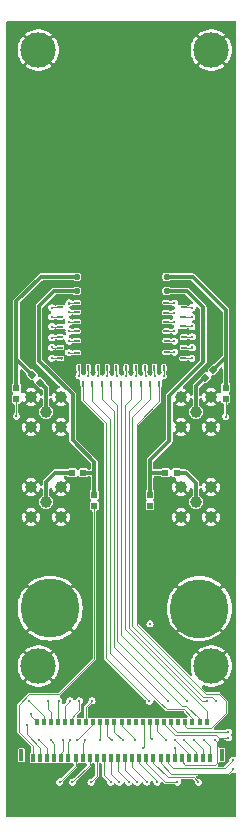
<source format=gbr>
%TF.GenerationSoftware,KiCad,Pcbnew,8.0.3*%
%TF.CreationDate,2024-07-21T22:55:40-07:00*%
%TF.ProjectId,wide_v1_4_layer,77696465-5f76-4315-9f34-5f6c61796572,V1*%
%TF.SameCoordinates,Original*%
%TF.FileFunction,Copper,L1,Top*%
%TF.FilePolarity,Positive*%
%FSLAX46Y46*%
G04 Gerber Fmt 4.6, Leading zero omitted, Abs format (unit mm)*
G04 Created by KiCad (PCBNEW 8.0.3) date 2024-07-21 22:55:40*
%MOMM*%
%LPD*%
G01*
G04 APERTURE LIST*
G04 Aperture macros list*
%AMRoundRect*
0 Rectangle with rounded corners*
0 $1 Rounding radius*
0 $2 $3 $4 $5 $6 $7 $8 $9 X,Y pos of 4 corners*
0 Add a 4 corners polygon primitive as box body*
4,1,4,$2,$3,$4,$5,$6,$7,$8,$9,$2,$3,0*
0 Add four circle primitives for the rounded corners*
1,1,$1+$1,$2,$3*
1,1,$1+$1,$4,$5*
1,1,$1+$1,$6,$7*
1,1,$1+$1,$8,$9*
0 Add four rect primitives between the rounded corners*
20,1,$1+$1,$2,$3,$4,$5,0*
20,1,$1+$1,$4,$5,$6,$7,0*
20,1,$1+$1,$6,$7,$8,$9,0*
20,1,$1+$1,$8,$9,$2,$3,0*%
%AMRotRect*
0 Rectangle, with rotation*
0 The origin of the aperture is its center*
0 $1 length*
0 $2 width*
0 $3 Rotation angle, in degrees counterclockwise*
0 Add horizontal line*
21,1,$1,$2,0,0,$3*%
G04 Aperture macros list end*
%TA.AperFunction,SMDPad,CuDef*%
%ADD10RoundRect,0.125000X-0.125000X-0.125000X0.125000X-0.125000X0.125000X0.125000X-0.125000X0.125000X0*%
%TD*%
%TA.AperFunction,ComponentPad*%
%ADD11C,0.990600*%
%TD*%
%TA.AperFunction,SMDPad,CuDef*%
%ADD12RoundRect,0.062500X-0.062500X-0.187500X0.062500X-0.187500X0.062500X0.187500X-0.062500X0.187500X0*%
%TD*%
%TA.AperFunction,ComponentPad*%
%ADD13C,3.000000*%
%TD*%
%TA.AperFunction,SMDPad,CuDef*%
%ADD14RoundRect,0.062500X0.187500X-0.062500X0.187500X0.062500X-0.187500X0.062500X-0.187500X-0.062500X0*%
%TD*%
%TA.AperFunction,SMDPad,CuDef*%
%ADD15RoundRect,0.062500X-0.187500X0.062500X-0.187500X-0.062500X0.187500X-0.062500X0.187500X0.062500X0*%
%TD*%
%TA.AperFunction,SMDPad,CuDef*%
%ADD16R,0.550000X0.550000*%
%TD*%
%TA.AperFunction,SMDPad,CuDef*%
%ADD17RoundRect,0.062500X0.062500X0.187500X-0.062500X0.187500X-0.062500X-0.187500X0.062500X-0.187500X0*%
%TD*%
%TA.AperFunction,ComponentPad*%
%ADD18C,5.000000*%
%TD*%
%TA.AperFunction,SMDPad,CuDef*%
%ADD19RotRect,0.550000X0.550000X135.000000*%
%TD*%
%TA.AperFunction,SMDPad,CuDef*%
%ADD20R,0.300000X0.670000*%
%TD*%
%TA.AperFunction,SMDPad,CuDef*%
%ADD21R,0.300000X0.500000*%
%TD*%
%TA.AperFunction,SMDPad,CuDef*%
%ADD22R,0.350000X1.000000*%
%TD*%
%TA.AperFunction,SMDPad,CuDef*%
%ADD23RotRect,0.550000X0.550000X225.000000*%
%TD*%
%TA.AperFunction,ViaPad*%
%ADD24C,0.300000*%
%TD*%
%TA.AperFunction,ViaPad*%
%ADD25C,0.400000*%
%TD*%
%TA.AperFunction,ViaPad*%
%ADD26C,0.500000*%
%TD*%
%TA.AperFunction,Conductor*%
%ADD27C,0.099060*%
%TD*%
%TA.AperFunction,Conductor*%
%ADD28C,0.099000*%
%TD*%
%TA.AperFunction,Conductor*%
%ADD29C,0.368590*%
%TD*%
G04 APERTURE END LIST*
D10*
%TO.P,,2*%
%TO.N,Net-(R2-Pad1)*%
X75000000Y-92700000D03*
%TD*%
%TO.P,,15*%
%TO.N,Net-(R3-Pad1)*%
X82600000Y-92700000D03*
%TD*%
D11*
%TO.P,SMP2,*%
%TO.N,Net-(C2-Pad1)*%
X72390000Y-104140000D03*
%TO.P,SMP2,2,2*%
%TO.N,GND*%
X71120000Y-105410000D03*
%TO.P,SMP2,3,3*%
X73660000Y-105410000D03*
%TO.P,SMP2,4,4*%
X73660000Y-102870000D03*
%TO.P,SMP2,5,5*%
X71120000Y-102870000D03*
%TD*%
D12*
%TO.P,,5*%
%TO.N,Net-(Sample1-Pad5)*%
X76771610Y-100430000D03*
%TD*%
D11*
%TO.P,SMP3,1,1*%
%TO.N,Net-(R3-Pad1)*%
X85090000Y-104140000D03*
%TO.P,SMP3,2,2*%
%TO.N,GND*%
X83820000Y-105410000D03*
%TO.P,SMP3,3,3*%
X86360000Y-105410000D03*
%TO.P,SMP3,4,4*%
X86360000Y-102870000D03*
%TO.P,SMP3,5,5*%
X83820000Y-102870000D03*
%TD*%
D13*
%TO.P,,*%
%TO.N,GND*%
X86390000Y-125660000D03*
%TD*%
D14*
%TO.P,,35*%
%TO.N,35*%
X82600000Y-98100000D03*
%TD*%
D15*
%TO.P,,27*%
%TO.N,unconnected-(ZIF1-Pad27)*%
X74989100Y-95700000D03*
%TD*%
D16*
%TO.P,R6,*%
%TO.N,Net-(R2-Pad1)*%
X69880000Y-102110000D03*
X69880000Y-103060000D03*
%TD*%
D12*
%TO.P,,47*%
%TO.N,52*%
X81228000Y-101750000D03*
%TD*%
D15*
%TO.P,,20*%
%TO.N,Net-(Sample1-Pad20)*%
X73593700Y-97800010D03*
%TD*%
%TO.P,,19*%
%TO.N,Net-(Sample1-Pad19)*%
X73589100Y-98700000D03*
%TD*%
D17*
%TO.P,,46*%
%TO.N,Net-(Sample1-Pad46)*%
X80415200Y-101750000D03*
%TD*%
D14*
%TO.P,,37*%
%TO.N,Net-(Sample1-Pad37)*%
X84033835Y-96100000D03*
%TD*%
D12*
%TO.P,,3*%
%TO.N,Net-(Sample1-Pad3)*%
X75171630Y-100430000D03*
%TD*%
D18*
%TO.P,,*%
%TO.N,GND*%
X85375000Y-120800000D03*
%TD*%
D12*
%TO.P,,44*%
%TO.N,Net-(Sample1-Pad44)*%
X78738800Y-101750000D03*
%TD*%
%TO.P,,7*%
%TO.N,Net-(Sample1-Pad7)*%
X78346640Y-100430000D03*
%TD*%
D16*
%TO.P,,*%
%TO.N,Net-(R4-Pad1)*%
X81201903Y-111145433D03*
X81201904Y-112095433D03*
%TD*%
D15*
%TO.P,,37*%
%TO.N,38*%
X84033835Y-99599320D03*
%TD*%
D19*
%TO.P,,*%
%TO.N,Net-(R3-Pad1)*%
X86560000Y-100570000D03*
X85888250Y-101241755D03*
%TD*%
D15*
%TO.P,,13*%
%TO.N,unconnected-(ZIF1-Pad13)*%
X74992200Y-98112800D03*
%TD*%
%TO.P,,18*%
%TO.N,Net-(Sample1-Pad18)*%
X73604300Y-99601600D03*
%TD*%
D12*
%TO.P,,8*%
%TO.N,Net-(Sample1-Pad8)*%
X79171580Y-100430000D03*
%TD*%
D14*
%TO.P,,22*%
%TO.N,37*%
X84033835Y-96900000D03*
%TD*%
D13*
%TO.P,,*%
%TO.N,GND*%
X71740000Y-125660000D03*
%TD*%
D16*
%TO.P,,*%
%TO.N,Net-(R3-Pad1)*%
X87599999Y-102080000D03*
X87600000Y-103030000D03*
%TD*%
D12*
%TO.P,,12*%
%TO.N,Net-(Sample1-Pad12)*%
X82371540Y-100430000D03*
%TD*%
D15*
%TO.P,,23*%
%TO.N,Net-(Sample1-Pad23)*%
X73589100Y-95300000D03*
%TD*%
D14*
%TO.P,,31*%
%TO.N,31*%
X82582965Y-94900000D03*
%TD*%
%TO.P,,33*%
%TO.N,33*%
X82577700Y-96500000D03*
%TD*%
D16*
%TO.P,,*%
%TO.N,Net-(SMP1-Pad1)*%
X76481903Y-111145433D03*
%TO.N,Net-(R1-Pad1)*%
X76481904Y-112095433D03*
%TD*%
D12*
%TO.P,9,9*%
%TO.N,Net-(Sample1-Pad9)*%
X79971570Y-100430000D03*
%TD*%
D11*
%TO.P,SMP1,1,1*%
%TO.N,Net-(C1-Pad1)*%
X72390000Y-111760000D03*
%TO.P,SMP1,2,2*%
%TO.N,GND*%
X71120000Y-113030000D03*
%TO.P,SMP1,3,3*%
X73660000Y-113030000D03*
%TO.P,SMP1,4,4*%
X73660000Y-110490000D03*
%TO.P,SMP1,5,5*%
X71120000Y-110490000D03*
%TD*%
D13*
%TO.P,,*%
%TO.N,GND*%
X71740000Y-73510000D03*
%TD*%
D12*
%TO.P,,41*%
%TO.N,Net-(Sample1-Pad41)*%
X76300400Y-101750000D03*
%TD*%
D14*
%TO.P,,24*%
%TO.N,Net-(Sample1-Pad24)*%
X84039100Y-95300000D03*
%TD*%
D16*
%TO.P,,*%
%TO.N,Net-(C1-Pad1)*%
X74615433Y-109308097D03*
%TO.N,Net-(SMP1-Pad1)*%
X75565433Y-109308096D03*
%TD*%
D12*
%TO.P,,48*%
%TO.N,53*%
X81990000Y-101750000D03*
%TD*%
D20*
%TO.P,ZIF1,1*%
%TO.N,Net-(R1-Pad1)*%
X71291600Y-133451600D03*
D21*
%TO.P,ZIF1,2*%
%TO.N,Net-(R2-Pad1)*%
X71591600Y-130386600D03*
D20*
%TO.P,ZIF1,3*%
%TO.N,Net-(Sample1-Pad3)*%
X71891600Y-133451600D03*
D21*
%TO.P,ZIF1,4*%
%TO.N,Net-(Sample1-Pad4)*%
X72191600Y-130386600D03*
D20*
%TO.P,ZIF1,5*%
%TO.N,Net-(Sample1-Pad5)*%
X72491600Y-133451600D03*
D21*
%TO.P,ZIF1,6*%
%TO.N,Net-(Sample1-Pad6)*%
X72791600Y-130386600D03*
D20*
%TO.P,ZIF1,7*%
%TO.N,Net-(Sample1-Pad7)*%
X73091600Y-133451600D03*
D21*
%TO.P,ZIF1,8*%
%TO.N,Net-(Sample1-Pad8)*%
X73391600Y-130386600D03*
D20*
%TO.P,ZIF1,9*%
%TO.N,Net-(Sample1-Pad9)*%
X73691600Y-133451600D03*
D21*
%TO.P,ZIF1,10*%
%TO.N,Net-(Sample1-Pad10)*%
X73991600Y-130386600D03*
D20*
%TO.P,ZIF1,11*%
%TO.N,Net-(Sample1-Pad11)*%
X74291600Y-133451600D03*
D21*
%TO.P,ZIF1,12*%
%TO.N,Net-(Sample1-Pad12)*%
X74591600Y-130386600D03*
D20*
%TO.P,ZIF1,13*%
%TO.N,unconnected-(ZIF1-Pad13)*%
X74891600Y-133451600D03*
D21*
%TO.P,ZIF1,14*%
%TO.N,unconnected-(ZIF1-Pad14)*%
X75191600Y-130386600D03*
D20*
%TO.P,ZIF1,15*%
%TO.N,Net-(R3-Pad1)*%
X75491600Y-133451600D03*
D21*
%TO.P,ZIF1,16*%
%TO.N,Net-(R4-Pad1)*%
X75791600Y-130386600D03*
D20*
%TO.P,ZIF1,17*%
%TO.N,Net-(Sample1-Pad15)*%
X76091600Y-133451600D03*
D21*
%TO.P,ZIF1,18*%
%TO.N,Net-(Sample1-Pad16)*%
X76391600Y-130386600D03*
D20*
%TO.P,ZIF1,19*%
%TO.N,Net-(Sample1-Pad17)*%
X76691600Y-133451600D03*
D21*
%TO.P,ZIF1,20*%
%TO.N,Net-(Sample1-Pad18)*%
X76991600Y-130386600D03*
D20*
%TO.P,ZIF1,21*%
%TO.N,Net-(Sample1-Pad19)*%
X77291600Y-133451600D03*
D21*
%TO.P,ZIF1,22*%
%TO.N,Net-(Sample1-Pad20)*%
X77591600Y-130386600D03*
D20*
%TO.P,ZIF1,23*%
%TO.N,Net-(Sample1-Pad21)*%
X77891600Y-133451600D03*
D21*
%TO.P,ZIF1,24*%
%TO.N,Net-(Sample1-Pad22)*%
X78191600Y-130386600D03*
D20*
%TO.P,ZIF1,25*%
%TO.N,Net-(Sample1-Pad23)*%
X78491600Y-133451600D03*
D21*
%TO.P,ZIF1,26*%
%TO.N,Net-(Sample1-Pad24)*%
X78791600Y-130386600D03*
D20*
%TO.P,ZIF1,27*%
%TO.N,unconnected-(ZIF1-Pad27)*%
X79091600Y-133451600D03*
D21*
%TO.P,ZIF1,28*%
%TO.N,Net-(Sample1-Pad38)*%
X79391600Y-130386600D03*
D20*
%TO.P,ZIF1,29*%
%TO.N,Net-(Sample1-Pad25)*%
X79691600Y-133451600D03*
D21*
%TO.P,ZIF1,30*%
%TO.N,Net-(Sample1-Pad26)*%
X79991600Y-130386600D03*
D20*
%TO.P,ZIF1,31*%
%TO.N,31*%
X80291600Y-133451600D03*
D21*
%TO.P,ZIF1,32*%
%TO.N,32*%
X80591600Y-130386600D03*
D20*
%TO.P,ZIF1,33*%
%TO.N,33*%
X80891600Y-133451600D03*
D21*
%TO.P,ZIF1,34*%
%TO.N,34*%
X81191600Y-130386600D03*
D20*
%TO.P,ZIF1,35*%
%TO.N,35*%
X81491600Y-133451600D03*
D21*
%TO.P,ZIF1,36*%
%TO.N,36*%
X81791600Y-130386600D03*
D20*
%TO.P,ZIF1,37*%
%TO.N,37*%
X82091600Y-133451600D03*
D21*
%TO.P,ZIF1,38*%
%TO.N,38*%
X82391600Y-130386600D03*
D20*
%TO.P,ZIF1,39*%
%TO.N,39*%
X82691600Y-133451600D03*
D21*
%TO.P,ZIF1,40*%
%TO.N,40*%
X82991600Y-130386600D03*
D20*
%TO.P,ZIF1,41*%
%TO.N,Net-(Sample1-Pad37)*%
X83291600Y-133451600D03*
D21*
%TO.P,ZIF1,42*%
%TO.N,Net-(Sample1-Pad39)*%
X83591600Y-130386600D03*
D20*
%TO.P,ZIF1,43*%
%TO.N,52*%
X83891600Y-133451600D03*
D21*
%TO.P,ZIF1,44*%
%TO.N,53*%
X84191600Y-130386600D03*
D20*
%TO.P,ZIF1,45*%
%TO.N,Net-(Sample1-Pad40)*%
X84491600Y-133451600D03*
D21*
%TO.P,ZIF1,46*%
%TO.N,Net-(Sample1-Pad41)*%
X84791600Y-130386600D03*
D20*
%TO.P,ZIF1,47*%
%TO.N,Net-(Sample1-Pad42)*%
X85091600Y-133451600D03*
D21*
%TO.P,ZIF1,48*%
%TO.N,Net-(Sample1-Pad43)*%
X85391600Y-130386600D03*
D20*
%TO.P,ZIF1,49*%
%TO.N,Net-(Sample1-Pad44)*%
X85691600Y-133451600D03*
D21*
%TO.P,ZIF1,50*%
%TO.N,Net-(Sample1-Pad45)*%
X85991600Y-130386600D03*
D20*
%TO.P,ZIF1,51*%
%TO.N,Net-(Sample1-Pad46)*%
X86291600Y-133451600D03*
D22*
%TO.P,ZIF1,MP1*%
%TO.N,N/C*%
X70316600Y-133186600D03*
%TO.P,ZIF1,MP2*%
X87266600Y-133186600D03*
%TD*%
D16*
%TO.P,,*%
%TO.N,Net-(R4-Pad1)*%
X82510000Y-109300001D03*
X83460000Y-109300000D03*
%TD*%
D10*
%TO.P,,16*%
%TO.N,Net-(R4-Pad1)*%
X82600000Y-93900000D03*
%TD*%
D15*
%TO.P,,15*%
%TO.N,Net-(Sample1-Pad15)*%
X74989100Y-97300000D03*
%TD*%
D11*
%TO.P,SMP4,1,1*%
%TO.N,Net-(R4-Pad1)*%
X85090000Y-111760000D03*
%TO.P,SMP4,2,2*%
%TO.N,GND*%
X83820000Y-113030000D03*
%TO.P,SMP4,3,3*%
X86360000Y-113030000D03*
%TO.P,SMP4,4,4*%
X86360000Y-110490000D03*
%TO.P,SMP4,5,5*%
X83820000Y-110490000D03*
%TD*%
D12*
%TO.P,,43*%
%TO.N,Net-(Sample1-Pad43)*%
X77926000Y-101750000D03*
%TD*%
D14*
%TO.P,,23*%
%TO.N,39*%
X84056955Y-97800000D03*
%TD*%
D12*
%TO.P,,6*%
%TO.N,Net-(Sample1-Pad6)*%
X77571600Y-100430000D03*
%TD*%
D15*
%TO.P,,22*%
%TO.N,Net-(Sample1-Pad22)*%
X73589100Y-96100000D03*
%TD*%
D12*
%TO.P,,11*%
%TO.N,Net-(Sample1-Pad11)*%
X81571550Y-100430000D03*
%TD*%
D17*
%TO.P,,40*%
%TO.N,Net-(Sample1-Pad40)*%
X75538400Y-101750000D03*
%TD*%
D10*
%TO.P,,1*%
%TO.N,Net-(SMP1-Pad1)*%
X75000000Y-93900000D03*
%TD*%
D12*
%TO.P,,42*%
%TO.N,Net-(Sample1-Pad42)*%
X77113200Y-101750000D03*
%TD*%
D14*
%TO.P,,16*%
%TO.N,Net-(Sample1-Pad16)*%
X74979100Y-99130800D03*
%TD*%
D12*
%TO.P,,10*%
%TO.N,Net-(Sample1-Pad10)*%
X80771560Y-100430000D03*
%TD*%
D13*
%TO.P,,*%
%TO.N,GND*%
X86390000Y-73510000D03*
%TD*%
D15*
%TO.P,,21*%
%TO.N,Net-(Sample1-Pad21)*%
X73589100Y-96922000D03*
%TD*%
D23*
%TO.P,,*%
%TO.N,Net-(C2-Pad1)*%
X71900000Y-101670000D03*
%TO.N,Net-(R2-Pad1)*%
X71228247Y-100998249D03*
%TD*%
D15*
%TO.P,,36*%
%TO.N,36*%
X82600000Y-99090000D03*
%TD*%
D12*
%TO.P,,45*%
%TO.N,Net-(Sample1-Pad45)*%
X79602400Y-101750000D03*
%TD*%
D15*
%TO.P,,25*%
%TO.N,Net-(Sample1-Pad25)*%
X75000300Y-94900000D03*
%TD*%
D14*
%TO.P,,32*%
%TO.N,32*%
X82582965Y-95750000D03*
%TD*%
D15*
%TO.P,,17*%
%TO.N,Net-(Sample1-Pad17)*%
X74989100Y-96512790D03*
%TD*%
D14*
%TO.P,,34*%
%TO.N,34*%
X82577700Y-97300000D03*
%TD*%
D18*
%TO.P,,*%
%TO.N,GND*%
X72740000Y-120760000D03*
%TD*%
D14*
%TO.P,,24*%
%TO.N,40*%
X84056955Y-98699320D03*
%TD*%
D12*
%TO.P,,4*%
%TO.N,Net-(Sample1-Pad4)*%
X75971620Y-100430000D03*
%TD*%
D24*
%TO.N,Net-(Sample1-Pad3)*%
X70750000Y-130620000D03*
X75184000Y-101090400D03*
%TO.N,Net-(Sample1-Pad4)*%
X70916800Y-128625600D03*
X75946000Y-101090400D03*
%TO.N,Net-(Sample1-Pad5)*%
X76758800Y-101090400D03*
X71780400Y-131927600D03*
%TO.N,Net-(Sample1-Pad6)*%
X72542400Y-128625600D03*
X77571600Y-101090400D03*
%TO.N,Net-(Sample1-Pad7)*%
X78384400Y-101090400D03*
X72796400Y-131927600D03*
%TO.N,Net-(Sample1-Pad8)*%
X73470000Y-128600000D03*
X79197200Y-101090400D03*
%TO.N,Net-(Sample1-Pad9)*%
X80010000Y-101090400D03*
X73863200Y-131927600D03*
%TO.N,Net-(Sample1-Pad10)*%
X74420000Y-128590000D03*
X80822800Y-101090400D03*
%TO.N,Net-(Sample1-Pad11)*%
X74460000Y-131927600D03*
X81635600Y-101090400D03*
%TO.N,Net-(Sample1-Pad12)*%
X75210000Y-128600000D03*
X82346800Y-101090400D03*
%TO.N,unconnected-(ZIF1-Pad13)*%
X73550000Y-135480000D03*
X74334900Y-98138210D03*
%TO.N,Net-(Sample1-Pad15)*%
X74334900Y-97325410D03*
X74625200Y-135483600D03*
%TO.N,Net-(Sample1-Pad16)*%
X75031600Y-131927600D03*
X74327100Y-99130000D03*
%TO.N,Net-(Sample1-Pad17)*%
X74328700Y-96512799D03*
X76200000Y-135483600D03*
%TO.N,Net-(Sample1-Pad18)*%
X72889100Y-99600000D03*
X76962000Y-131927600D03*
%TO.N,Net-(Sample1-Pad19)*%
X77876400Y-135483600D03*
X72880000Y-98680000D03*
%TO.N,Net-(Sample1-Pad20)*%
X77971130Y-131927600D03*
X72880000Y-97845190D03*
%TO.N,Net-(Sample1-Pad21)*%
X78588000Y-135483600D03*
X72877900Y-96922230D03*
%TO.N,Net-(Sample1-Pad22)*%
X78878160Y-131949243D03*
X72877900Y-96087420D03*
%TO.N,Net-(Sample1-Pad23)*%
X79400000Y-135480000D03*
X72877900Y-95325410D03*
%TO.N,Net-(Sample1-Pad24)*%
X84750300Y-95311700D03*
X79908400Y-131927600D03*
%TO.N,unconnected-(ZIF1-Pad27)*%
X74328700Y-95700000D03*
X80118000Y-135483600D03*
%TO.N,31*%
X81788001Y-135483600D03*
X83265665Y-94899980D03*
%TO.N,32*%
X83265665Y-95749990D03*
X80619600Y-132588000D03*
%TO.N,33*%
X83260400Y-96499980D03*
X83515200Y-135483600D03*
%TO.N,34*%
X81328043Y-131879557D03*
X83260400Y-97299990D03*
%TO.N,35*%
X83260400Y-98150790D03*
X85293201Y-135483600D03*
%TO.N,36*%
X83260400Y-99090000D03*
X82524600Y-131902200D03*
%TO.N,37*%
X84745035Y-96911700D03*
X88188800Y-134416800D03*
%TO.N,39*%
X88188800Y-133654800D03*
X84768155Y-97773710D03*
%TO.N,40*%
X84768155Y-98685840D03*
X87833200Y-131216400D03*
%TO.N,Net-(Sample1-Pad37)*%
X84745035Y-96099330D03*
X83312000Y-132638800D03*
%TO.N,52*%
X86817200Y-128625600D03*
X86664800Y-131927600D03*
%TO.N,Net-(Sample1-Pad40)*%
X81127600Y-128625600D03*
X83312000Y-131927600D03*
%TO.N,Net-(Sample1-Pad42)*%
X82702400Y-128625600D03*
X84074000Y-131927600D03*
%TO.N,Net-(Sample1-Pad44)*%
X84328000Y-128625600D03*
X84937600Y-131927600D03*
%TO.N,Net-(Sample1-Pad46)*%
X85750400Y-131927600D03*
X86004400Y-128625600D03*
D25*
%TO.N,GND*%
X86537800Y-111734600D03*
D24*
X73730000Y-94410000D03*
X75150000Y-105240000D03*
D25*
X81762600Y-129489200D03*
D24*
X86190000Y-96381400D03*
X69220000Y-83110000D03*
D25*
X88050000Y-80020000D03*
X86610000Y-98910000D03*
D24*
X88130000Y-97324600D03*
X73670000Y-100960000D03*
D25*
X81110000Y-106260000D03*
X70517200Y-76543200D03*
D24*
X83520000Y-94400000D03*
X72280000Y-109480000D03*
D25*
X70550000Y-127510000D03*
D24*
X87140000Y-97710000D03*
D25*
X71500000Y-89050000D03*
X72974200Y-134416800D03*
X72317200Y-75343200D03*
X86335600Y-92391600D03*
X84772800Y-137845800D03*
D26*
X83814000Y-93300000D03*
D24*
X74205000Y-92200000D03*
D25*
X86334600Y-107035600D03*
D24*
X74150000Y-94390000D03*
D25*
X73590000Y-114100000D03*
X88070000Y-105880000D03*
D24*
X73970000Y-101250000D03*
D25*
X81680000Y-113080000D03*
X72150000Y-108520000D03*
D24*
X71540000Y-94740000D03*
X70400000Y-93500000D03*
X75150000Y-104030000D03*
X81770000Y-108760000D03*
X87150000Y-101330000D03*
X74150000Y-104320000D03*
D25*
X69480000Y-107320000D03*
D24*
X87600000Y-94780000D03*
D25*
X74938800Y-123500200D03*
X85000000Y-124000000D03*
X78896400Y-78820000D03*
D24*
X73824000Y-92200000D03*
X72300000Y-95840000D03*
D25*
X82000000Y-120400000D03*
D24*
X88130000Y-98950000D03*
X72681000Y-92200000D03*
X69380000Y-96553400D03*
X82340000Y-105099000D03*
D25*
X76490000Y-105190000D03*
D24*
X86610000Y-99810000D03*
X69390000Y-99299400D03*
X83310000Y-106600000D03*
D25*
X72470000Y-107360000D03*
D24*
X88130000Y-96207000D03*
X72360000Y-101070000D03*
D25*
X84496800Y-75343200D03*
X71145400Y-111709200D03*
X82310000Y-121320000D03*
D24*
X82340000Y-104718000D03*
X72300000Y-98650000D03*
D25*
X71805800Y-107924600D03*
D24*
X85810000Y-101940000D03*
X88130000Y-96588000D03*
D25*
X82569200Y-76543200D03*
D24*
X86190000Y-97143400D03*
D25*
X78296400Y-80020000D03*
D24*
X86190000Y-98652400D03*
X71540000Y-92380000D03*
X80700000Y-109720000D03*
X76240000Y-107410000D03*
D25*
X73793200Y-137845800D03*
X88030000Y-108940000D03*
D24*
X69390000Y-97775400D03*
D25*
X69860000Y-88090000D03*
D24*
X84600000Y-110930000D03*
D25*
X82572400Y-81030000D03*
X77096400Y-80020000D03*
D24*
X87140000Y-98860000D03*
X85520000Y-109680000D03*
X86190000Y-97880000D03*
X84340000Y-101940000D03*
D25*
X73496600Y-104052800D03*
D24*
X85210000Y-97917600D03*
D25*
X83388200Y-111861600D03*
X81460000Y-95020000D03*
X87960000Y-127670000D03*
X70793200Y-136645800D03*
D24*
X76550000Y-107730000D03*
X71310000Y-97040000D03*
X86190000Y-97524400D03*
D25*
X86900200Y-93055800D03*
X76546400Y-81030000D03*
D24*
X85210000Y-96010000D03*
X69390000Y-98156400D03*
D25*
X74696400Y-80020000D03*
D24*
X69390000Y-100442400D03*
D25*
X71393200Y-137845800D03*
D24*
X73062000Y-92200000D03*
X75460000Y-108090000D03*
D25*
X71670400Y-78820000D03*
D26*
X73780000Y-93300000D03*
D24*
X71310000Y-97776600D03*
X69380000Y-95410400D03*
D25*
X81369200Y-76543200D03*
D24*
X85490000Y-100790000D03*
D25*
X76020000Y-94000000D03*
D24*
X81710000Y-109800000D03*
X86600000Y-95220000D03*
X70690000Y-93230000D03*
X73443000Y-92200000D03*
D25*
X78946400Y-81030000D03*
D24*
X74560000Y-101840000D03*
X70400000Y-96582400D03*
X87140000Y-97334400D03*
X88150000Y-95445000D03*
D25*
X78619200Y-137845800D03*
D24*
X85200000Y-98330000D03*
D25*
X70097800Y-135585200D03*
X74120400Y-81030000D03*
D24*
X70370000Y-100900000D03*
X88120000Y-101594600D03*
X70960000Y-94410000D03*
D25*
X73660000Y-125120000D03*
D24*
X80710000Y-110159000D03*
X85360000Y-92510000D03*
X71310000Y-98549000D03*
D25*
X82780000Y-114580000D03*
X74070400Y-78820000D03*
X69725400Y-91392200D03*
X88050000Y-111090000D03*
X78343200Y-77743200D03*
D24*
X72380000Y-93850000D03*
D25*
X85096800Y-76543200D03*
X70193200Y-137845800D03*
X86640000Y-96030000D03*
D24*
X71310000Y-99311000D03*
D25*
X80172400Y-81030000D03*
X83281200Y-116000200D03*
X83000000Y-116900000D03*
X83169200Y-75343200D03*
D24*
X72870000Y-108910000D03*
X80700000Y-108850000D03*
X70400000Y-96201400D03*
D25*
X88050000Y-112960000D03*
D24*
X70400000Y-98138000D03*
D25*
X86300000Y-81030000D03*
X76464600Y-106434600D03*
D24*
X87150000Y-98090000D03*
X87150000Y-96572400D03*
D25*
X79410000Y-96584800D03*
D24*
X72960000Y-94730000D03*
D25*
X72317200Y-77743200D03*
D24*
X72080000Y-100780000D03*
X83330000Y-106160000D03*
X69380000Y-97290000D03*
X75150000Y-104440000D03*
D25*
X73660000Y-111683800D03*
X70024400Y-90143800D03*
X81924800Y-116209800D03*
X69500000Y-123490000D03*
X71297800Y-135585200D03*
X76219200Y-137845800D03*
D24*
X87150000Y-95800000D03*
D25*
X75960000Y-116530000D03*
X75900000Y-105770400D03*
X76010000Y-120320000D03*
D24*
X72320000Y-99500000D03*
D25*
X84496800Y-77743200D03*
X71221600Y-107061000D03*
D24*
X83930000Y-100960000D03*
X69380000Y-96934400D03*
X88130000Y-96969000D03*
D25*
X85372800Y-136645800D03*
X87772800Y-136645800D03*
D24*
X87150000Y-98500000D03*
X74160000Y-103770000D03*
D25*
X72339200Y-105968800D03*
D24*
X85000000Y-92250000D03*
D25*
X80769200Y-75343200D03*
X72917200Y-76543200D03*
D24*
X69390000Y-101560000D03*
D25*
X71070400Y-80020000D03*
X76100000Y-122000000D03*
D24*
X86190000Y-99033400D03*
D25*
X75619200Y-136645800D03*
X83960000Y-107220000D03*
D24*
X87860000Y-95060000D03*
X83060000Y-101820000D03*
X84930000Y-101380000D03*
D25*
X87149000Y-90868000D03*
D24*
X83812000Y-92190000D03*
X73100000Y-100370000D03*
D25*
X75296400Y-78820000D03*
D24*
X85580000Y-110130000D03*
D25*
X72920400Y-81030000D03*
D24*
X81630000Y-106940000D03*
X73380000Y-100670000D03*
D25*
X74850000Y-114420000D03*
D24*
X70970000Y-92970000D03*
X70400000Y-95820400D03*
X72800000Y-100090000D03*
D25*
X85696800Y-77743200D03*
X87450000Y-78820000D03*
X72188600Y-116693200D03*
D24*
X75150000Y-104830000D03*
X83431000Y-92190000D03*
D25*
X87090000Y-106560000D03*
D24*
X86190000Y-95619400D03*
D25*
X81969200Y-77743200D03*
X70637400Y-108000800D03*
D24*
X72330000Y-95430000D03*
X82240000Y-106310000D03*
X87150000Y-99250000D03*
D25*
X80722400Y-80020000D03*
D24*
X76970000Y-110580000D03*
D25*
X86334600Y-108889800D03*
D24*
X71990000Y-109760000D03*
D25*
X77143200Y-77743200D03*
X70589000Y-90808000D03*
D24*
X72310000Y-97850000D03*
D25*
X85696800Y-75343200D03*
X76543200Y-76543200D03*
X72870400Y-78820000D03*
D24*
X69380000Y-95791400D03*
X84790000Y-100090000D03*
X75270000Y-106430000D03*
X69390000Y-101204400D03*
X71310000Y-96278000D03*
D25*
X87000000Y-109390000D03*
X75660000Y-117500000D03*
X78943200Y-76543200D03*
X79569200Y-77743200D03*
D24*
X84220000Y-100670000D03*
X83050000Y-92190000D03*
D25*
X88096800Y-77743200D03*
X83169200Y-77743200D03*
X69480000Y-113120000D03*
D24*
X76970000Y-109380000D03*
D25*
X84172600Y-117700000D03*
X77419200Y-137845800D03*
X88096800Y-75343200D03*
D24*
X76970000Y-108960000D03*
D25*
X81969200Y-75343200D03*
X82845200Y-136645800D03*
X69430000Y-127510000D03*
D24*
X73240000Y-101930000D03*
D25*
X85650000Y-80020000D03*
D24*
X87150000Y-96953400D03*
D25*
X87757000Y-135585200D03*
X87500000Y-118000000D03*
D24*
X84300000Y-108720000D03*
D25*
X73583800Y-107035600D03*
D26*
X84900000Y-93660000D03*
D25*
X77970000Y-96564800D03*
D24*
X69390000Y-100061400D03*
X72310000Y-98250000D03*
D25*
X73126600Y-124028200D03*
X74850000Y-113327800D03*
D24*
X84300000Y-94600000D03*
X71310000Y-95897000D03*
D25*
X87500000Y-81030000D03*
D24*
X75150000Y-107780000D03*
X69380000Y-96172400D03*
X84600000Y-92190000D03*
D25*
X82360000Y-113280000D03*
D24*
X85210000Y-96800000D03*
D25*
X81045200Y-137845800D03*
D24*
X88250000Y-84390000D03*
D26*
X85350000Y-94090000D03*
D25*
X84450000Y-80020000D03*
D24*
X75160000Y-106040000D03*
D26*
X84394000Y-93300000D03*
D25*
X88050000Y-92680000D03*
X76020000Y-93080000D03*
D24*
X74840000Y-107450000D03*
D25*
X86610000Y-97990000D03*
D24*
X80740000Y-107990000D03*
X84600000Y-102250000D03*
X75140000Y-102910000D03*
D25*
X79522400Y-80020000D03*
X72747400Y-115753400D03*
X80169200Y-76543200D03*
X87810000Y-113850000D03*
D24*
X71310000Y-96659000D03*
D25*
X85700000Y-116200000D03*
D24*
X88120000Y-100096000D03*
X83074000Y-94390000D03*
X80710000Y-109290000D03*
D25*
X74743200Y-77743200D03*
D24*
X72300000Y-92200000D03*
X70860000Y-99880000D03*
X70400000Y-97344400D03*
X69210000Y-84400000D03*
X76890000Y-108060000D03*
X69380000Y-95029400D03*
X88120000Y-99334000D03*
D25*
X87172800Y-137845800D03*
X77143200Y-75343200D03*
D24*
X72320000Y-99070000D03*
D25*
X75943200Y-77743200D03*
X85100000Y-81030000D03*
X80880000Y-96530000D03*
X71528800Y-91392200D03*
D24*
X85190000Y-96400000D03*
D25*
X87496800Y-76543200D03*
X87930000Y-89090000D03*
D24*
X82340000Y-103543400D03*
X85210000Y-97562000D03*
X84660000Y-101690000D03*
X84950000Y-109030000D03*
X86480000Y-93680000D03*
X86190000Y-99770000D03*
D25*
X87980000Y-123040000D03*
X83722400Y-78820000D03*
X74850000Y-112286400D03*
X71720400Y-81030000D03*
D24*
X70570000Y-99610000D03*
X72310000Y-97080000D03*
D25*
X81490000Y-93980000D03*
D24*
X82340000Y-105900000D03*
D25*
X87174400Y-88531200D03*
X75800000Y-118500000D03*
D24*
X81800000Y-108320000D03*
X70400000Y-97700000D03*
X82340000Y-103162400D03*
D25*
X86896800Y-77743200D03*
X79845200Y-137845800D03*
D24*
X74586000Y-92200000D03*
X71140000Y-100170000D03*
D25*
X86250000Y-78820000D03*
D24*
X69390000Y-98537400D03*
D26*
X86180000Y-94920000D03*
D24*
X85210000Y-109340000D03*
X82840000Y-107340000D03*
D25*
X86893400Y-104140000D03*
D24*
X84680000Y-108800000D03*
D25*
X83769200Y-76543200D03*
X88100000Y-107020000D03*
X70410600Y-115728000D03*
X85191600Y-113004600D03*
D24*
X88130000Y-98569000D03*
X88120000Y-97810000D03*
X87020000Y-94230000D03*
D25*
X75346400Y-81030000D03*
X86584400Y-90203800D03*
D24*
X86880000Y-95510000D03*
X76970000Y-110199000D03*
X70400000Y-99255600D03*
X86210000Y-93400000D03*
D25*
X87500000Y-124000000D03*
X69720000Y-92840000D03*
X81922400Y-80020000D03*
X69450000Y-115110000D03*
X74380000Y-124440000D03*
D24*
X88120000Y-100477000D03*
D25*
X86893400Y-107950000D03*
D24*
X72300000Y-93190000D03*
X72940000Y-103500000D03*
D25*
X73517200Y-75343200D03*
X85130000Y-107310000D03*
X71221600Y-108864400D03*
X85006200Y-117100000D03*
D24*
X82760000Y-102120000D03*
D25*
X81372400Y-81030000D03*
X77743200Y-76543200D03*
D26*
X73200000Y-93300000D03*
D25*
X86260000Y-89090000D03*
D24*
X85590000Y-102320000D03*
X70380000Y-101400000D03*
X74240000Y-106810000D03*
D25*
X72288400Y-112953800D03*
D24*
X71310000Y-99666600D03*
D25*
X86572800Y-136645800D03*
D24*
X73270000Y-108780000D03*
X82340000Y-104280000D03*
X69230000Y-81940000D03*
X75140000Y-105630000D03*
D25*
X73517200Y-77743200D03*
D24*
X81710000Y-110199000D03*
D25*
X87140000Y-114390000D03*
X86758800Y-116007800D03*
X81968200Y-122085600D03*
D24*
X88120000Y-101239000D03*
D25*
X70520400Y-81030000D03*
X69430000Y-120980000D03*
X71117200Y-77743200D03*
D24*
X86070000Y-100230000D03*
X86760000Y-93950000D03*
X70400000Y-95439400D03*
D25*
X86285400Y-91452200D03*
X88088800Y-91452200D03*
X79569200Y-75343200D03*
D24*
X84193000Y-92190000D03*
D25*
X83122400Y-80020000D03*
X81645200Y-136645800D03*
D24*
X75970000Y-110470000D03*
X86890000Y-99500000D03*
X70400000Y-98900000D03*
X74240000Y-101550000D03*
D25*
X83388200Y-107924600D03*
D24*
X86190000Y-98271400D03*
D26*
X83194000Y-93300000D03*
D25*
X69410000Y-118970000D03*
D24*
X71310000Y-95135000D03*
D25*
X69480000Y-109420000D03*
D24*
X75160000Y-103650000D03*
X69240000Y-87110000D03*
D25*
X70789800Y-124002800D03*
D24*
X80980000Y-107590000D03*
D25*
X86200000Y-117600000D03*
X84556600Y-107924600D03*
D24*
X70400000Y-95058400D03*
D25*
X76819200Y-136645800D03*
D24*
X82450000Y-102390000D03*
X85210000Y-98770000D03*
D25*
X73179200Y-116667800D03*
X84000000Y-124500000D03*
X71717200Y-76543200D03*
X80122400Y-78820000D03*
X85115400Y-105841800D03*
D24*
X71900000Y-92190000D03*
X69390000Y-100823400D03*
X74840000Y-102140000D03*
X83350000Y-101530000D03*
D25*
X70586600Y-104165400D03*
D24*
X69220000Y-85750000D03*
X75150000Y-103270000D03*
D25*
X70665200Y-91976400D03*
X80769200Y-77743200D03*
D24*
X86190000Y-99414400D03*
D25*
X75010000Y-110290000D03*
D24*
X70640000Y-94710000D03*
D25*
X83772400Y-81030000D03*
X82522400Y-78820000D03*
D24*
X88120000Y-98191000D03*
X83340000Y-104049000D03*
D25*
X87620000Y-115310000D03*
X69917200Y-77743200D03*
X83445200Y-137845800D03*
D24*
X82340000Y-103924400D03*
D25*
X69480000Y-111180000D03*
X75668200Y-121085600D03*
D24*
X71790000Y-100500000D03*
X72720000Y-93580000D03*
X71890000Y-103460000D03*
D25*
X73888200Y-115735600D03*
X75578200Y-119405600D03*
X85370000Y-108630000D03*
X73050400Y-107950000D03*
D24*
X73300000Y-94440000D03*
X88120000Y-99715000D03*
X76970000Y-109800000D03*
D25*
X70994800Y-116693200D03*
X74743200Y-75343200D03*
D24*
X83340000Y-104430000D03*
D25*
X70470400Y-78820000D03*
X75943200Y-75343200D03*
X86850000Y-80020000D03*
D24*
X74550000Y-94410000D03*
D25*
X70390000Y-122990000D03*
X70461400Y-117683800D03*
X78343200Y-75343200D03*
D24*
X83120000Y-107000000D03*
X69870000Y-94060000D03*
X72300000Y-96250000D03*
D25*
X77970000Y-97530000D03*
D24*
X82340000Y-105480000D03*
D25*
X82163000Y-115479800D03*
X81322400Y-78820000D03*
X69870400Y-80020000D03*
X76660000Y-96520000D03*
D26*
X74400000Y-93300000D03*
D24*
X88280000Y-87100000D03*
D25*
X87174400Y-89623400D03*
D24*
X82480000Y-107660000D03*
X85200000Y-99660000D03*
D25*
X87840000Y-93640000D03*
X75390000Y-122690000D03*
X76496400Y-78820000D03*
X74419200Y-136645800D03*
X82243000Y-117095400D03*
X85801200Y-107950000D03*
D24*
X72120000Y-94150000D03*
D25*
X77746400Y-81030000D03*
D24*
X87140000Y-100860000D03*
D25*
X69430000Y-105560000D03*
X84060000Y-104130000D03*
X71444200Y-90298400D03*
D24*
X83644000Y-101250000D03*
X75890000Y-107070000D03*
X72950000Y-101650000D03*
D25*
X87300000Y-117200000D03*
D24*
X80700000Y-108420000D03*
X72710000Y-93200000D03*
X85920000Y-93100000D03*
X83890000Y-108720000D03*
D25*
X86557000Y-135585200D03*
D24*
X85210000Y-97181000D03*
D25*
X86896800Y-75343200D03*
D24*
X71920000Y-93440000D03*
D25*
X69700000Y-89030000D03*
D24*
X71310000Y-98930000D03*
D25*
X86296800Y-76543200D03*
X75880000Y-114580000D03*
X80445200Y-136645800D03*
D24*
X74110000Y-108780000D03*
X75120000Y-102550000D03*
X69550000Y-94310000D03*
D25*
X70614400Y-88471200D03*
X75670000Y-113100000D03*
X82400000Y-123000000D03*
D24*
X85210000Y-99170000D03*
D25*
X69410000Y-125140000D03*
X84172800Y-136645800D03*
D24*
X84560000Y-94890000D03*
D25*
X85050000Y-78820000D03*
D24*
X69390000Y-98918400D03*
X86190000Y-96000400D03*
D25*
X71993200Y-136645800D03*
X77696400Y-78820000D03*
D24*
X75970000Y-109960000D03*
X84500000Y-100400000D03*
X69390000Y-99680400D03*
X75760000Y-108370000D03*
D25*
X81135400Y-105015400D03*
X85972800Y-137845800D03*
D24*
X72310000Y-96670000D03*
D26*
X85780000Y-94490000D03*
D25*
X70969400Y-114839000D03*
X69917200Y-75343200D03*
X75440000Y-111290000D03*
D24*
X88270000Y-81930000D03*
X71310000Y-95516000D03*
D25*
X82340000Y-119570000D03*
D24*
X85210000Y-95600000D03*
X71230000Y-92660000D03*
D25*
X81734800Y-114479800D03*
X88004200Y-90358400D03*
X72188600Y-114839000D03*
D24*
X71310000Y-98168000D03*
D25*
X75019200Y-137845800D03*
D24*
X81710000Y-110580000D03*
X81950000Y-106620000D03*
X86190000Y-96762400D03*
D25*
X72593200Y-137845800D03*
X71655200Y-115753400D03*
D24*
X74160000Y-106410000D03*
X74530000Y-107110000D03*
X85790000Y-100510000D03*
D25*
X73788800Y-117683800D03*
D24*
X85640000Y-92830000D03*
X88120000Y-100858000D03*
X70400000Y-96963400D03*
D25*
X70614400Y-89563400D03*
X72270400Y-80020000D03*
X78019200Y-136645800D03*
D24*
X71820000Y-94420000D03*
D25*
X74320000Y-116650000D03*
D24*
X83950000Y-94390000D03*
X88260000Y-85740000D03*
D25*
X75896400Y-80020000D03*
D24*
X71510000Y-100210000D03*
D25*
X86200000Y-115245800D03*
X73193200Y-136645800D03*
D24*
X85200000Y-101100000D03*
X76970000Y-108530000D03*
D25*
X83944800Y-115300000D03*
X79410000Y-97550000D03*
D24*
X71310000Y-97421000D03*
X73700000Y-108780000D03*
D25*
X75528200Y-115615600D03*
X81490000Y-93060000D03*
D24*
X88260000Y-83100000D03*
X70400000Y-98519000D03*
X72650000Y-101350000D03*
D25*
X70290000Y-113930000D03*
X84900000Y-115100000D03*
D24*
X82130000Y-107970000D03*
X88150000Y-95826000D03*
D25*
X83431400Y-114153600D03*
D24*
X82340000Y-102781400D03*
X87150000Y-96191400D03*
D25*
X82360000Y-111146400D03*
D24*
X81300000Y-107250000D03*
X83340000Y-103668000D03*
X71270000Y-94100000D03*
D25*
X75343200Y-76543200D03*
X79245200Y-136645800D03*
D24*
X69400000Y-94658400D03*
X80710000Y-110540000D03*
D25*
X81700000Y-105679600D03*
X83500000Y-123500000D03*
X87225200Y-92036400D03*
D24*
X72310000Y-97470000D03*
X75980000Y-108720000D03*
D25*
X71117200Y-75343200D03*
D24*
X70130000Y-93792000D03*
D25*
X86640000Y-96950000D03*
D24*
X72560000Y-109190000D03*
D25*
X69430000Y-117070000D03*
X73470400Y-80020000D03*
X74142600Y-107950000D03*
X82245200Y-137845800D03*
D24*
X71580000Y-93780000D03*
X85630000Y-110980000D03*
X87320000Y-94520000D03*
D25*
X74117200Y-76543200D03*
D24*
X75590000Y-106740000D03*
D25*
X75990000Y-95040000D03*
D24*
%TO.N,Net-(R4-Pad1)*%
X76290000Y-128600000D03*
X81200000Y-122090000D03*
%TO.N,38*%
X87833200Y-131724400D03*
X84745035Y-99599320D03*
%TO.N,Net-(R2-Pad1)*%
X69880000Y-104500000D03*
X71100000Y-129680000D03*
%TO.N,Net-(R3-Pad1)*%
X87610000Y-104540000D03*
X75710000Y-131960000D03*
%TO.N,Net-(Sample1-Pad25)*%
X74330000Y-94910000D03*
X80930000Y-135480000D03*
%TD*%
D27*
%TO.N,Net-(Sample1-Pad3)*%
X71891600Y-132566130D02*
X71891600Y-133451600D01*
X70750000Y-131424530D02*
X71891600Y-132566130D01*
X70750000Y-130620000D02*
X70750000Y-131424530D01*
X75171630Y-101078030D02*
X75184000Y-101090400D01*
X75171630Y-100430000D02*
X75171630Y-101078030D01*
%TO.N,Net-(Sample1-Pad4)*%
X70916800Y-128625600D02*
X72191600Y-129900400D01*
X75971620Y-100430000D02*
X75971620Y-101064780D01*
X72191600Y-129900400D02*
X72191600Y-130386600D01*
X75971620Y-101064780D02*
X75946000Y-101090400D01*
%TO.N,Net-(Sample1-Pad5)*%
X76771610Y-101077590D02*
X76758800Y-101090400D01*
X72491600Y-132638800D02*
X72491600Y-133451600D01*
X76771610Y-100430000D02*
X76771610Y-101077590D01*
X71780400Y-131927600D02*
X72491600Y-132638800D01*
%TO.N,Net-(Sample1-Pad6)*%
X72791600Y-129586000D02*
X72791600Y-130386600D01*
X72542400Y-128625600D02*
X72542400Y-129336800D01*
X77571600Y-100430000D02*
X77571600Y-101090400D01*
X72542400Y-129336800D02*
X72791600Y-129586000D01*
%TO.N,Net-(Sample1-Pad7)*%
X78346640Y-101052640D02*
X78384400Y-101090400D01*
X72796400Y-131927600D02*
X73091600Y-132222800D01*
X73091600Y-132222800D02*
X73091600Y-133451600D01*
X78346640Y-100430000D02*
X78346640Y-101052640D01*
%TO.N,Net-(Sample1-Pad8)*%
X79171580Y-100430000D02*
X79171580Y-101064780D01*
D28*
X73470000Y-128600000D02*
X73391600Y-128678400D01*
X73391600Y-128678400D02*
X73391600Y-130386600D01*
D27*
X79171580Y-101064780D02*
X79197200Y-101090400D01*
%TO.N,Net-(Sample1-Pad9)*%
X79971570Y-100430000D02*
X79971570Y-101051970D01*
X73863200Y-131927600D02*
X73863200Y-132845940D01*
X73691600Y-133017540D02*
X73691600Y-133451600D01*
X79971570Y-101051970D02*
X80010000Y-101090400D01*
X73863200Y-132845940D02*
X73691600Y-133017540D01*
%TO.N,Net-(Sample1-Pad10)*%
X73991600Y-129716400D02*
X73991600Y-130386600D01*
X80771560Y-100430000D02*
X80771560Y-101039160D01*
D28*
X73991600Y-129018400D02*
X73991600Y-129716400D01*
X74420000Y-128590000D02*
X73991600Y-129018400D01*
D27*
X80771560Y-101039160D02*
X80822800Y-101090400D01*
%TO.N,Net-(Sample1-Pad11)*%
X81571550Y-100430000D02*
X81571550Y-101026350D01*
X81571550Y-101026350D02*
X81635600Y-101090400D01*
X74460000Y-131927600D02*
X74291600Y-132096000D01*
X74291600Y-132096000D02*
X74291600Y-133451600D01*
%TO.N,Net-(Sample1-Pad12)*%
X82371540Y-100430000D02*
X82371540Y-101065660D01*
D28*
X75210000Y-128600000D02*
X75210000Y-129419140D01*
D27*
X74885940Y-129743200D02*
X74591600Y-130037540D01*
D28*
X75210000Y-129419140D02*
X74885940Y-129743200D01*
D27*
X74591600Y-130037540D02*
X74591600Y-130386600D01*
X82371540Y-101065660D02*
X82346800Y-101090400D01*
D28*
%TO.N,unconnected-(ZIF1-Pad13)*%
X74891600Y-133451600D02*
X74891600Y-134138400D01*
X74891600Y-134138400D02*
X73550000Y-135480000D01*
D27*
X74896800Y-98112810D02*
X74331800Y-98112810D01*
%TO.N,Net-(Sample1-Pad15)*%
X76091600Y-134017200D02*
X76091600Y-133451600D01*
X74893700Y-97300010D02*
X74328700Y-97300010D01*
X76091600Y-134017200D02*
X74625200Y-135483600D01*
%TO.N,Net-(Sample1-Pad16)*%
X76391600Y-130567600D02*
X76391600Y-130386600D01*
X74327100Y-99130000D02*
X75038300Y-99130000D01*
X75031600Y-131927600D02*
X76391600Y-130567600D01*
%TO.N,Net-(Sample1-Pad17)*%
X76200000Y-135483600D02*
X76691600Y-134992000D01*
X74893700Y-96512800D02*
X74328700Y-96512800D01*
X76691600Y-134992000D02*
X76691600Y-133451600D01*
%TO.N,Net-(Sample1-Pad18)*%
X76962000Y-131927600D02*
X76991600Y-131898000D01*
X76991600Y-131898000D02*
X76991600Y-130386600D01*
X73669630Y-99600000D02*
X73669630Y-99625400D01*
X73641835Y-99600000D02*
X72889100Y-99600000D01*
%TO.N,Net-(Sample1-Pad19)*%
X73493700Y-98700010D02*
X72928700Y-98700010D01*
X77876400Y-135483600D02*
X77291600Y-134898800D01*
X77291600Y-134898800D02*
X77291600Y-133451600D01*
%TO.N,Net-(Sample1-Pad20)*%
X77971130Y-131927600D02*
X77591600Y-131548070D01*
X77591600Y-131548070D02*
X77591600Y-130386600D01*
X73498300Y-97800020D02*
X72933300Y-97800020D01*
%TO.N,Net-(Sample1-Pad21)*%
X72928930Y-96922000D02*
X72928700Y-96922230D01*
X77891600Y-133451600D02*
X77891600Y-134787200D01*
X73589100Y-96922000D02*
X72878130Y-96922000D01*
X77891600Y-134787200D02*
X78588000Y-135483600D01*
X72878130Y-96922000D02*
X72877900Y-96922230D01*
%TO.N,Net-(Sample1-Pad22)*%
X72941520Y-96100000D02*
X72928700Y-96112820D01*
X73589100Y-96100000D02*
X72890480Y-96100000D01*
X78191600Y-131262683D02*
X78191600Y-130386600D01*
X78878160Y-131949243D02*
X78191600Y-131262683D01*
X72890480Y-96100000D02*
X72877900Y-96087420D01*
%TO.N,Net-(Sample1-Pad23)*%
X73589100Y-95300000D02*
X73493711Y-95300000D01*
D28*
X78491600Y-134571600D02*
X79400000Y-135480000D01*
D27*
X78491600Y-133885660D02*
X78491600Y-133451600D01*
D28*
X78491600Y-133885660D02*
X78491600Y-134571600D01*
D27*
X73589100Y-95300000D02*
X72903310Y-95300000D01*
X73493711Y-95300000D02*
X73493701Y-95300010D01*
X72903310Y-95300000D02*
X72877900Y-95325410D01*
%TO.N,Net-(Sample1-Pad24)*%
X79908400Y-131852460D02*
X78791600Y-130735660D01*
X84711200Y-95300000D02*
X84724900Y-95286300D01*
X84738600Y-95300000D02*
X84750300Y-95311700D01*
X84039100Y-95300000D02*
X84738600Y-95300000D01*
X78791600Y-130735660D02*
X78791600Y-130386600D01*
X79908400Y-131927600D02*
X79908400Y-131852460D01*
D28*
%TO.N,unconnected-(ZIF1-Pad27)*%
X80118000Y-135483600D02*
X79091600Y-134457200D01*
X79091600Y-134457200D02*
X79091600Y-133451600D01*
D27*
X74893700Y-95700010D02*
X74328700Y-95700010D01*
%TO.N,31*%
X81788001Y-135382061D02*
X80291600Y-133885660D01*
X81788001Y-135483600D02*
X81788001Y-135382061D01*
X82582965Y-94900000D02*
X83265645Y-94900000D01*
X83265645Y-94900000D02*
X83265665Y-94899980D01*
X80291600Y-133885660D02*
X80291600Y-133451600D01*
%TO.N,32*%
X80619600Y-132588000D02*
X80670400Y-132537200D01*
X80670400Y-132537200D02*
X80670400Y-130465400D01*
X80670400Y-130465400D02*
X80591600Y-130386600D01*
X82678365Y-95749990D02*
X83243365Y-95749990D01*
%TO.N,33*%
X80891600Y-133885660D02*
X80891600Y-133451600D01*
X82577700Y-96500000D02*
X83260380Y-96500000D01*
X83515200Y-135483600D02*
X82489540Y-135483600D01*
X83260380Y-96500000D02*
X83260400Y-96499980D01*
X82489540Y-135483600D02*
X80891600Y-133885660D01*
%TO.N,34*%
X82673100Y-97299990D02*
X83238100Y-97299990D01*
X81328043Y-131879557D02*
X81191600Y-131743114D01*
X81191600Y-131743114D02*
X81191600Y-130386600D01*
%TO.N,35*%
X82690010Y-135084070D02*
X81491600Y-133885660D01*
X84277200Y-135077200D02*
X84270330Y-135084070D01*
X84886801Y-135077200D02*
X84277200Y-135077200D01*
X81491600Y-133885660D02*
X81491600Y-133451600D01*
X85293201Y-135483600D02*
X84886801Y-135077200D01*
X84270330Y-135084070D02*
X82690010Y-135084070D01*
X82695400Y-98099990D02*
X83260400Y-98099990D01*
%TO.N,36*%
X82695400Y-99089990D02*
X83260400Y-99089990D01*
X82524600Y-131902200D02*
X81791600Y-131169200D01*
X81791600Y-131169200D02*
X81791600Y-130386600D01*
%TO.N,37*%
X84705935Y-96900000D02*
X84719635Y-96886300D01*
X82091600Y-133885660D02*
X82091600Y-133451600D01*
X84033835Y-96900000D02*
X84733335Y-96900000D01*
X84733335Y-96900000D02*
X84745035Y-96911700D01*
X82978340Y-134772400D02*
X82091600Y-133885660D01*
X88188800Y-134416800D02*
X87833200Y-134772400D01*
X87833200Y-134772400D02*
X82978340Y-134772400D01*
%TO.N,39*%
X82691600Y-133885660D02*
X82691600Y-133451600D01*
X84056955Y-97800000D02*
X84741865Y-97800000D01*
X88188800Y-133654800D02*
X87508410Y-134335190D01*
X83141130Y-134335190D02*
X82691600Y-133885660D01*
X84741865Y-97800000D02*
X84768155Y-97773710D01*
X87508410Y-134335190D02*
X83141130Y-134335190D01*
%TO.N,40*%
X84729275Y-98699320D02*
X84742755Y-98685840D01*
X84056955Y-98699320D02*
X84754675Y-98699320D01*
X84754675Y-98699320D02*
X84768155Y-98685840D01*
X82991600Y-130386600D02*
X82991600Y-130735660D01*
X83472340Y-131216400D02*
X87833200Y-131216400D01*
X82991600Y-130735660D02*
X83472340Y-131216400D01*
X84056955Y-98699320D02*
X84045035Y-98699320D01*
%TO.N,Net-(Sample1-Pad37)*%
X83312000Y-132638800D02*
X83312000Y-133431200D01*
X83312000Y-133431200D02*
X83291600Y-133451600D01*
X84033835Y-96100000D02*
X84744365Y-96100000D01*
%TO.N,52*%
X81228000Y-103072000D02*
X81228000Y-101750000D01*
X86817200Y-128625600D02*
X86468610Y-128277010D01*
X84201330Y-134036130D02*
X83891600Y-133726400D01*
X86468610Y-128277010D02*
X85677010Y-128277010D01*
X86842070Y-132104870D02*
X86842070Y-133885190D01*
X86691130Y-134036130D02*
X84201330Y-134036130D01*
X79693720Y-122293720D02*
X79693720Y-104608680D01*
X85677010Y-128277010D02*
X79693720Y-122293720D01*
X86664800Y-131927600D02*
X86842070Y-132104870D01*
X86842070Y-133885190D02*
X86691130Y-134036130D01*
X83891600Y-133726400D02*
X83891600Y-133451600D01*
X79693720Y-104608680D02*
X81229200Y-103073200D01*
X81229200Y-103073200D02*
X81228000Y-103072000D01*
%TO.N,53*%
X84191600Y-130735660D02*
X84191600Y-130386600D01*
X86365660Y-130911600D02*
X84367540Y-130911600D01*
X84367540Y-130911600D02*
X84191600Y-130735660D01*
X81991200Y-103225600D02*
X80060800Y-105156000D01*
X80060800Y-105156000D02*
X80060800Y-122160800D01*
X80060800Y-122160800D02*
X85950000Y-128050000D01*
X87630000Y-129647260D02*
X86365660Y-130911600D01*
X87630000Y-128625600D02*
X87630000Y-129647260D01*
X81990000Y-103224400D02*
X81990000Y-101750000D01*
X87054400Y-128050000D02*
X87630000Y-128625600D01*
X85950000Y-128050000D02*
X87054400Y-128050000D01*
X81991200Y-103225600D02*
X81990000Y-103224400D01*
%TO.N,Net-(Sample1-Pad40)*%
X83312000Y-131927600D02*
X84491600Y-133107200D01*
X75539600Y-103022400D02*
X75539600Y-103174800D01*
X75538400Y-103021200D02*
X75538400Y-101750000D01*
X77470000Y-124968000D02*
X81127600Y-128625600D01*
X75539600Y-103022400D02*
X75538400Y-103021200D01*
X77470000Y-105105200D02*
X77470000Y-124968000D01*
X75539600Y-103174800D02*
X77470000Y-105105200D01*
X84491600Y-133107200D02*
X84491600Y-133451600D01*
%TO.N,Net-(Sample1-Pad41)*%
X82600800Y-129336800D02*
X84090860Y-129336800D01*
X76301600Y-103225600D02*
X77831340Y-104755340D01*
X77831340Y-124567340D02*
X81889600Y-128625600D01*
X76301600Y-103022400D02*
X76300400Y-103021200D01*
X76301600Y-103022400D02*
X76301600Y-103225600D01*
X84090860Y-129336800D02*
X84791600Y-130037540D01*
X84791600Y-130037540D02*
X84791600Y-130386600D01*
X77831340Y-104755340D02*
X77831340Y-124567340D01*
X82600800Y-129336800D02*
X81889600Y-128625600D01*
X76300400Y-103021200D02*
X76300400Y-101750000D01*
%TO.N,Net-(Sample1-Pad42)*%
X78130400Y-124053600D02*
X78130400Y-104038400D01*
X85091600Y-132945200D02*
X85091600Y-133451600D01*
X82702400Y-128625600D02*
X78130400Y-124053600D01*
X84074000Y-131927600D02*
X85091600Y-132945200D01*
X78130400Y-104038400D02*
X77113200Y-103021200D01*
X77113200Y-103021200D02*
X77113200Y-101750000D01*
%TO.N,Net-(Sample1-Pad43)*%
X83515200Y-128625600D02*
X83914730Y-129025130D01*
X85391600Y-130146400D02*
X85391600Y-130386600D01*
X78435200Y-123545600D02*
X78435200Y-103530400D01*
X78435200Y-103530400D02*
X77926000Y-103021200D01*
X84270330Y-129025130D02*
X85391600Y-130146400D01*
X83914730Y-129025130D02*
X84270330Y-129025130D01*
X77926000Y-103021200D02*
X77926000Y-101750000D01*
X83515200Y-128625600D02*
X78435200Y-123545600D01*
%TO.N,Net-(Sample1-Pad44)*%
X85691600Y-132681600D02*
X85691600Y-133451600D01*
X78740000Y-103022400D02*
X78740000Y-123037600D01*
X84937600Y-131927600D02*
X85691600Y-132681600D01*
X78740000Y-123037600D02*
X84328000Y-128625600D01*
X78740000Y-103022400D02*
X78738800Y-103021200D01*
X78738800Y-103021200D02*
X78738800Y-101750000D01*
%TO.N,Net-(Sample1-Pad45)*%
X79095600Y-122529600D02*
X85191600Y-128625600D01*
X85991600Y-129425600D02*
X85991600Y-130386600D01*
X79603600Y-103022400D02*
X79602400Y-103021200D01*
X79603600Y-103022400D02*
X79095600Y-103530400D01*
X85191600Y-128625600D02*
X85991600Y-129425600D01*
X79095600Y-103530400D02*
X79095600Y-122529600D01*
X79602400Y-103021200D02*
X79602400Y-101750000D01*
%TO.N,Net-(Sample1-Pad46)*%
X80416400Y-103022400D02*
X79394660Y-104044140D01*
X80415200Y-103021200D02*
X80416400Y-103022400D01*
X80415200Y-101750000D02*
X80415200Y-103021200D01*
X85750400Y-131927600D02*
X86291600Y-132468800D01*
X79394660Y-122405060D02*
X85615200Y-128625600D01*
X79394660Y-104044140D02*
X79394660Y-122405060D01*
X85615200Y-128625600D02*
X86004400Y-128625600D01*
X86291600Y-132468800D02*
X86291600Y-133451600D01*
D29*
%TO.N,Net-(SMP1-Pad1)*%
X71800000Y-95200000D02*
X73100000Y-93900000D01*
X74645705Y-106521519D02*
X76480000Y-108355814D01*
X73100000Y-93900000D02*
X75000000Y-93900000D01*
X71800000Y-99800000D02*
X71800000Y-95200000D01*
X75565433Y-109308096D02*
X76471904Y-109308096D01*
X76471904Y-109308096D02*
X76480000Y-109300000D01*
X76480000Y-108355814D02*
X76480000Y-109300000D01*
X71800000Y-99800000D02*
X74645705Y-102645705D01*
X74645705Y-106521519D02*
X74645705Y-102645705D01*
X76480000Y-109300000D02*
X76480000Y-111150000D01*
%TO.N,Net-(C1-Pad1)*%
X74583041Y-109275705D02*
X74615433Y-109308097D01*
X72390000Y-110075814D02*
X73190109Y-109275705D01*
X73190109Y-109275705D02*
X74583041Y-109275705D01*
X72390000Y-111760000D02*
X72390000Y-110075814D01*
%TO.N,Net-(C2-Pad1)*%
X72390000Y-102160000D02*
X71900000Y-101670000D01*
X72390000Y-104140000D02*
X72390000Y-102160000D01*
D27*
%TO.N,Net-(R4-Pad1)*%
X75791600Y-130558000D02*
X75791600Y-130386600D01*
D29*
X81201903Y-109300000D02*
X81201903Y-111145433D01*
D28*
X75791600Y-129098400D02*
X75791600Y-130386600D01*
X76290000Y-128600000D02*
X75791600Y-129098400D01*
D29*
X84300000Y-93900000D02*
X85700000Y-95300000D01*
X85700000Y-95300000D02*
X85700000Y-99887486D01*
X82825705Y-102761781D02*
X82825705Y-106589398D01*
X85090000Y-110180000D02*
X84210000Y-109300000D01*
X81201903Y-109300000D02*
X81201904Y-109300001D01*
X81201903Y-108213200D02*
X81201903Y-109300000D01*
X82600000Y-93900000D02*
X84300000Y-93900000D01*
X84210000Y-109300000D02*
X83460000Y-109300000D01*
X81201904Y-109300001D02*
X82510000Y-109300001D01*
X82825705Y-106589398D02*
X81201903Y-108213200D01*
X85700000Y-99887486D02*
X82825705Y-102761781D01*
D28*
X81200000Y-122090000D02*
X81201904Y-122088096D01*
D29*
X85090000Y-111760000D02*
X85090000Y-110180000D01*
D27*
%TO.N,38*%
X84033835Y-99599320D02*
X84745035Y-99599320D01*
X86817681Y-131515460D02*
X87026621Y-131724400D01*
X82391600Y-130558595D02*
X83348465Y-131515460D01*
X82391600Y-130386600D02*
X82391600Y-130558595D01*
X87026621Y-131724400D02*
X87833200Y-131724400D01*
X83348465Y-131515460D02*
X86817681Y-131515460D01*
D28*
%TO.N,Net-(R1-Pad1)*%
X76480000Y-125070000D02*
X73480000Y-128070000D01*
X70970000Y-128070000D02*
X70110000Y-128930000D01*
X71291600Y-132441600D02*
X71291600Y-133451600D01*
X73480000Y-128070000D02*
X70970000Y-128070000D01*
X70110000Y-131260000D02*
X71291600Y-132441600D01*
X70110000Y-128930000D02*
X70110000Y-131260000D01*
X76480000Y-112100000D02*
X76480000Y-125070000D01*
%TO.N,Net-(R2-Pad1)*%
X71100000Y-129895000D02*
X71591600Y-130386600D01*
D29*
X69880000Y-99650002D02*
X69880000Y-99630000D01*
D28*
X69880000Y-103060000D02*
X69880000Y-104500000D01*
X71100000Y-129680000D02*
X71100000Y-129895000D01*
D29*
X71960000Y-92700000D02*
X69880000Y-94780000D01*
X71228247Y-100998249D02*
X69880000Y-99650002D01*
X69880000Y-99630000D02*
X69880000Y-102110000D01*
X75000000Y-92700000D02*
X71960000Y-92700000D01*
X69880000Y-94780000D02*
X69880000Y-99630000D01*
%TO.N,Net-(R3-Pad1)*%
X85090000Y-104140000D02*
X85090000Y-101944897D01*
X82600000Y-92700000D02*
X84800000Y-92700000D01*
X87635705Y-102044294D02*
X87599999Y-102080000D01*
D28*
X87600000Y-104530000D02*
X87600000Y-103030000D01*
D29*
X87635705Y-95535705D02*
X87635705Y-99500000D01*
X87635705Y-99500000D02*
X87635705Y-102044294D01*
D28*
X75710000Y-131960000D02*
X75491600Y-132178400D01*
D29*
X85793142Y-101241755D02*
X85888250Y-101241755D01*
X85090000Y-104140000D02*
X85145305Y-104084695D01*
X85090000Y-101944897D02*
X85793142Y-101241755D01*
X87630000Y-99500000D02*
X87635705Y-99500000D01*
X84800000Y-92700000D02*
X87635705Y-95535705D01*
X86560000Y-100570000D02*
X87630000Y-99500000D01*
D28*
X75491600Y-132178400D02*
X75491600Y-133451600D01*
X87610000Y-104540000D02*
X87600000Y-104530000D01*
D27*
%TO.N,Net-(Sample1-Pad25)*%
X75000300Y-94900000D02*
X74340000Y-94900000D01*
D28*
X80930000Y-135480000D02*
X79691600Y-134241600D01*
D27*
X74352940Y-94987180D02*
X74339900Y-95000220D01*
X74302140Y-94987180D02*
X74289100Y-95000220D01*
D28*
X79691600Y-134241600D02*
X79691600Y-133451600D01*
D27*
X75000300Y-94900000D02*
X75000300Y-94913040D01*
X74340000Y-94900000D02*
X74330000Y-94910000D01*
%TD*%
%TA.AperFunction,Conductor*%
%TO.N,GND*%
G36*
X87269269Y-100367247D02*
G01*
X87325879Y-100409626D01*
X87350590Y-100475882D01*
X87350910Y-100484834D01*
X87350910Y-101599735D01*
X87330987Y-101667585D01*
X87295133Y-101704085D01*
X87252543Y-101732541D01*
X87252540Y-101732544D01*
X87230332Y-101765783D01*
X87230330Y-101765785D01*
X87230330Y-101765787D01*
X87224500Y-101795100D01*
X87224499Y-101795103D01*
X87224499Y-102364900D01*
X87229245Y-102388759D01*
X87222940Y-102459192D01*
X87179557Y-102515035D01*
X87112870Y-102538559D01*
X87044051Y-102522295D01*
X86999892Y-102480008D01*
X86972766Y-102436838D01*
X86695353Y-102714250D01*
X86654713Y-102643859D01*
X86586141Y-102575287D01*
X86515748Y-102534645D01*
X86793161Y-102257233D01*
X86793160Y-102257232D01*
X86687169Y-102190634D01*
X86527788Y-102134863D01*
X86527790Y-102134863D01*
X86360000Y-102115959D01*
X86192210Y-102134863D01*
X86032833Y-102190633D01*
X85926838Y-102257233D01*
X86204250Y-102534645D01*
X86133859Y-102575287D01*
X86065287Y-102643859D01*
X86024645Y-102714250D01*
X85747233Y-102436838D01*
X85680633Y-102542833D01*
X85624863Y-102702211D01*
X85623295Y-102709083D01*
X85621737Y-102708727D01*
X85597611Y-102766142D01*
X85539319Y-102806175D01*
X85468638Y-102808339D01*
X85408007Y-102771945D01*
X85376677Y-102708549D01*
X85374795Y-102686897D01*
X85374795Y-102114846D01*
X85394718Y-102046996D01*
X85411549Y-102026108D01*
X85694256Y-101743400D01*
X85756319Y-101709512D01*
X85826854Y-101714557D01*
X85843121Y-101722882D01*
X85849035Y-101725332D01*
X85849037Y-101725333D01*
X85888250Y-101733133D01*
X85888251Y-101733132D01*
X85888252Y-101733133D01*
X85888253Y-101733133D01*
X85917858Y-101727243D01*
X85927463Y-101725333D01*
X85952315Y-101708728D01*
X86355221Y-101305820D01*
X86371828Y-101280968D01*
X86379628Y-101241755D01*
X86371925Y-101203028D01*
X86371483Y-101200807D01*
X86377785Y-101130373D01*
X86421166Y-101074528D01*
X86487853Y-101051002D01*
X86519055Y-101053233D01*
X86520785Y-101053577D01*
X86520787Y-101053578D01*
X86560000Y-101061378D01*
X86560001Y-101061377D01*
X86560002Y-101061378D01*
X86560003Y-101061378D01*
X86589608Y-101055488D01*
X86599213Y-101053578D01*
X86624065Y-101036973D01*
X87026971Y-100634065D01*
X87043578Y-100609213D01*
X87051378Y-100570000D01*
X87049762Y-100561877D01*
X87056063Y-100491448D01*
X87084106Y-100448653D01*
X87136669Y-100396090D01*
X87198734Y-100362202D01*
X87269269Y-100367247D01*
G37*
%TD.AperFunction*%
%TA.AperFunction,Conductor*%
G36*
X88436250Y-71026743D02*
G01*
X88482559Y-71080185D01*
X88493900Y-71132320D01*
X88493900Y-133267830D01*
X88473977Y-133335680D01*
X88420535Y-133381989D01*
X88350539Y-133392053D01*
X88325476Y-133385761D01*
X88241623Y-133355240D01*
X88241620Y-133355240D01*
X88135980Y-133355240D01*
X88135978Y-133355240D01*
X88036710Y-133391371D01*
X87955782Y-133459278D01*
X87902964Y-133550762D01*
X87902961Y-133550770D01*
X87884619Y-133654796D01*
X87884619Y-133654798D01*
X87887066Y-133668677D01*
X87879227Y-133738956D01*
X87852214Y-133779210D01*
X87483024Y-134148402D01*
X87420959Y-134182292D01*
X87394282Y-134185160D01*
X87057258Y-134185160D01*
X86989408Y-134165237D01*
X86943099Y-134111795D01*
X86933035Y-134041799D01*
X86962411Y-133977475D01*
X86968516Y-133970918D01*
X86968791Y-133970643D01*
X86969259Y-133970175D01*
X86975810Y-133954360D01*
X86992100Y-133915033D01*
X86992100Y-133912599D01*
X86993601Y-133907483D01*
X86994512Y-133902909D01*
X86994921Y-133902990D01*
X87012023Y-133844749D01*
X87065465Y-133798440D01*
X87117595Y-133787099D01*
X87451498Y-133787099D01*
X87451500Y-133787099D01*
X87466155Y-133784184D01*
X87480813Y-133781269D01*
X87514057Y-133759057D01*
X87536269Y-133725813D01*
X87542100Y-133696499D01*
X87542099Y-132676702D01*
X87536269Y-132647387D01*
X87514057Y-132614143D01*
X87514056Y-132614142D01*
X87514055Y-132614141D01*
X87480816Y-132591933D01*
X87480815Y-132591932D01*
X87480813Y-132591931D01*
X87451499Y-132586100D01*
X87451496Y-132586100D01*
X87117600Y-132586100D01*
X87049750Y-132566177D01*
X87003441Y-132512735D01*
X86992100Y-132460600D01*
X86992100Y-132075029D01*
X86992099Y-132075024D01*
X86982245Y-132051236D01*
X86982239Y-132051222D01*
X86980882Y-132047945D01*
X86973330Y-131977635D01*
X87004990Y-131914403D01*
X87065809Y-131878325D01*
X87096834Y-131874430D01*
X87503488Y-131874430D01*
X87571338Y-131894353D01*
X87599626Y-131919259D01*
X87600182Y-131919922D01*
X87600183Y-131919923D01*
X87600184Y-131919924D01*
X87681109Y-131987828D01*
X87725178Y-132003868D01*
X87780376Y-132023959D01*
X87780378Y-132023959D01*
X87780380Y-132023960D01*
X87780381Y-132023960D01*
X87886019Y-132023960D01*
X87886020Y-132023960D01*
X87985291Y-131987828D01*
X88066216Y-131919924D01*
X88119037Y-131828436D01*
X88125381Y-131792457D01*
X88137381Y-131724403D01*
X88137381Y-131724396D01*
X88119038Y-131620370D01*
X88119037Y-131620365D01*
X88119037Y-131620364D01*
X88068682Y-131533147D01*
X88052011Y-131464429D01*
X88068681Y-131407653D01*
X88119037Y-131320436D01*
X88130719Y-131254184D01*
X88137381Y-131216403D01*
X88137381Y-131216396D01*
X88119038Y-131112370D01*
X88119037Y-131112364D01*
X88066216Y-131020876D01*
X87985291Y-130952972D01*
X87985289Y-130952971D01*
X87886023Y-130916840D01*
X87886020Y-130916840D01*
X87780380Y-130916840D01*
X87780378Y-130916840D01*
X87681110Y-130952971D01*
X87643264Y-130984728D01*
X87600184Y-131020876D01*
X87600183Y-131020878D01*
X87599627Y-131021541D01*
X87598496Y-131022292D01*
X87591774Y-131027934D01*
X87591144Y-131027184D01*
X87540751Y-131060711D01*
X87503489Y-131066370D01*
X86726048Y-131066370D01*
X86658198Y-131046447D01*
X86611889Y-130993005D01*
X86601825Y-130923009D01*
X86631201Y-130858685D01*
X86637306Y-130852128D01*
X87089218Y-130400216D01*
X87757190Y-129732245D01*
X87780030Y-129677103D01*
X87780030Y-129617417D01*
X87780030Y-128595757D01*
X87777992Y-128590838D01*
X87757189Y-128540615D01*
X87139384Y-127922810D01*
X87084247Y-127899971D01*
X87084244Y-127899970D01*
X87084243Y-127899970D01*
X87084241Y-127899970D01*
X86064129Y-127899970D01*
X85996279Y-127880047D01*
X85975387Y-127863212D01*
X85616538Y-127504363D01*
X85582648Y-127442298D01*
X85587693Y-127371763D01*
X85630071Y-127315153D01*
X85696327Y-127290441D01*
X85742434Y-127297483D01*
X85742908Y-127295947D01*
X85998593Y-127374815D01*
X85998604Y-127374817D01*
X86258552Y-127413999D01*
X86258557Y-127414000D01*
X86521443Y-127414000D01*
X86521447Y-127413999D01*
X86781395Y-127374817D01*
X86781406Y-127374815D01*
X87032607Y-127297330D01*
X87269456Y-127183269D01*
X87486670Y-127035174D01*
X87537969Y-126987574D01*
X87039342Y-126488947D01*
X87059336Y-126475589D01*
X87205589Y-126329336D01*
X87218948Y-126309342D01*
X87717797Y-126808191D01*
X87843285Y-126650835D01*
X87974726Y-126423172D01*
X87974732Y-126423159D01*
X88070774Y-126178447D01*
X88129272Y-125922148D01*
X88129272Y-125922147D01*
X88148918Y-125660000D01*
X88148918Y-125659999D01*
X88129272Y-125397852D01*
X88129272Y-125397851D01*
X88070774Y-125141552D01*
X87974732Y-124896840D01*
X87974726Y-124896827D01*
X87843288Y-124669170D01*
X87843285Y-124669165D01*
X87717797Y-124511807D01*
X87218947Y-125010656D01*
X87205589Y-124990664D01*
X87059336Y-124844411D01*
X87039341Y-124831051D01*
X87537968Y-124332425D01*
X87537968Y-124332424D01*
X87486670Y-124284826D01*
X87269456Y-124136730D01*
X87032607Y-124022669D01*
X86781406Y-123945184D01*
X86781395Y-123945182D01*
X86521447Y-123906000D01*
X86258552Y-123906000D01*
X85998604Y-123945182D01*
X85998593Y-123945184D01*
X85747392Y-124022669D01*
X85510543Y-124136730D01*
X85293339Y-124284818D01*
X85293335Y-124284821D01*
X85242030Y-124332425D01*
X85740657Y-124831052D01*
X85720664Y-124844411D01*
X85574411Y-124990664D01*
X85561052Y-125010657D01*
X85062201Y-124511806D01*
X84936713Y-124669167D01*
X84936711Y-124669170D01*
X84805273Y-124896827D01*
X84805267Y-124896840D01*
X84709225Y-125141552D01*
X84650727Y-125397851D01*
X84650727Y-125397852D01*
X84631082Y-125659999D01*
X84631082Y-125660000D01*
X84650727Y-125922147D01*
X84650727Y-125922148D01*
X84709225Y-126178447D01*
X84759901Y-126307567D01*
X84766144Y-126378006D01*
X84733314Y-126440638D01*
X84671834Y-126475578D01*
X84601223Y-126471733D01*
X84554334Y-126442159D01*
X80247588Y-122135413D01*
X80222788Y-122089996D01*
X80895819Y-122089996D01*
X80895819Y-122090003D01*
X80914161Y-122194029D01*
X80914162Y-122194032D01*
X80914163Y-122194036D01*
X80966984Y-122285524D01*
X81047909Y-122353428D01*
X81086044Y-122367308D01*
X81147176Y-122389559D01*
X81147178Y-122389559D01*
X81147180Y-122389560D01*
X81147181Y-122389560D01*
X81252819Y-122389560D01*
X81252820Y-122389560D01*
X81352091Y-122353428D01*
X81433016Y-122285524D01*
X81485837Y-122194036D01*
X81496174Y-122135413D01*
X81504181Y-122090003D01*
X81504181Y-122089996D01*
X81485838Y-121985970D01*
X81485837Y-121985964D01*
X81433016Y-121894476D01*
X81352091Y-121826572D01*
X81352089Y-121826571D01*
X81252823Y-121790440D01*
X81252820Y-121790440D01*
X81147180Y-121790440D01*
X81147178Y-121790440D01*
X81047910Y-121826571D01*
X80991954Y-121873524D01*
X80966986Y-121894475D01*
X80966982Y-121894478D01*
X80914164Y-121985962D01*
X80914161Y-121985970D01*
X80895819Y-122089996D01*
X80222788Y-122089996D01*
X80213698Y-122073348D01*
X80210830Y-122046671D01*
X80210830Y-120799999D01*
X82615966Y-120799999D01*
X82615966Y-120800000D01*
X82636082Y-121132568D01*
X82696137Y-121460272D01*
X82795262Y-121778378D01*
X82931991Y-122082175D01*
X82931996Y-122082185D01*
X83104359Y-122367308D01*
X83309830Y-122629574D01*
X83337825Y-122657569D01*
X83870983Y-122124410D01*
X84050588Y-122304015D01*
X83517430Y-122837174D01*
X83545425Y-122865169D01*
X83807691Y-123070640D01*
X84092814Y-123243003D01*
X84092824Y-123243008D01*
X84396621Y-123379737D01*
X84714727Y-123478862D01*
X85042431Y-123538917D01*
X85374999Y-123559034D01*
X85375001Y-123559034D01*
X85707568Y-123538917D01*
X86035272Y-123478862D01*
X86353378Y-123379737D01*
X86657175Y-123243008D01*
X86657185Y-123243003D01*
X86942308Y-123070640D01*
X87204574Y-122865169D01*
X87232569Y-122837174D01*
X86699411Y-122304016D01*
X86879016Y-122124411D01*
X87412174Y-122657569D01*
X87440169Y-122629574D01*
X87645640Y-122367308D01*
X87818003Y-122082185D01*
X87818008Y-122082175D01*
X87954737Y-121778378D01*
X88053862Y-121460272D01*
X88113917Y-121132568D01*
X88134034Y-120800000D01*
X88134034Y-120799999D01*
X88113917Y-120467431D01*
X88053862Y-120139727D01*
X87954737Y-119821621D01*
X87818008Y-119517824D01*
X87818003Y-119517814D01*
X87645640Y-119232691D01*
X87440169Y-118970425D01*
X87412174Y-118942430D01*
X86879015Y-119475588D01*
X86699411Y-119295984D01*
X87232570Y-118762825D01*
X87204576Y-118734832D01*
X87204574Y-118734830D01*
X86942308Y-118529359D01*
X86657185Y-118356996D01*
X86657175Y-118356991D01*
X86353378Y-118220262D01*
X86035272Y-118121137D01*
X85707568Y-118061082D01*
X85375001Y-118040966D01*
X85374999Y-118040966D01*
X85042431Y-118061082D01*
X84714727Y-118121137D01*
X84396621Y-118220262D01*
X84092824Y-118356991D01*
X84092814Y-118356996D01*
X83807691Y-118529359D01*
X83545425Y-118734830D01*
X83517430Y-118762825D01*
X84050589Y-119295984D01*
X83870984Y-119475589D01*
X83337825Y-118942430D01*
X83309830Y-118970425D01*
X83104359Y-119232691D01*
X82931996Y-119517814D01*
X82931991Y-119517824D01*
X82795262Y-119821621D01*
X82696137Y-120139727D01*
X82636082Y-120467431D01*
X82615966Y-120799999D01*
X80210830Y-120799999D01*
X80210830Y-113030000D01*
X83065959Y-113030000D01*
X83084863Y-113197789D01*
X83140634Y-113357169D01*
X83207232Y-113463160D01*
X83207233Y-113463161D01*
X83484645Y-113185748D01*
X83525287Y-113256141D01*
X83593859Y-113324713D01*
X83664250Y-113365353D01*
X83386838Y-113642766D01*
X83386838Y-113642767D01*
X83492830Y-113709365D01*
X83652211Y-113765136D01*
X83652209Y-113765136D01*
X83820000Y-113784040D01*
X83987789Y-113765136D01*
X84147167Y-113709366D01*
X84253160Y-113642765D01*
X83975749Y-113365354D01*
X84046141Y-113324713D01*
X84114713Y-113256141D01*
X84155354Y-113185749D01*
X84432765Y-113463160D01*
X84499366Y-113357167D01*
X84555136Y-113197789D01*
X84574040Y-113030000D01*
X85605959Y-113030000D01*
X85624863Y-113197789D01*
X85680634Y-113357169D01*
X85747232Y-113463160D01*
X85747233Y-113463161D01*
X86024645Y-113185748D01*
X86065287Y-113256141D01*
X86133859Y-113324713D01*
X86204250Y-113365353D01*
X85926838Y-113642766D01*
X85926838Y-113642767D01*
X86032830Y-113709365D01*
X86192211Y-113765136D01*
X86192209Y-113765136D01*
X86360000Y-113784040D01*
X86527789Y-113765136D01*
X86687167Y-113709366D01*
X86793160Y-113642765D01*
X86515749Y-113365354D01*
X86586141Y-113324713D01*
X86654713Y-113256141D01*
X86695354Y-113185749D01*
X86972765Y-113463160D01*
X87039366Y-113357167D01*
X87095136Y-113197789D01*
X87114040Y-113030000D01*
X87095136Y-112862210D01*
X87039365Y-112702830D01*
X86972767Y-112596838D01*
X86972766Y-112596838D01*
X86695353Y-112874250D01*
X86654713Y-112803859D01*
X86586141Y-112735287D01*
X86515748Y-112694645D01*
X86793161Y-112417233D01*
X86793160Y-112417232D01*
X86687169Y-112350634D01*
X86527788Y-112294863D01*
X86527790Y-112294863D01*
X86360000Y-112275959D01*
X86192210Y-112294863D01*
X86032833Y-112350633D01*
X85926838Y-112417233D01*
X86204250Y-112694645D01*
X86133859Y-112735287D01*
X86065287Y-112803859D01*
X86024645Y-112874250D01*
X85747233Y-112596838D01*
X85680633Y-112702833D01*
X85624863Y-112862210D01*
X85605959Y-113030000D01*
X84574040Y-113030000D01*
X84555136Y-112862210D01*
X84499365Y-112702830D01*
X84432767Y-112596838D01*
X84432766Y-112596838D01*
X84155353Y-112874250D01*
X84114713Y-112803859D01*
X84046141Y-112735287D01*
X83975748Y-112694645D01*
X84253161Y-112417233D01*
X84253160Y-112417232D01*
X84147169Y-112350634D01*
X83987788Y-112294863D01*
X83987790Y-112294863D01*
X83820000Y-112275959D01*
X83652210Y-112294863D01*
X83492833Y-112350633D01*
X83386838Y-112417233D01*
X83664250Y-112694645D01*
X83593859Y-112735287D01*
X83525287Y-112803859D01*
X83484645Y-112874250D01*
X83207233Y-112596838D01*
X83140633Y-112702833D01*
X83084863Y-112862210D01*
X83065959Y-113030000D01*
X80210830Y-113030000D01*
X80210830Y-110860536D01*
X80826403Y-110860536D01*
X80826403Y-111430332D01*
X80832233Y-111459644D01*
X80832234Y-111459646D01*
X80854446Y-111492890D01*
X80887690Y-111515102D01*
X80889157Y-111516082D01*
X80934505Y-111570342D01*
X80943319Y-111640505D01*
X80912801Y-111704296D01*
X80889158Y-111724783D01*
X80854448Y-111747974D01*
X80854445Y-111747977D01*
X80832237Y-111781216D01*
X80832235Y-111781218D01*
X80832235Y-111781220D01*
X80826405Y-111810533D01*
X80826404Y-111810536D01*
X80826404Y-112380332D01*
X80832234Y-112409644D01*
X80832235Y-112409646D01*
X80854447Y-112442890D01*
X80887691Y-112465102D01*
X80917005Y-112470933D01*
X81486802Y-112470932D01*
X81486803Y-112470932D01*
X81496573Y-112468988D01*
X81516117Y-112465102D01*
X81549361Y-112442890D01*
X81571573Y-112409646D01*
X81577404Y-112380332D01*
X81577403Y-111810535D01*
X81571573Y-111781220D01*
X81549361Y-111747976D01*
X81549358Y-111747974D01*
X81514649Y-111724783D01*
X81469301Y-111670522D01*
X81460487Y-111600359D01*
X81491005Y-111536569D01*
X81514651Y-111516080D01*
X81516114Y-111515102D01*
X81516116Y-111515102D01*
X81549360Y-111492890D01*
X81571572Y-111459646D01*
X81577403Y-111430332D01*
X81577402Y-110860535D01*
X81571572Y-110831220D01*
X81549360Y-110797976D01*
X81549359Y-110797975D01*
X81549357Y-110797973D01*
X81542474Y-110793374D01*
X81497127Y-110739113D01*
X81486698Y-110689025D01*
X81486698Y-109710296D01*
X81506621Y-109642446D01*
X81560063Y-109596137D01*
X81612198Y-109584796D01*
X82053593Y-109584796D01*
X82121443Y-109604719D01*
X82157945Y-109640576D01*
X82162543Y-109647458D01*
X82162544Y-109647459D01*
X82179275Y-109658637D01*
X82195787Y-109669670D01*
X82225101Y-109675501D01*
X82794898Y-109675500D01*
X82794899Y-109675500D01*
X82804669Y-109673556D01*
X82824213Y-109669670D01*
X82857457Y-109647458D01*
X82879669Y-109614214D01*
X82879669Y-109614211D01*
X82880648Y-109612747D01*
X82934908Y-109567398D01*
X83005071Y-109558583D01*
X83068862Y-109589101D01*
X83089351Y-109612746D01*
X83112543Y-109647457D01*
X83112544Y-109647458D01*
X83124663Y-109655555D01*
X83145787Y-109669669D01*
X83175101Y-109675500D01*
X83272274Y-109675499D01*
X83340122Y-109695421D01*
X83386431Y-109748863D01*
X83396496Y-109818858D01*
X83392406Y-109827813D01*
X83386838Y-109877233D01*
X83664250Y-110154645D01*
X83593859Y-110195287D01*
X83525287Y-110263859D01*
X83484645Y-110334250D01*
X83207233Y-110056838D01*
X83140633Y-110162833D01*
X83084863Y-110322210D01*
X83065959Y-110490000D01*
X83084863Y-110657789D01*
X83140634Y-110817169D01*
X83207232Y-110923160D01*
X83207233Y-110923161D01*
X83484645Y-110645748D01*
X83525287Y-110716141D01*
X83593859Y-110784713D01*
X83664250Y-110825353D01*
X83386838Y-111102766D01*
X83386838Y-111102767D01*
X83492830Y-111169365D01*
X83652211Y-111225136D01*
X83652209Y-111225136D01*
X83820000Y-111244040D01*
X83987789Y-111225136D01*
X84147167Y-111169366D01*
X84253160Y-111102765D01*
X83975749Y-110825354D01*
X84046141Y-110784713D01*
X84114713Y-110716141D01*
X84155354Y-110645749D01*
X84432765Y-110923160D01*
X84499366Y-110817167D01*
X84555136Y-110657788D01*
X84556705Y-110650917D01*
X84558262Y-110651272D01*
X84582387Y-110593859D01*
X84640678Y-110553824D01*
X84711360Y-110551660D01*
X84771992Y-110588052D01*
X84803323Y-110651448D01*
X84805205Y-110673102D01*
X84805205Y-111165652D01*
X84785282Y-111233502D01*
X84756105Y-111265218D01*
X84665071Y-111335071D01*
X84569570Y-111459530D01*
X84509534Y-111604467D01*
X84489059Y-111759997D01*
X84489059Y-111760002D01*
X84509534Y-111915532D01*
X84548344Y-112009227D01*
X84569570Y-112060471D01*
X84665071Y-112184929D01*
X84789529Y-112280430D01*
X84934465Y-112340464D01*
X84934468Y-112340465D01*
X84934467Y-112340465D01*
X85089997Y-112360941D01*
X85090000Y-112360941D01*
X85090003Y-112360941D01*
X85245532Y-112340465D01*
X85245534Y-112340464D01*
X85245535Y-112340464D01*
X85390471Y-112280430D01*
X85514929Y-112184929D01*
X85610430Y-112060471D01*
X85670464Y-111915535D01*
X85670464Y-111915534D01*
X85670465Y-111915532D01*
X85690941Y-111760002D01*
X85690941Y-111759997D01*
X85670465Y-111604467D01*
X85656330Y-111570342D01*
X85610430Y-111459530D01*
X85514929Y-111335071D01*
X85423894Y-111265216D01*
X85382194Y-111208107D01*
X85374795Y-111165652D01*
X85374795Y-110673102D01*
X85394718Y-110605252D01*
X85448160Y-110558943D01*
X85518156Y-110548879D01*
X85582480Y-110578255D01*
X85620711Y-110637745D01*
X85623903Y-110653584D01*
X85624863Y-110657788D01*
X85680634Y-110817169D01*
X85747232Y-110923160D01*
X85747233Y-110923161D01*
X86024645Y-110645748D01*
X86065287Y-110716141D01*
X86133859Y-110784713D01*
X86204250Y-110825353D01*
X85926838Y-111102766D01*
X85926838Y-111102767D01*
X86032830Y-111169365D01*
X86192211Y-111225136D01*
X86192209Y-111225136D01*
X86360000Y-111244040D01*
X86527789Y-111225136D01*
X86687167Y-111169366D01*
X86793160Y-111102765D01*
X86515749Y-110825354D01*
X86586141Y-110784713D01*
X86654713Y-110716141D01*
X86695354Y-110645749D01*
X86972765Y-110923160D01*
X87039366Y-110817167D01*
X87095136Y-110657789D01*
X87114040Y-110490000D01*
X87095136Y-110322210D01*
X87039365Y-110162830D01*
X86972767Y-110056838D01*
X86972766Y-110056838D01*
X86695353Y-110334250D01*
X86654713Y-110263859D01*
X86586141Y-110195287D01*
X86515748Y-110154645D01*
X86793161Y-109877233D01*
X86793160Y-109877232D01*
X86687169Y-109810634D01*
X86527788Y-109754863D01*
X86527790Y-109754863D01*
X86360000Y-109735959D01*
X86192210Y-109754863D01*
X86032833Y-109810633D01*
X85926838Y-109877233D01*
X86204250Y-110154645D01*
X86133859Y-110195287D01*
X86065287Y-110263859D01*
X86024645Y-110334250D01*
X85747233Y-110056838D01*
X85680633Y-110162833D01*
X85624863Y-110322211D01*
X85623295Y-110329083D01*
X85621737Y-110328727D01*
X85597611Y-110386142D01*
X85539319Y-110426175D01*
X85468638Y-110428339D01*
X85408007Y-110391945D01*
X85376677Y-110328549D01*
X85374795Y-110306897D01*
X85374795Y-110142506D01*
X85374794Y-110142502D01*
X85369220Y-110121700D01*
X85355386Y-110070073D01*
X85337053Y-110038320D01*
X85317893Y-110005132D01*
X84384868Y-109072107D01*
X84342786Y-109047812D01*
X84319927Y-109034614D01*
X84247497Y-109015205D01*
X84247494Y-109015205D01*
X83916407Y-109015205D01*
X83848557Y-108995282D01*
X83812055Y-108959425D01*
X83807458Y-108952545D01*
X83807457Y-108952543D01*
X83807456Y-108952542D01*
X83807455Y-108952541D01*
X83774216Y-108930333D01*
X83774215Y-108930332D01*
X83774213Y-108930331D01*
X83744899Y-108924500D01*
X83744896Y-108924500D01*
X83175100Y-108924500D01*
X83145788Y-108930330D01*
X83145786Y-108930331D01*
X83112542Y-108952543D01*
X83112541Y-108952544D01*
X83089349Y-108987255D01*
X83035088Y-109032603D01*
X82964925Y-109041416D01*
X82901135Y-109010897D01*
X82880648Y-108987253D01*
X82857458Y-108952545D01*
X82857455Y-108952542D01*
X82824216Y-108930334D01*
X82824215Y-108930333D01*
X82824213Y-108930332D01*
X82794899Y-108924501D01*
X82794896Y-108924501D01*
X82225100Y-108924501D01*
X82195788Y-108930331D01*
X82195786Y-108930332D01*
X82162542Y-108952544D01*
X82158751Y-108958218D01*
X82157946Y-108959425D01*
X82157945Y-108959426D01*
X82103686Y-109004775D01*
X82053593Y-109015206D01*
X81612198Y-109015206D01*
X81544348Y-108995283D01*
X81498039Y-108941841D01*
X81486698Y-108889706D01*
X81486698Y-108383149D01*
X81506621Y-108315299D01*
X81523451Y-108294412D01*
X83053598Y-106764266D01*
X83091092Y-106699324D01*
X83098195Y-106672812D01*
X83110500Y-106626892D01*
X83110500Y-105972696D01*
X83130423Y-105904846D01*
X83183865Y-105858537D01*
X83193372Y-105857021D01*
X83484645Y-105565747D01*
X83525287Y-105636141D01*
X83593859Y-105704713D01*
X83664250Y-105745353D01*
X83386838Y-106022766D01*
X83386838Y-106022767D01*
X83492830Y-106089365D01*
X83652211Y-106145136D01*
X83652209Y-106145136D01*
X83820000Y-106164040D01*
X83987789Y-106145136D01*
X84147167Y-106089366D01*
X84253160Y-106022765D01*
X83975749Y-105745354D01*
X84046141Y-105704713D01*
X84114713Y-105636141D01*
X84155354Y-105565749D01*
X84432765Y-105843160D01*
X84499366Y-105737167D01*
X84555136Y-105577789D01*
X84574040Y-105410000D01*
X85605959Y-105410000D01*
X85624863Y-105577789D01*
X85680634Y-105737169D01*
X85747232Y-105843160D01*
X85747233Y-105843161D01*
X86024645Y-105565748D01*
X86065287Y-105636141D01*
X86133859Y-105704713D01*
X86204250Y-105745353D01*
X85926838Y-106022766D01*
X85926838Y-106022767D01*
X86032830Y-106089365D01*
X86192211Y-106145136D01*
X86192209Y-106145136D01*
X86360000Y-106164040D01*
X86527789Y-106145136D01*
X86687167Y-106089366D01*
X86793160Y-106022765D01*
X86515749Y-105745354D01*
X86586141Y-105704713D01*
X86654713Y-105636141D01*
X86695354Y-105565749D01*
X86972765Y-105843160D01*
X87039366Y-105737167D01*
X87095136Y-105577789D01*
X87114040Y-105410000D01*
X87095136Y-105242210D01*
X87039365Y-105082830D01*
X86972767Y-104976838D01*
X86972766Y-104976838D01*
X86695353Y-105254250D01*
X86654713Y-105183859D01*
X86586141Y-105115287D01*
X86515748Y-105074645D01*
X86793161Y-104797233D01*
X86793160Y-104797232D01*
X86687169Y-104730634D01*
X86527788Y-104674863D01*
X86527790Y-104674863D01*
X86360000Y-104655959D01*
X86192210Y-104674863D01*
X86032833Y-104730633D01*
X85926838Y-104797233D01*
X86204250Y-105074645D01*
X86133859Y-105115287D01*
X86065287Y-105183859D01*
X86024645Y-105254250D01*
X85747233Y-104976838D01*
X85680633Y-105082833D01*
X85624863Y-105242210D01*
X85605959Y-105410000D01*
X84574040Y-105410000D01*
X84555136Y-105242210D01*
X84499365Y-105082830D01*
X84432767Y-104976838D01*
X84432766Y-104976838D01*
X84155353Y-105254250D01*
X84114713Y-105183859D01*
X84046141Y-105115287D01*
X83975748Y-105074645D01*
X84253161Y-104797233D01*
X84253160Y-104797232D01*
X84147169Y-104730634D01*
X83987788Y-104674863D01*
X83987790Y-104674863D01*
X83820000Y-104655959D01*
X83652210Y-104674863D01*
X83492833Y-104730633D01*
X83386838Y-104797233D01*
X83664250Y-105074645D01*
X83593859Y-105115287D01*
X83525287Y-105183859D01*
X83484645Y-105254250D01*
X83192289Y-104961894D01*
X83180395Y-104959811D01*
X83128395Y-104911888D01*
X83110500Y-104847302D01*
X83110500Y-103432696D01*
X83130423Y-103364846D01*
X83183865Y-103318537D01*
X83193372Y-103317021D01*
X83484645Y-103025748D01*
X83525287Y-103096141D01*
X83593859Y-103164713D01*
X83664250Y-103205353D01*
X83386838Y-103482766D01*
X83386838Y-103482767D01*
X83492830Y-103549365D01*
X83652211Y-103605136D01*
X83652209Y-103605136D01*
X83820000Y-103624040D01*
X83987789Y-103605136D01*
X84147167Y-103549366D01*
X84253160Y-103482765D01*
X83975749Y-103205354D01*
X84046141Y-103164713D01*
X84114713Y-103096141D01*
X84155354Y-103025749D01*
X84432765Y-103303160D01*
X84499366Y-103197167D01*
X84555136Y-103037788D01*
X84556705Y-103030917D01*
X84558262Y-103031272D01*
X84582387Y-102973859D01*
X84640678Y-102933824D01*
X84711360Y-102931660D01*
X84771992Y-102968052D01*
X84803323Y-103031448D01*
X84805205Y-103053102D01*
X84805205Y-103545652D01*
X84785282Y-103613502D01*
X84756105Y-103645218D01*
X84665071Y-103715071D01*
X84569570Y-103839530D01*
X84509534Y-103984467D01*
X84489059Y-104139997D01*
X84489059Y-104140002D01*
X84509534Y-104295532D01*
X84536295Y-104360138D01*
X84569570Y-104440471D01*
X84665071Y-104564929D01*
X84789529Y-104660430D01*
X84934465Y-104720464D01*
X84934468Y-104720465D01*
X84934467Y-104720465D01*
X85089997Y-104740941D01*
X85090000Y-104740941D01*
X85090003Y-104740941D01*
X85245532Y-104720465D01*
X85245534Y-104720464D01*
X85245535Y-104720464D01*
X85390471Y-104660430D01*
X85514929Y-104564929D01*
X85610430Y-104440471D01*
X85670464Y-104295535D01*
X85670464Y-104295534D01*
X85670465Y-104295532D01*
X85690941Y-104140002D01*
X85690941Y-104139997D01*
X85670465Y-103984467D01*
X85657603Y-103953415D01*
X85610430Y-103839530D01*
X85514929Y-103715071D01*
X85423894Y-103645216D01*
X85382194Y-103588107D01*
X85374795Y-103545652D01*
X85374795Y-103053102D01*
X85394718Y-102985252D01*
X85448160Y-102938943D01*
X85518156Y-102928879D01*
X85582480Y-102958255D01*
X85620711Y-103017745D01*
X85623903Y-103033584D01*
X85624863Y-103037788D01*
X85680634Y-103197169D01*
X85747232Y-103303160D01*
X85747233Y-103303161D01*
X86024645Y-103025748D01*
X86065287Y-103096141D01*
X86133859Y-103164713D01*
X86204250Y-103205353D01*
X85926838Y-103482766D01*
X85926838Y-103482767D01*
X86032830Y-103549365D01*
X86192211Y-103605136D01*
X86192209Y-103605136D01*
X86360000Y-103624040D01*
X86527789Y-103605136D01*
X86687167Y-103549366D01*
X86793160Y-103482765D01*
X86515749Y-103205354D01*
X86586141Y-103164713D01*
X86654713Y-103096141D01*
X86695354Y-103025749D01*
X86972765Y-103303160D01*
X86994381Y-103268760D01*
X87047348Y-103221908D01*
X87117237Y-103211131D01*
X87181858Y-103239848D01*
X87220694Y-103298944D01*
X87223734Y-103311046D01*
X87229127Y-103338160D01*
X87230331Y-103344213D01*
X87252543Y-103377457D01*
X87285787Y-103399669D01*
X87315101Y-103405500D01*
X87324495Y-103405499D01*
X87392344Y-103425417D01*
X87438655Y-103478857D01*
X87450000Y-103530999D01*
X87450000Y-104224687D01*
X87430077Y-104292537D01*
X87405170Y-104320825D01*
X87376986Y-104344474D01*
X87376982Y-104344478D01*
X87324164Y-104435962D01*
X87324161Y-104435970D01*
X87305819Y-104539996D01*
X87305819Y-104540003D01*
X87324161Y-104644029D01*
X87324162Y-104644032D01*
X87324163Y-104644036D01*
X87339629Y-104670824D01*
X87369800Y-104723082D01*
X87376984Y-104735524D01*
X87457909Y-104803428D01*
X87496527Y-104817484D01*
X87557176Y-104839559D01*
X87557178Y-104839559D01*
X87557180Y-104839560D01*
X87557181Y-104839560D01*
X87662819Y-104839560D01*
X87662820Y-104839560D01*
X87762091Y-104803428D01*
X87843016Y-104735524D01*
X87895837Y-104644036D01*
X87907759Y-104576422D01*
X87914181Y-104540003D01*
X87914181Y-104539996D01*
X87896632Y-104440471D01*
X87895837Y-104435964D01*
X87843016Y-104344476D01*
X87843013Y-104344473D01*
X87843011Y-104344471D01*
X87794830Y-104304042D01*
X87755660Y-104245167D01*
X87750000Y-104207904D01*
X87750000Y-103530999D01*
X87769923Y-103463149D01*
X87823365Y-103416840D01*
X87875500Y-103405499D01*
X87884900Y-103405499D01*
X87884900Y-103405498D01*
X87914213Y-103399669D01*
X87947457Y-103377457D01*
X87969669Y-103344213D01*
X87975500Y-103314899D01*
X87975499Y-102745102D01*
X87969669Y-102715787D01*
X87947457Y-102682543D01*
X87914213Y-102660331D01*
X87912745Y-102659350D01*
X87867397Y-102605089D01*
X87858583Y-102534926D01*
X87889101Y-102471136D01*
X87912747Y-102450647D01*
X87914210Y-102449669D01*
X87914212Y-102449669D01*
X87947456Y-102427457D01*
X87969668Y-102394213D01*
X87975499Y-102364899D01*
X87975498Y-101795102D01*
X87974751Y-101791348D01*
X87969668Y-101765788D01*
X87969667Y-101765786D01*
X87967500Y-101762543D01*
X87947456Y-101732543D01*
X87947455Y-101732542D01*
X87941649Y-101723852D01*
X87920520Y-101656367D01*
X87920500Y-101654130D01*
X87920500Y-95498211D01*
X87920499Y-95498207D01*
X87916251Y-95482354D01*
X87901091Y-95425778D01*
X87871698Y-95374868D01*
X87863597Y-95360836D01*
X84974868Y-92472107D01*
X84933696Y-92448337D01*
X84933696Y-92448336D01*
X84933694Y-92448336D01*
X84933692Y-92448335D01*
X84909927Y-92434614D01*
X84909923Y-92434613D01*
X84837497Y-92415205D01*
X84837494Y-92415205D01*
X82929811Y-92415205D01*
X82861961Y-92395282D01*
X82860087Y-92394055D01*
X82812986Y-92362583D01*
X82812981Y-92362582D01*
X82747211Y-92349500D01*
X82747207Y-92349500D01*
X82452787Y-92349500D01*
X82387016Y-92362582D01*
X82387015Y-92362582D01*
X82312423Y-92412423D01*
X82262583Y-92487013D01*
X82259312Y-92503457D01*
X82249500Y-92552789D01*
X82249500Y-92552790D01*
X82249500Y-92552792D01*
X82249500Y-92847212D01*
X82262582Y-92912983D01*
X82262582Y-92912984D01*
X82262582Y-92912985D01*
X82262583Y-92912986D01*
X82312423Y-92987577D01*
X82387014Y-93037417D01*
X82452789Y-93050500D01*
X82747210Y-93050499D01*
X82747212Y-93050499D01*
X82773520Y-93045266D01*
X82812986Y-93037417D01*
X82860087Y-93005944D01*
X82927572Y-92984815D01*
X82929811Y-92984795D01*
X84630050Y-92984795D01*
X84697900Y-93004718D01*
X84718792Y-93021553D01*
X87314152Y-95616913D01*
X87348042Y-95678978D01*
X87350910Y-95705655D01*
X87350910Y-99324344D01*
X87330987Y-99392194D01*
X87314152Y-99413086D01*
X86681347Y-100045890D01*
X86619282Y-100079780D01*
X86568126Y-100080237D01*
X86560005Y-100078622D01*
X86559997Y-100078622D01*
X86520792Y-100086420D01*
X86520785Y-100086423D01*
X86495933Y-100103028D01*
X86093028Y-100505935D01*
X86093025Y-100505938D01*
X86076423Y-100530783D01*
X86076422Y-100530785D01*
X86068622Y-100570000D01*
X86076767Y-100610949D01*
X86070463Y-100681383D01*
X86027081Y-100737227D01*
X85960394Y-100760752D01*
X85929196Y-100758521D01*
X85888251Y-100750377D01*
X85888247Y-100750377D01*
X85849042Y-100758175D01*
X85849035Y-100758178D01*
X85824183Y-100774783D01*
X85421280Y-101177688D01*
X85404670Y-101202544D01*
X85399942Y-101213959D01*
X85397263Y-101212849D01*
X85373119Y-101258987D01*
X85371564Y-101260570D01*
X84862107Y-101770028D01*
X84862105Y-101770031D01*
X84847635Y-101795097D01*
X84847631Y-101795103D01*
X84824618Y-101834960D01*
X84824613Y-101834972D01*
X84805205Y-101907399D01*
X84805205Y-102686897D01*
X84785282Y-102754747D01*
X84731840Y-102801056D01*
X84661844Y-102811120D01*
X84597520Y-102781744D01*
X84559289Y-102722254D01*
X84556095Y-102706412D01*
X84555136Y-102702211D01*
X84499365Y-102542830D01*
X84432767Y-102436838D01*
X84432766Y-102436838D01*
X84155353Y-102714250D01*
X84114713Y-102643859D01*
X84046141Y-102575287D01*
X83975748Y-102534645D01*
X84253161Y-102257233D01*
X84253160Y-102257232D01*
X84147170Y-102190635D01*
X84078225Y-102166509D01*
X84020763Y-102125294D01*
X83994705Y-102059555D01*
X84008325Y-101990164D01*
X84030929Y-101959317D01*
X85927893Y-100062354D01*
X85951662Y-100021182D01*
X85965386Y-99997413D01*
X85984795Y-99924980D01*
X85984795Y-95262506D01*
X85965386Y-95190073D01*
X85955776Y-95173428D01*
X85949470Y-95162505D01*
X85949468Y-95162503D01*
X85949466Y-95162499D01*
X85927893Y-95125132D01*
X84474868Y-93672107D01*
X84433696Y-93648337D01*
X84433696Y-93648336D01*
X84433694Y-93648336D01*
X84409927Y-93634614D01*
X84337497Y-93615205D01*
X84337494Y-93615205D01*
X82929811Y-93615205D01*
X82861961Y-93595282D01*
X82860087Y-93594055D01*
X82812986Y-93562583D01*
X82812981Y-93562582D01*
X82747211Y-93549500D01*
X82747207Y-93549500D01*
X82452787Y-93549500D01*
X82387016Y-93562582D01*
X82387015Y-93562582D01*
X82312423Y-93612423D01*
X82262583Y-93687013D01*
X82259312Y-93703457D01*
X82249500Y-93752789D01*
X82249500Y-93752790D01*
X82249500Y-93752792D01*
X82249500Y-94047212D01*
X82262582Y-94112983D01*
X82262582Y-94112984D01*
X82262582Y-94112985D01*
X82262583Y-94112986D01*
X82312423Y-94187577D01*
X82387014Y-94237417D01*
X82452789Y-94250500D01*
X82747210Y-94250499D01*
X82747212Y-94250499D01*
X82773520Y-94245266D01*
X82812986Y-94237417D01*
X82860087Y-94205944D01*
X82927572Y-94184815D01*
X82929811Y-94184795D01*
X84130050Y-94184795D01*
X84197900Y-94204718D01*
X84218792Y-94221553D01*
X84795137Y-94797898D01*
X84829027Y-94859963D01*
X84823982Y-94930498D01*
X84781604Y-94987108D01*
X84715348Y-95011820D01*
X84706395Y-95012140D01*
X84697478Y-95012140D01*
X84598208Y-95048272D01*
X84512001Y-95120609D01*
X84447219Y-95148960D01*
X84431332Y-95149970D01*
X84426085Y-95149970D01*
X84358235Y-95130047D01*
X84353670Y-95126369D01*
X84344117Y-95119985D01*
X84344116Y-95119984D01*
X84305867Y-95094427D01*
X84290200Y-95083958D01*
X84280689Y-95082066D01*
X84242652Y-95074500D01*
X83835548Y-95074500D01*
X83788001Y-95083958D01*
X83788000Y-95083958D01*
X83787997Y-95083959D01*
X83748285Y-95110494D01*
X83680801Y-95131624D01*
X83612606Y-95112915D01*
X83565351Y-95060307D01*
X83554041Y-94990503D01*
X83554969Y-94984351D01*
X83555993Y-94978547D01*
X83569846Y-94899980D01*
X83569846Y-94899976D01*
X83552895Y-94803847D01*
X83551502Y-94795944D01*
X83498681Y-94704456D01*
X83417756Y-94636552D01*
X83417754Y-94636551D01*
X83318488Y-94600420D01*
X83318485Y-94600420D01*
X83212845Y-94600420D01*
X83212843Y-94600420D01*
X83113573Y-94636552D01*
X83030331Y-94706400D01*
X82965548Y-94734751D01*
X82895722Y-94723578D01*
X82879937Y-94714609D01*
X82834067Y-94683959D01*
X82834064Y-94683958D01*
X82786517Y-94674500D01*
X82379413Y-94674500D01*
X82347715Y-94680805D01*
X82331864Y-94683958D01*
X82277950Y-94719983D01*
X82277948Y-94719985D01*
X82241923Y-94773899D01*
X82241923Y-94773901D01*
X82232465Y-94821448D01*
X82232465Y-94978552D01*
X82240346Y-95018174D01*
X82241923Y-95026100D01*
X82256738Y-95048272D01*
X82277949Y-95080016D01*
X82298252Y-95093582D01*
X82331864Y-95116041D01*
X82331866Y-95116042D01*
X82379413Y-95125500D01*
X82379417Y-95125500D01*
X82786513Y-95125500D01*
X82786517Y-95125500D01*
X82834064Y-95116042D01*
X82879966Y-95085371D01*
X82947447Y-95064241D01*
X83015643Y-95082949D01*
X83030359Y-95093582D01*
X83032648Y-95095503D01*
X83032649Y-95095504D01*
X83113574Y-95163408D01*
X83212845Y-95199540D01*
X83212851Y-95199540D01*
X83223345Y-95201391D01*
X83286705Y-95232793D01*
X83323030Y-95293465D01*
X83320787Y-95364144D01*
X83280688Y-95422391D01*
X83223345Y-95448579D01*
X83212842Y-95450430D01*
X83113573Y-95486562D01*
X83030339Y-95556404D01*
X82965557Y-95584755D01*
X82895730Y-95573582D01*
X82879946Y-95564615D01*
X82834065Y-95533958D01*
X82824554Y-95532066D01*
X82786517Y-95524500D01*
X82379413Y-95524500D01*
X82347715Y-95530805D01*
X82331864Y-95533958D01*
X82277950Y-95569983D01*
X82277948Y-95569985D01*
X82241923Y-95623899D01*
X82239588Y-95635639D01*
X82232465Y-95671448D01*
X82232465Y-95828552D01*
X82240346Y-95868174D01*
X82241923Y-95876100D01*
X82254902Y-95895524D01*
X82277949Y-95930016D01*
X82313811Y-95953978D01*
X82331864Y-95966041D01*
X82331866Y-95966042D01*
X82379413Y-95975500D01*
X82379417Y-95975500D01*
X82786513Y-95975500D01*
X82786517Y-95975500D01*
X82834064Y-95966042D01*
X82879959Y-95935376D01*
X82947439Y-95914245D01*
X83015635Y-95932952D01*
X83030352Y-95943586D01*
X83032648Y-95945512D01*
X83032649Y-95945514D01*
X83113574Y-96013418D01*
X83113578Y-96013419D01*
X83115929Y-96014777D01*
X83118869Y-96017860D01*
X83121985Y-96020475D01*
X83121693Y-96020822D01*
X83164729Y-96065955D01*
X83178114Y-96135391D01*
X83151834Y-96201041D01*
X83115932Y-96232151D01*
X83108309Y-96236551D01*
X83025066Y-96306400D01*
X82960283Y-96334751D01*
X82890457Y-96323578D01*
X82874672Y-96314609D01*
X82828802Y-96283959D01*
X82828799Y-96283958D01*
X82781252Y-96274500D01*
X82374148Y-96274500D01*
X82342450Y-96280805D01*
X82326599Y-96283958D01*
X82272685Y-96319983D01*
X82272683Y-96319985D01*
X82236658Y-96373899D01*
X82236658Y-96373901D01*
X82227200Y-96421448D01*
X82227200Y-96578552D01*
X82233881Y-96612140D01*
X82236658Y-96626100D01*
X82251473Y-96648271D01*
X82272684Y-96680016D01*
X82291823Y-96692804D01*
X82326599Y-96716041D01*
X82326601Y-96716042D01*
X82374148Y-96725500D01*
X82374152Y-96725500D01*
X82781248Y-96725500D01*
X82781252Y-96725500D01*
X82828799Y-96716042D01*
X82874701Y-96685371D01*
X82942182Y-96664241D01*
X83010378Y-96682949D01*
X83025094Y-96693582D01*
X83027383Y-96695503D01*
X83027384Y-96695504D01*
X83108309Y-96763408D01*
X83124387Y-96769260D01*
X83159537Y-96782054D01*
X83216482Y-96823982D01*
X83241718Y-96890040D01*
X83227235Y-96959256D01*
X83177630Y-97009653D01*
X83159538Y-97017916D01*
X83108308Y-97036562D01*
X83025074Y-97106404D01*
X82960292Y-97134755D01*
X82890465Y-97123582D01*
X82874681Y-97114615D01*
X82828800Y-97083958D01*
X82811651Y-97080547D01*
X82781252Y-97074500D01*
X82374148Y-97074500D01*
X82343749Y-97080547D01*
X82326599Y-97083958D01*
X82272685Y-97119983D01*
X82272683Y-97119985D01*
X82236658Y-97173899D01*
X82234319Y-97185658D01*
X82227200Y-97221448D01*
X82227200Y-97378552D01*
X82235081Y-97418174D01*
X82236658Y-97426100D01*
X82252641Y-97450020D01*
X82272684Y-97480016D01*
X82292993Y-97493586D01*
X82326599Y-97516041D01*
X82326601Y-97516042D01*
X82374148Y-97525500D01*
X82374152Y-97525500D01*
X82781248Y-97525500D01*
X82781252Y-97525500D01*
X82828799Y-97516042D01*
X82874694Y-97485376D01*
X82942174Y-97464245D01*
X83010370Y-97482952D01*
X83025087Y-97493586D01*
X83027383Y-97495512D01*
X83027384Y-97495514D01*
X83108309Y-97563418D01*
X83138784Y-97574510D01*
X83207576Y-97599549D01*
X83207578Y-97599549D01*
X83207580Y-97599550D01*
X83207581Y-97599550D01*
X83313219Y-97599550D01*
X83313220Y-97599550D01*
X83412491Y-97563418D01*
X83493416Y-97495514D01*
X83546237Y-97404026D01*
X83551868Y-97372089D01*
X83564581Y-97299993D01*
X83564581Y-97299988D01*
X83549710Y-97215652D01*
X83557547Y-97145373D01*
X83602137Y-97090488D01*
X83669321Y-97068422D01*
X83737769Y-97086182D01*
X83743028Y-97089510D01*
X83782733Y-97116041D01*
X83782735Y-97116041D01*
X83782736Y-97116042D01*
X83830283Y-97125500D01*
X83830287Y-97125500D01*
X84237383Y-97125500D01*
X84237387Y-97125500D01*
X84284934Y-97116042D01*
X84338851Y-97080016D01*
X84338853Y-97080011D01*
X84341631Y-97078156D01*
X84409115Y-97057024D01*
X84477311Y-97075731D01*
X84507498Y-97101836D01*
X84512017Y-97107222D01*
X84512018Y-97107223D01*
X84512019Y-97107224D01*
X84592944Y-97175128D01*
X84621875Y-97185658D01*
X84692211Y-97211259D01*
X84692213Y-97211259D01*
X84692215Y-97211260D01*
X84692216Y-97211260D01*
X84797854Y-97211260D01*
X84797855Y-97211260D01*
X84897126Y-97175128D01*
X84978051Y-97107224D01*
X85030872Y-97015736D01*
X85047359Y-96922233D01*
X85049216Y-96911703D01*
X85049216Y-96911696D01*
X85031700Y-96812359D01*
X85030872Y-96807664D01*
X84978051Y-96716176D01*
X84897126Y-96648272D01*
X84897124Y-96648271D01*
X84828918Y-96623446D01*
X84771974Y-96581519D01*
X84746737Y-96515461D01*
X84761220Y-96446245D01*
X84810825Y-96395847D01*
X84828918Y-96387584D01*
X84837491Y-96384463D01*
X84897126Y-96362758D01*
X84978051Y-96294854D01*
X85030872Y-96203366D01*
X85046216Y-96116344D01*
X85049216Y-96099333D01*
X85049216Y-96099326D01*
X85030873Y-95995300D01*
X85030872Y-95995294D01*
X84978051Y-95903806D01*
X84897126Y-95835902D01*
X84897124Y-95835901D01*
X84865536Y-95824404D01*
X84808592Y-95782477D01*
X84783355Y-95716419D01*
X84797838Y-95647203D01*
X84847443Y-95596805D01*
X84865527Y-95588545D01*
X84902391Y-95575128D01*
X84983316Y-95507224D01*
X85036137Y-95415736D01*
X85050759Y-95332804D01*
X85082161Y-95269446D01*
X85142833Y-95233121D01*
X85213512Y-95235364D01*
X85263095Y-95265856D01*
X85378447Y-95381208D01*
X85412337Y-95443273D01*
X85415205Y-95469950D01*
X85415205Y-99717536D01*
X85395282Y-99785386D01*
X85378447Y-99806278D01*
X82597813Y-102586912D01*
X82597808Y-102586919D01*
X82574041Y-102628085D01*
X82560318Y-102651853D01*
X82540910Y-102724280D01*
X82540910Y-106419448D01*
X82520987Y-106487298D01*
X82504152Y-106508190D01*
X80974010Y-108038331D01*
X80955140Y-108071017D01*
X80955138Y-108071020D01*
X80936521Y-108103263D01*
X80936516Y-108103275D01*
X80917108Y-108175702D01*
X80917108Y-110689025D01*
X80897185Y-110756875D01*
X80861332Y-110793374D01*
X80854448Y-110797973D01*
X80854444Y-110797977D01*
X80832236Y-110831216D01*
X80832234Y-110831218D01*
X80832234Y-110831220D01*
X80826404Y-110860533D01*
X80826403Y-110860536D01*
X80210830Y-110860536D01*
X80210830Y-105270128D01*
X80230753Y-105202278D01*
X80247588Y-105181386D01*
X81156803Y-104272171D01*
X82118390Y-103310585D01*
X82141230Y-103255443D01*
X82141230Y-103195757D01*
X82141230Y-103189551D01*
X82140030Y-103177365D01*
X82140030Y-102136986D01*
X82159953Y-102069136D01*
X82163634Y-102064566D01*
X82170014Y-102055016D01*
X82170016Y-102055016D01*
X82206042Y-102001099D01*
X82215500Y-101953552D01*
X82215500Y-101546448D01*
X82214206Y-101539944D01*
X82220507Y-101469514D01*
X82263886Y-101413668D01*
X82330572Y-101390140D01*
X82337294Y-101389960D01*
X82399619Y-101389960D01*
X82399620Y-101389960D01*
X82498891Y-101353828D01*
X82579816Y-101285924D01*
X82632637Y-101194436D01*
X82643933Y-101130373D01*
X82650981Y-101090403D01*
X82650981Y-101090396D01*
X82632638Y-100986370D01*
X82632637Y-100986364D01*
X82579816Y-100894876D01*
X82579449Y-100894568D01*
X82579035Y-100893946D01*
X82572760Y-100886468D01*
X82573594Y-100885767D01*
X82540279Y-100835693D01*
X82539158Y-100764987D01*
X82555770Y-100728709D01*
X82587582Y-100681099D01*
X82597040Y-100633552D01*
X82597040Y-100226448D01*
X82587582Y-100178901D01*
X82551556Y-100124984D01*
X82518698Y-100103029D01*
X82497640Y-100088958D01*
X82484880Y-100086420D01*
X82450092Y-100079500D01*
X82292988Y-100079500D01*
X82261290Y-100085805D01*
X82245439Y-100088958D01*
X82191525Y-100124983D01*
X82191523Y-100124985D01*
X82155498Y-100178899D01*
X82155498Y-100178901D01*
X82146040Y-100226448D01*
X82146040Y-100633552D01*
X82155498Y-100681099D01*
X82155499Y-100681102D01*
X82169532Y-100702104D01*
X82190663Y-100769588D01*
X82171955Y-100837783D01*
X82145854Y-100867965D01*
X82113786Y-100894873D01*
X82113780Y-100894880D01*
X82099885Y-100918948D01*
X82048706Y-100967747D01*
X81979269Y-100981129D01*
X81913620Y-100954846D01*
X81882515Y-100918948D01*
X81868619Y-100894880D01*
X81868616Y-100894877D01*
X81868616Y-100894876D01*
X81868614Y-100894874D01*
X81868612Y-100894872D01*
X81811359Y-100846832D01*
X81772188Y-100787957D01*
X81771066Y-100717251D01*
X81787326Y-100681739D01*
X81787590Y-100681102D01*
X81787590Y-100681101D01*
X81787592Y-100681099D01*
X81797050Y-100633552D01*
X81797050Y-100226448D01*
X81787592Y-100178901D01*
X81751566Y-100124984D01*
X81718708Y-100103029D01*
X81697650Y-100088958D01*
X81684890Y-100086420D01*
X81650102Y-100079500D01*
X81492998Y-100079500D01*
X81461300Y-100085805D01*
X81445449Y-100088958D01*
X81391535Y-100124983D01*
X81391533Y-100124985D01*
X81355508Y-100178899D01*
X81355508Y-100178901D01*
X81346050Y-100226448D01*
X81346050Y-100633552D01*
X81355508Y-100681099D01*
X81355509Y-100681102D01*
X81398401Y-100745294D01*
X81395229Y-100747413D01*
X81418652Y-100790309D01*
X81421520Y-100816986D01*
X81421520Y-100828450D01*
X81404706Y-100891200D01*
X81349764Y-100986362D01*
X81347131Y-100993596D01*
X81305202Y-101050540D01*
X81239143Y-101075775D01*
X81169928Y-101061291D01*
X81119531Y-101011685D01*
X81111269Y-100993596D01*
X81108638Y-100986370D01*
X81108637Y-100986364D01*
X81055816Y-100894876D01*
X81055813Y-100894874D01*
X81055812Y-100894872D01*
X81006767Y-100853719D01*
X80967596Y-100794844D01*
X80966474Y-100724138D01*
X80983090Y-100687851D01*
X80987601Y-100681101D01*
X80987602Y-100681099D01*
X80997060Y-100633552D01*
X80997060Y-100226448D01*
X80987602Y-100178901D01*
X80951576Y-100124984D01*
X80918718Y-100103029D01*
X80897660Y-100088958D01*
X80884900Y-100086420D01*
X80850112Y-100079500D01*
X80693008Y-100079500D01*
X80661310Y-100085805D01*
X80645459Y-100088958D01*
X80591545Y-100124983D01*
X80591543Y-100124985D01*
X80555518Y-100178899D01*
X80555518Y-100178901D01*
X80546060Y-100226448D01*
X80546060Y-100633552D01*
X80552815Y-100667514D01*
X80555518Y-100681101D01*
X80597924Y-100744564D01*
X80619055Y-100812048D01*
X80600347Y-100880244D01*
X80589823Y-100894806D01*
X80536964Y-100986362D01*
X80534331Y-100993596D01*
X80492402Y-101050540D01*
X80426343Y-101075775D01*
X80357128Y-101061291D01*
X80306731Y-101011685D01*
X80298469Y-100993596D01*
X80295838Y-100986370D01*
X80295837Y-100986364D01*
X80243016Y-100894876D01*
X80202173Y-100860605D01*
X80163004Y-100801731D01*
X80161882Y-100731025D01*
X80178496Y-100694741D01*
X80187612Y-100681099D01*
X80197070Y-100633552D01*
X80197070Y-100226448D01*
X80187612Y-100178901D01*
X80151586Y-100124984D01*
X80118728Y-100103029D01*
X80097670Y-100088958D01*
X80084910Y-100086420D01*
X80050122Y-100079500D01*
X79893018Y-100079500D01*
X79861320Y-100085805D01*
X79845469Y-100088958D01*
X79791555Y-100124983D01*
X79791553Y-100124985D01*
X79755528Y-100178899D01*
X79755528Y-100178901D01*
X79746070Y-100226448D01*
X79746070Y-100633552D01*
X79753951Y-100673174D01*
X79755528Y-100681100D01*
X79764641Y-100694738D01*
X79788887Y-100731025D01*
X79792256Y-100736066D01*
X79813387Y-100803550D01*
X79794679Y-100871745D01*
X79783436Y-100885954D01*
X79784043Y-100886464D01*
X79776982Y-100894878D01*
X79724164Y-100986362D01*
X79721531Y-100993596D01*
X79679602Y-101050540D01*
X79613543Y-101075775D01*
X79544328Y-101061291D01*
X79493931Y-101011685D01*
X79485669Y-100993596D01*
X79483038Y-100986370D01*
X79483037Y-100986364D01*
X79430216Y-100894876D01*
X79397581Y-100867492D01*
X79358412Y-100808620D01*
X79357289Y-100737914D01*
X79373903Y-100701631D01*
X79387622Y-100681099D01*
X79397080Y-100633552D01*
X79397080Y-100226448D01*
X79387622Y-100178901D01*
X79351596Y-100124984D01*
X79318738Y-100103029D01*
X79297680Y-100088958D01*
X79284920Y-100086420D01*
X79250132Y-100079500D01*
X79093028Y-100079500D01*
X79061330Y-100085805D01*
X79045479Y-100088958D01*
X78991565Y-100124983D01*
X78991563Y-100124985D01*
X78955538Y-100178899D01*
X78955538Y-100178901D01*
X78946080Y-100226448D01*
X78946080Y-100633552D01*
X78952835Y-100667514D01*
X78955538Y-100681101D01*
X78987664Y-100729179D01*
X79008795Y-100796663D01*
X78990087Y-100864859D01*
X78965981Y-100892734D01*
X78964182Y-100894878D01*
X78911364Y-100986362D01*
X78908731Y-100993596D01*
X78866802Y-101050540D01*
X78800743Y-101075775D01*
X78731528Y-101061291D01*
X78681131Y-101011685D01*
X78672869Y-100993596D01*
X78670238Y-100986370D01*
X78670237Y-100986364D01*
X78617416Y-100894876D01*
X78617413Y-100894874D01*
X78617412Y-100894872D01*
X78577005Y-100860967D01*
X78537834Y-100802092D01*
X78536712Y-100731386D01*
X78553325Y-100695103D01*
X78562680Y-100681102D01*
X78562682Y-100681099D01*
X78572140Y-100633552D01*
X78572140Y-100226448D01*
X78562682Y-100178901D01*
X78526656Y-100124984D01*
X78493798Y-100103029D01*
X78472740Y-100088958D01*
X78459980Y-100086420D01*
X78425192Y-100079500D01*
X78268088Y-100079500D01*
X78236390Y-100085805D01*
X78220539Y-100088958D01*
X78166625Y-100124983D01*
X78166623Y-100124985D01*
X78130598Y-100178899D01*
X78130598Y-100178901D01*
X78121140Y-100226448D01*
X78121140Y-100633552D01*
X78130598Y-100681099D01*
X78130599Y-100681102D01*
X78167085Y-100735707D01*
X78188216Y-100803191D01*
X78169508Y-100871386D01*
X78157305Y-100885509D01*
X78158443Y-100886464D01*
X78151382Y-100894878D01*
X78098564Y-100986362D01*
X78095931Y-100993596D01*
X78054002Y-101050540D01*
X77987943Y-101075775D01*
X77918728Y-101061291D01*
X77868331Y-101011685D01*
X77860069Y-100993596D01*
X77857438Y-100986370D01*
X77857437Y-100986364D01*
X77804616Y-100894876D01*
X77804613Y-100894874D01*
X77804612Y-100894872D01*
X77788399Y-100881268D01*
X77749228Y-100822393D01*
X77748106Y-100751687D01*
X77764716Y-100715409D01*
X77787642Y-100681099D01*
X77797100Y-100633552D01*
X77797100Y-100226448D01*
X77787642Y-100178901D01*
X77751616Y-100124984D01*
X77718758Y-100103029D01*
X77697700Y-100088958D01*
X77684940Y-100086420D01*
X77650152Y-100079500D01*
X77493048Y-100079500D01*
X77461350Y-100085805D01*
X77445499Y-100088958D01*
X77391585Y-100124983D01*
X77391583Y-100124985D01*
X77355558Y-100178899D01*
X77355558Y-100178901D01*
X77346100Y-100226448D01*
X77346100Y-100633552D01*
X77353981Y-100673174D01*
X77355558Y-100681100D01*
X77378481Y-100715406D01*
X77399611Y-100782890D01*
X77380902Y-100851085D01*
X77354802Y-100881268D01*
X77338583Y-100894876D01*
X77338582Y-100894878D01*
X77285764Y-100986362D01*
X77283131Y-100993596D01*
X77241202Y-101050540D01*
X77175143Y-101075775D01*
X77105928Y-101061291D01*
X77055531Y-101011685D01*
X77047269Y-100993596D01*
X77044638Y-100986370D01*
X77044637Y-100986364D01*
X76991816Y-100894876D01*
X76991813Y-100894873D01*
X76991811Y-100894871D01*
X76983806Y-100888154D01*
X76944636Y-100829279D01*
X76943514Y-100758573D01*
X76960123Y-100722297D01*
X76987652Y-100681099D01*
X76997110Y-100633552D01*
X76997110Y-100226448D01*
X76987652Y-100178901D01*
X76951626Y-100124984D01*
X76918768Y-100103029D01*
X76897710Y-100088958D01*
X76884950Y-100086420D01*
X76850162Y-100079500D01*
X76693058Y-100079500D01*
X76661360Y-100085805D01*
X76645509Y-100088958D01*
X76591595Y-100124983D01*
X76591593Y-100124985D01*
X76555568Y-100178899D01*
X76555568Y-100178901D01*
X76546110Y-100226448D01*
X76546110Y-100633552D01*
X76552865Y-100667514D01*
X76555568Y-100681101D01*
X76573888Y-100708517D01*
X76595019Y-100776001D01*
X76576311Y-100844197D01*
X76550211Y-100874379D01*
X76525784Y-100894875D01*
X76525782Y-100894878D01*
X76472964Y-100986362D01*
X76470331Y-100993596D01*
X76428402Y-101050540D01*
X76362343Y-101075775D01*
X76293128Y-101061291D01*
X76242731Y-101011685D01*
X76234469Y-100993596D01*
X76231838Y-100986370D01*
X76231837Y-100986364D01*
X76179016Y-100894876D01*
X76179013Y-100894874D01*
X76171957Y-100886464D01*
X76172952Y-100885628D01*
X76140045Y-100836172D01*
X76138921Y-100765466D01*
X76155536Y-100729179D01*
X76187662Y-100681099D01*
X76197120Y-100633552D01*
X76197120Y-100226448D01*
X76187662Y-100178901D01*
X76151636Y-100124984D01*
X76118778Y-100103029D01*
X76097720Y-100088958D01*
X76084960Y-100086420D01*
X76050172Y-100079500D01*
X75893068Y-100079500D01*
X75861370Y-100085805D01*
X75845519Y-100088958D01*
X75791605Y-100124983D01*
X75791603Y-100124985D01*
X75755578Y-100178899D01*
X75755578Y-100178901D01*
X75746120Y-100226448D01*
X75746120Y-100633552D01*
X75755578Y-100681099D01*
X75755579Y-100681102D01*
X75769296Y-100701631D01*
X75790427Y-100769115D01*
X75771719Y-100837310D01*
X75745618Y-100867493D01*
X75712983Y-100894876D01*
X75673686Y-100962942D01*
X75622507Y-101011740D01*
X75553070Y-101025123D01*
X75487420Y-100998840D01*
X75456314Y-100962942D01*
X75451640Y-100954846D01*
X75417016Y-100894876D01*
X75417012Y-100894873D01*
X75417011Y-100894871D01*
X75392872Y-100874616D01*
X75353702Y-100815741D01*
X75352580Y-100745035D01*
X75369193Y-100708753D01*
X75387672Y-100681099D01*
X75397130Y-100633552D01*
X75397130Y-100226448D01*
X75387672Y-100178901D01*
X75351646Y-100124984D01*
X75318788Y-100103029D01*
X75297730Y-100088958D01*
X75284970Y-100086420D01*
X75250182Y-100079500D01*
X75093078Y-100079500D01*
X75061380Y-100085805D01*
X75045529Y-100088958D01*
X74991615Y-100124983D01*
X74991613Y-100124985D01*
X74955588Y-100178899D01*
X74955588Y-100178901D01*
X74946130Y-100226448D01*
X74946130Y-100633552D01*
X74954011Y-100673174D01*
X74955588Y-100681100D01*
X74982954Y-100722055D01*
X75004085Y-100789539D01*
X74985377Y-100857734D01*
X74959276Y-100887918D01*
X74950986Y-100894874D01*
X74950982Y-100894878D01*
X74898164Y-100986362D01*
X74898161Y-100986370D01*
X74879819Y-101090396D01*
X74879819Y-101090403D01*
X74898161Y-101194429D01*
X74898162Y-101194432D01*
X74898163Y-101194436D01*
X74908794Y-101212849D01*
X74948122Y-101280968D01*
X74950984Y-101285924D01*
X75031909Y-101353828D01*
X75075978Y-101369868D01*
X75131176Y-101389959D01*
X75131178Y-101389959D01*
X75131180Y-101389960D01*
X75131181Y-101389960D01*
X75191106Y-101389960D01*
X75258956Y-101409883D01*
X75305265Y-101463325D01*
X75315329Y-101533321D01*
X75314200Y-101539910D01*
X75312900Y-101546448D01*
X75312900Y-101953552D01*
X75319182Y-101985132D01*
X75322359Y-102001102D01*
X75365251Y-102065294D01*
X75362079Y-102067413D01*
X75385502Y-102110309D01*
X75388370Y-102136986D01*
X75388370Y-103057253D01*
X75389570Y-103069436D01*
X75389570Y-103204640D01*
X75389571Y-103204647D01*
X75412410Y-103259784D01*
X77283212Y-105130586D01*
X77317102Y-105192651D01*
X77319970Y-105219328D01*
X77319970Y-124997840D01*
X77319971Y-124997847D01*
X77342810Y-125052984D01*
X77342810Y-125052985D01*
X80791014Y-128501189D01*
X80824904Y-128563254D01*
X80825866Y-128611721D01*
X80823419Y-128625600D01*
X80823419Y-128625603D01*
X80841761Y-128729629D01*
X80841762Y-128729632D01*
X80841763Y-128729636D01*
X80894584Y-128821124D01*
X80975509Y-128889028D01*
X81006099Y-128900162D01*
X81074776Y-128925159D01*
X81074778Y-128925159D01*
X81074780Y-128925160D01*
X81074781Y-128925160D01*
X81180419Y-128925160D01*
X81180420Y-128925160D01*
X81181679Y-128924702D01*
X81191552Y-128921108D01*
X81279691Y-128889028D01*
X81360616Y-128821124D01*
X81413437Y-128729636D01*
X81426738Y-128654196D01*
X81458140Y-128590838D01*
X81518812Y-128554513D01*
X81589491Y-128556756D01*
X81639074Y-128587248D01*
X81762411Y-128710585D01*
X82515815Y-129463990D01*
X82570957Y-129486830D01*
X82630643Y-129486830D01*
X83976732Y-129486830D01*
X84044582Y-129506753D01*
X84065474Y-129523588D01*
X84363744Y-129821858D01*
X84397634Y-129883923D01*
X84392589Y-129954458D01*
X84350211Y-130011068D01*
X84283955Y-130035780D01*
X84275003Y-130036100D01*
X84031700Y-130036100D01*
X84002388Y-130041930D01*
X84002383Y-130041932D01*
X83961319Y-130069369D01*
X83893834Y-130090497D01*
X83825640Y-130071786D01*
X83821878Y-130069368D01*
X83780817Y-130041933D01*
X83780814Y-130041932D01*
X83780813Y-130041931D01*
X83751499Y-130036100D01*
X83751496Y-130036100D01*
X83431700Y-130036100D01*
X83402388Y-130041930D01*
X83402383Y-130041932D01*
X83361319Y-130069369D01*
X83293834Y-130090497D01*
X83225640Y-130071786D01*
X83221878Y-130069368D01*
X83180817Y-130041933D01*
X83180814Y-130041932D01*
X83180813Y-130041931D01*
X83151499Y-130036100D01*
X83151496Y-130036100D01*
X82831700Y-130036100D01*
X82802388Y-130041930D01*
X82802383Y-130041932D01*
X82761319Y-130069369D01*
X82693834Y-130090497D01*
X82625640Y-130071786D01*
X82621878Y-130069368D01*
X82580817Y-130041933D01*
X82580814Y-130041932D01*
X82580813Y-130041931D01*
X82551499Y-130036100D01*
X82551496Y-130036100D01*
X82231700Y-130036100D01*
X82202388Y-130041930D01*
X82202383Y-130041932D01*
X82161319Y-130069369D01*
X82093834Y-130090497D01*
X82025640Y-130071786D01*
X82021878Y-130069368D01*
X81980817Y-130041933D01*
X81980814Y-130041932D01*
X81980813Y-130041931D01*
X81951499Y-130036100D01*
X81951496Y-130036100D01*
X81631700Y-130036100D01*
X81602388Y-130041930D01*
X81602383Y-130041932D01*
X81561319Y-130069369D01*
X81493834Y-130090497D01*
X81425640Y-130071786D01*
X81421878Y-130069368D01*
X81380817Y-130041933D01*
X81380814Y-130041932D01*
X81380813Y-130041931D01*
X81351499Y-130036100D01*
X81351496Y-130036100D01*
X81031700Y-130036100D01*
X81002388Y-130041930D01*
X81002383Y-130041932D01*
X80961319Y-130069369D01*
X80893834Y-130090497D01*
X80825640Y-130071786D01*
X80821878Y-130069368D01*
X80780817Y-130041933D01*
X80780814Y-130041932D01*
X80780813Y-130041931D01*
X80751499Y-130036100D01*
X80751496Y-130036100D01*
X80431700Y-130036100D01*
X80402388Y-130041930D01*
X80402383Y-130041932D01*
X80361319Y-130069369D01*
X80293834Y-130090497D01*
X80225640Y-130071786D01*
X80221878Y-130069368D01*
X80180817Y-130041933D01*
X80180814Y-130041932D01*
X80180813Y-130041931D01*
X80151499Y-130036100D01*
X80151496Y-130036100D01*
X79831700Y-130036100D01*
X79802388Y-130041930D01*
X79802383Y-130041932D01*
X79761319Y-130069369D01*
X79693834Y-130090497D01*
X79625640Y-130071786D01*
X79621878Y-130069368D01*
X79580817Y-130041933D01*
X79580814Y-130041932D01*
X79580813Y-130041931D01*
X79551499Y-130036100D01*
X79551496Y-130036100D01*
X79231700Y-130036100D01*
X79202388Y-130041930D01*
X79202383Y-130041932D01*
X79161319Y-130069369D01*
X79093834Y-130090497D01*
X79025640Y-130071786D01*
X79021878Y-130069368D01*
X78980817Y-130041933D01*
X78980814Y-130041932D01*
X78980813Y-130041931D01*
X78951499Y-130036100D01*
X78951496Y-130036100D01*
X78631700Y-130036100D01*
X78602388Y-130041930D01*
X78602383Y-130041932D01*
X78561319Y-130069369D01*
X78493834Y-130090497D01*
X78425640Y-130071786D01*
X78421878Y-130069368D01*
X78380817Y-130041933D01*
X78380814Y-130041932D01*
X78380813Y-130041931D01*
X78351499Y-130036100D01*
X78351496Y-130036100D01*
X78031700Y-130036100D01*
X78002388Y-130041930D01*
X78002383Y-130041932D01*
X77961319Y-130069369D01*
X77893834Y-130090497D01*
X77825640Y-130071786D01*
X77821878Y-130069368D01*
X77780817Y-130041933D01*
X77780814Y-130041932D01*
X77780813Y-130041931D01*
X77751499Y-130036100D01*
X77751496Y-130036100D01*
X77431700Y-130036100D01*
X77402388Y-130041930D01*
X77402383Y-130041932D01*
X77361319Y-130069369D01*
X77293834Y-130090497D01*
X77225640Y-130071786D01*
X77221878Y-130069368D01*
X77180817Y-130041933D01*
X77180814Y-130041932D01*
X77180813Y-130041931D01*
X77151499Y-130036100D01*
X77151496Y-130036100D01*
X76831700Y-130036100D01*
X76802388Y-130041930D01*
X76802383Y-130041932D01*
X76761319Y-130069369D01*
X76693834Y-130090497D01*
X76625640Y-130071786D01*
X76621878Y-130069368D01*
X76580817Y-130041933D01*
X76580814Y-130041932D01*
X76580813Y-130041931D01*
X76551499Y-130036100D01*
X76551496Y-130036100D01*
X76231700Y-130036100D01*
X76202388Y-130041930D01*
X76202383Y-130041932D01*
X76161319Y-130069369D01*
X76093834Y-130090497D01*
X76025640Y-130071786D01*
X76021877Y-130069368D01*
X76014057Y-130064143D01*
X75997377Y-130052998D01*
X75952030Y-129998739D01*
X75941600Y-129948648D01*
X75941600Y-129212515D01*
X75961523Y-129144665D01*
X75978354Y-129123777D01*
X76165813Y-128936317D01*
X76227878Y-128902428D01*
X76254555Y-128899560D01*
X76342819Y-128899560D01*
X76342820Y-128899560D01*
X76442091Y-128863428D01*
X76523016Y-128795524D01*
X76575837Y-128704036D01*
X76582639Y-128665461D01*
X76594181Y-128600003D01*
X76594181Y-128599996D01*
X76575838Y-128495970D01*
X76575837Y-128495964D01*
X76523016Y-128404476D01*
X76442091Y-128336572D01*
X76442089Y-128336571D01*
X76342823Y-128300440D01*
X76342820Y-128300440D01*
X76237180Y-128300440D01*
X76237178Y-128300440D01*
X76137910Y-128336571D01*
X76076685Y-128387944D01*
X76056986Y-128404475D01*
X76056982Y-128404478D01*
X76004164Y-128495962D01*
X76004161Y-128495970D01*
X75985819Y-128599996D01*
X75985819Y-128600000D01*
X75988272Y-128613914D01*
X75980432Y-128684193D01*
X75953420Y-128724446D01*
X75706632Y-128971236D01*
X75664434Y-129013433D01*
X75641600Y-129068562D01*
X75641600Y-129948648D01*
X75621677Y-130016498D01*
X75585818Y-130053001D01*
X75561317Y-130069370D01*
X75493832Y-130090497D01*
X75425638Y-130071785D01*
X75421878Y-130069368D01*
X75380817Y-130041933D01*
X75380814Y-130041932D01*
X75380813Y-130041931D01*
X75351499Y-130036100D01*
X75351496Y-130036100D01*
X75108198Y-130036100D01*
X75040348Y-130016177D01*
X74994039Y-129962735D01*
X74983975Y-129892739D01*
X75007855Y-129840448D01*
X75005868Y-129839144D01*
X75005954Y-129839013D01*
X75011779Y-129831855D01*
X75013351Y-129828415D01*
X75019473Y-129821841D01*
X75021928Y-129819386D01*
X75022120Y-129819150D01*
X75337164Y-129504108D01*
X75360000Y-129448977D01*
X75360000Y-129389303D01*
X75360000Y-128923704D01*
X75379923Y-128855854D01*
X75404831Y-128827565D01*
X75443012Y-128795527D01*
X75443016Y-128795524D01*
X75495837Y-128704036D01*
X75502639Y-128665461D01*
X75514181Y-128600003D01*
X75514181Y-128599996D01*
X75495838Y-128495970D01*
X75495837Y-128495964D01*
X75443016Y-128404476D01*
X75362091Y-128336572D01*
X75362089Y-128336571D01*
X75262823Y-128300440D01*
X75262820Y-128300440D01*
X75157180Y-128300440D01*
X75157178Y-128300440D01*
X75057910Y-128336571D01*
X74976983Y-128404477D01*
X74926572Y-128491791D01*
X74875392Y-128540589D01*
X74805955Y-128553972D01*
X74740306Y-128527689D01*
X74709200Y-128491790D01*
X74705837Y-128485965D01*
X74705837Y-128485964D01*
X74653016Y-128394476D01*
X74572091Y-128326572D01*
X74572089Y-128326571D01*
X74472823Y-128290440D01*
X74472820Y-128290440D01*
X74367180Y-128290440D01*
X74367178Y-128290440D01*
X74267910Y-128326571D01*
X74225483Y-128362172D01*
X74186986Y-128394475D01*
X74186982Y-128394478D01*
X74134164Y-128485962D01*
X74134161Y-128485970D01*
X74115819Y-128589996D01*
X74115819Y-128590000D01*
X74118272Y-128603914D01*
X74110432Y-128674193D01*
X74083420Y-128714446D01*
X73962707Y-128835160D01*
X73900642Y-128869050D01*
X73830108Y-128864005D01*
X73773497Y-128821628D01*
X73748785Y-128755372D01*
X73754436Y-128714939D01*
X73753931Y-128714850D01*
X73774181Y-128600003D01*
X73774181Y-128599996D01*
X73755838Y-128495970D01*
X73755837Y-128495964D01*
X73703016Y-128404476D01*
X73703013Y-128404473D01*
X73703011Y-128404471D01*
X73620145Y-128334938D01*
X73580975Y-128276063D01*
X73579853Y-128205357D01*
X73612071Y-128150060D01*
X76607164Y-125154968D01*
X76630000Y-125099837D01*
X76630000Y-125040163D01*
X76630000Y-112596432D01*
X76649923Y-112528582D01*
X76703365Y-112482273D01*
X76755500Y-112470932D01*
X76766804Y-112470932D01*
X76766804Y-112470931D01*
X76796117Y-112465102D01*
X76829361Y-112442890D01*
X76851573Y-112409646D01*
X76857404Y-112380332D01*
X76857403Y-111810535D01*
X76851573Y-111781220D01*
X76829361Y-111747976D01*
X76829358Y-111747974D01*
X76794649Y-111724783D01*
X76749301Y-111670522D01*
X76740487Y-111600359D01*
X76771005Y-111536569D01*
X76794651Y-111516080D01*
X76796114Y-111515102D01*
X76796116Y-111515102D01*
X76829360Y-111492890D01*
X76851572Y-111459646D01*
X76857403Y-111430332D01*
X76857402Y-110860535D01*
X76851572Y-110831220D01*
X76829360Y-110797976D01*
X76820572Y-110792104D01*
X76775225Y-110737845D01*
X76764795Y-110687754D01*
X76764795Y-108318320D01*
X76764794Y-108318316D01*
X76758387Y-108294407D01*
X76745386Y-108245887D01*
X76731662Y-108222117D01*
X76707893Y-108180946D01*
X74967258Y-106440311D01*
X74933368Y-106378246D01*
X74930500Y-106351569D01*
X74930500Y-102608211D01*
X74929658Y-102605069D01*
X74924793Y-102586913D01*
X74911092Y-102535779D01*
X74873598Y-102470837D01*
X72121553Y-99718792D01*
X72087663Y-99656727D01*
X72084795Y-99630050D01*
X72084795Y-99599996D01*
X72584919Y-99599996D01*
X72584919Y-99600003D01*
X72603261Y-99704029D01*
X72603262Y-99704032D01*
X72603263Y-99704036D01*
X72615609Y-99725419D01*
X72655689Y-99794841D01*
X72656084Y-99795524D01*
X72737009Y-99863428D01*
X72781078Y-99879468D01*
X72836276Y-99899559D01*
X72836278Y-99899559D01*
X72836280Y-99899560D01*
X72836281Y-99899560D01*
X72941919Y-99899560D01*
X72941920Y-99899560D01*
X73041191Y-99863428D01*
X73122116Y-99795524D01*
X73122116Y-99795523D01*
X73130527Y-99788466D01*
X73131558Y-99789695D01*
X73180119Y-99757378D01*
X73250825Y-99756246D01*
X73287208Y-99777442D01*
X73289008Y-99774749D01*
X73299283Y-99781614D01*
X73299284Y-99781616D01*
X73320099Y-99795524D01*
X73353199Y-99817641D01*
X73353201Y-99817642D01*
X73400748Y-99827100D01*
X73400752Y-99827100D01*
X73807848Y-99827100D01*
X73807852Y-99827100D01*
X73855399Y-99817642D01*
X73909316Y-99781616D01*
X73945342Y-99727699D01*
X73954800Y-99680152D01*
X73954800Y-99523048D01*
X73954346Y-99520768D01*
X83683335Y-99520768D01*
X83683335Y-99677872D01*
X83688538Y-99704029D01*
X83692793Y-99725420D01*
X83708783Y-99749350D01*
X83728819Y-99779336D01*
X83764681Y-99803298D01*
X83782734Y-99815361D01*
X83782736Y-99815362D01*
X83830283Y-99824820D01*
X83830287Y-99824820D01*
X84237383Y-99824820D01*
X84237387Y-99824820D01*
X84284934Y-99815362D01*
X84338851Y-99779336D01*
X84338852Y-99779333D01*
X84347923Y-99773273D01*
X84415407Y-99752141D01*
X84483602Y-99770848D01*
X84503431Y-99787996D01*
X84503608Y-99787786D01*
X84512018Y-99794843D01*
X84512019Y-99794844D01*
X84592944Y-99862748D01*
X84637013Y-99878788D01*
X84692211Y-99898879D01*
X84692213Y-99898879D01*
X84692215Y-99898880D01*
X84692216Y-99898880D01*
X84797854Y-99898880D01*
X84797855Y-99898880D01*
X84897126Y-99862748D01*
X84978051Y-99794844D01*
X85030872Y-99703356D01*
X85049096Y-99600003D01*
X85049216Y-99599323D01*
X85049216Y-99599316D01*
X85030992Y-99495964D01*
X85030872Y-99495284D01*
X84978051Y-99403796D01*
X84897126Y-99335892D01*
X84897124Y-99335891D01*
X84797858Y-99299760D01*
X84797855Y-99299760D01*
X84692215Y-99299760D01*
X84692213Y-99299760D01*
X84592945Y-99335891D01*
X84572047Y-99353427D01*
X84512019Y-99403796D01*
X84512017Y-99403798D01*
X84503609Y-99410854D01*
X84502321Y-99409319D01*
X84454900Y-99440862D01*
X84384194Y-99441977D01*
X84347924Y-99425367D01*
X84338851Y-99419304D01*
X84315640Y-99403795D01*
X84284935Y-99383278D01*
X84275424Y-99381386D01*
X84237387Y-99373820D01*
X83830283Y-99373820D01*
X83798585Y-99380125D01*
X83782734Y-99383278D01*
X83728820Y-99419303D01*
X83728818Y-99419305D01*
X83692793Y-99473219D01*
X83692793Y-99473221D01*
X83683335Y-99520768D01*
X73954346Y-99520768D01*
X73949355Y-99495676D01*
X73955656Y-99425248D01*
X73987826Y-99383832D01*
X73950505Y-99403830D01*
X73880013Y-99398228D01*
X73855885Y-99385759D01*
X73855402Y-99385559D01*
X73855399Y-99385558D01*
X73807852Y-99376100D01*
X73400748Y-99376100D01*
X73369050Y-99382405D01*
X73353199Y-99385558D01*
X73317640Y-99409319D01*
X73299284Y-99421584D01*
X73299283Y-99421584D01*
X73289008Y-99428451D01*
X73286532Y-99424746D01*
X73245592Y-99447102D01*
X73218915Y-99449970D01*
X73218812Y-99449970D01*
X73150962Y-99430047D01*
X73122674Y-99405141D01*
X73122117Y-99404477D01*
X73121308Y-99403798D01*
X73041191Y-99336572D01*
X73041189Y-99336571D01*
X72941923Y-99300440D01*
X72941920Y-99300440D01*
X72836280Y-99300440D01*
X72836278Y-99300440D01*
X72737010Y-99336571D01*
X72689629Y-99376329D01*
X72656895Y-99403796D01*
X72656082Y-99404478D01*
X72603264Y-99495962D01*
X72603261Y-99495970D01*
X72584919Y-99599996D01*
X72084795Y-99599996D01*
X72084795Y-98679996D01*
X72575819Y-98679996D01*
X72575819Y-98680003D01*
X72594161Y-98784029D01*
X72594162Y-98784032D01*
X72594163Y-98784036D01*
X72599858Y-98793900D01*
X72645887Y-98873625D01*
X72646984Y-98875524D01*
X72727909Y-98943428D01*
X72771978Y-98959468D01*
X72827176Y-98979559D01*
X72827178Y-98979559D01*
X72827180Y-98979560D01*
X72827181Y-98979560D01*
X72932819Y-98979560D01*
X72932820Y-98979560D01*
X73032091Y-98943428D01*
X73108396Y-98879400D01*
X73173178Y-98851050D01*
X73189065Y-98850040D01*
X73202124Y-98850040D01*
X73269974Y-98869963D01*
X73274519Y-98873625D01*
X73337997Y-98916040D01*
X73337998Y-98916040D01*
X73338001Y-98916042D01*
X73385548Y-98925500D01*
X73385552Y-98925500D01*
X73792648Y-98925500D01*
X73792652Y-98925500D01*
X73840199Y-98916042D01*
X73845731Y-98912345D01*
X73913211Y-98891210D01*
X73981408Y-98909913D01*
X74028667Y-98962517D01*
X74039984Y-99032321D01*
X74039055Y-99038481D01*
X74022919Y-99130000D01*
X74022919Y-99130003D01*
X74041262Y-99234034D01*
X74042729Y-99238065D01*
X74043155Y-99244773D01*
X74043169Y-99244850D01*
X74043160Y-99244851D01*
X74047216Y-99308637D01*
X74016919Y-99363092D01*
X74065722Y-99345874D01*
X74134542Y-99362135D01*
X74153110Y-99375052D01*
X74175009Y-99393428D01*
X74207190Y-99405141D01*
X74274276Y-99429559D01*
X74274278Y-99429559D01*
X74274280Y-99429560D01*
X74274281Y-99429560D01*
X74379919Y-99429560D01*
X74379920Y-99429560D01*
X74479191Y-99393428D01*
X74548278Y-99335456D01*
X74613060Y-99307105D01*
X74682887Y-99318278D01*
X74698672Y-99327246D01*
X74727997Y-99346840D01*
X74727998Y-99346840D01*
X74728001Y-99346842D01*
X74775548Y-99356300D01*
X74775552Y-99356300D01*
X75182648Y-99356300D01*
X75182652Y-99356300D01*
X75230199Y-99346842D01*
X75284116Y-99310816D01*
X75320142Y-99256899D01*
X75329600Y-99209352D01*
X75329600Y-99052248D01*
X75321484Y-99011448D01*
X82249500Y-99011448D01*
X82249500Y-99168552D01*
X82257381Y-99208174D01*
X82258958Y-99216100D01*
X82270943Y-99234036D01*
X82294984Y-99270016D01*
X82327715Y-99291886D01*
X82348899Y-99306041D01*
X82348901Y-99306042D01*
X82396448Y-99315500D01*
X82396452Y-99315500D01*
X82803548Y-99315500D01*
X82803552Y-99315500D01*
X82851099Y-99306042D01*
X82884571Y-99283676D01*
X82952054Y-99262545D01*
X83020249Y-99281252D01*
X83034965Y-99291886D01*
X83088221Y-99336572D01*
X83099306Y-99345874D01*
X83108308Y-99353427D01*
X83108309Y-99353428D01*
X83207576Y-99389559D01*
X83207578Y-99389559D01*
X83207580Y-99389560D01*
X83207581Y-99389560D01*
X83313219Y-99389560D01*
X83313220Y-99389560D01*
X83412491Y-99353428D01*
X83493416Y-99285524D01*
X83546237Y-99194036D01*
X83557528Y-99130000D01*
X83564581Y-99090003D01*
X83564581Y-99089998D01*
X83548483Y-98998703D01*
X83556320Y-98928424D01*
X83558798Y-98925373D01*
X83522323Y-98916753D01*
X83502753Y-98900429D01*
X83501827Y-98901534D01*
X83490502Y-98892031D01*
X83451125Y-98858990D01*
X83697065Y-98858990D01*
X83736542Y-98869233D01*
X83741801Y-98872561D01*
X83751938Y-98879334D01*
X83751939Y-98879336D01*
X83769710Y-98891210D01*
X83805854Y-98915361D01*
X83805856Y-98915362D01*
X83853403Y-98924820D01*
X83853407Y-98924820D01*
X84260503Y-98924820D01*
X84260507Y-98924820D01*
X84308054Y-98915362D01*
X84361971Y-98879336D01*
X84361971Y-98879334D01*
X84372247Y-98872469D01*
X84374366Y-98875641D01*
X84417263Y-98852218D01*
X84443940Y-98849350D01*
X84451308Y-98849350D01*
X84519158Y-98869273D01*
X84531978Y-98878711D01*
X84535138Y-98881362D01*
X84535139Y-98881364D01*
X84616064Y-98949268D01*
X84660133Y-98965308D01*
X84715331Y-98985399D01*
X84715333Y-98985399D01*
X84715335Y-98985400D01*
X84715336Y-98985400D01*
X84820974Y-98985400D01*
X84820975Y-98985400D01*
X84920246Y-98949268D01*
X85001171Y-98881364D01*
X85053992Y-98789876D01*
X85059623Y-98757939D01*
X85072336Y-98685843D01*
X85072336Y-98685836D01*
X85053993Y-98581810D01*
X85053992Y-98581804D01*
X85001171Y-98490316D01*
X84920246Y-98422412D01*
X84920244Y-98422411D01*
X84820978Y-98386280D01*
X84820975Y-98386280D01*
X84715335Y-98386280D01*
X84715333Y-98386280D01*
X84616065Y-98422411D01*
X84582769Y-98450350D01*
X84535139Y-98490316D01*
X84535138Y-98490316D01*
X84535136Y-98490319D01*
X84529654Y-98496852D01*
X84470776Y-98536018D01*
X84400070Y-98537135D01*
X84363796Y-98520524D01*
X84361971Y-98519304D01*
X84328369Y-98496852D01*
X84308055Y-98483278D01*
X84298544Y-98481386D01*
X84260507Y-98473820D01*
X83853403Y-98473820D01*
X83821705Y-98480125D01*
X83805854Y-98483278D01*
X83751940Y-98519303D01*
X83751938Y-98519305D01*
X83715913Y-98573219D01*
X83714204Y-98581810D01*
X83706455Y-98620768D01*
X83706455Y-98620772D01*
X83706455Y-98777872D01*
X83707518Y-98783218D01*
X83701213Y-98853652D01*
X83697065Y-98858990D01*
X83451125Y-98858990D01*
X83412491Y-98826572D01*
X83412489Y-98826571D01*
X83313223Y-98790440D01*
X83313220Y-98790440D01*
X83207580Y-98790440D01*
X83207578Y-98790440D01*
X83108308Y-98826572D01*
X83034964Y-98888114D01*
X82970181Y-98916465D01*
X82900355Y-98905290D01*
X82884572Y-98896323D01*
X82851102Y-98873959D01*
X82851099Y-98873958D01*
X82803552Y-98864500D01*
X82396448Y-98864500D01*
X82368985Y-98869963D01*
X82348899Y-98873958D01*
X82294985Y-98909983D01*
X82294983Y-98909985D01*
X82258958Y-98963899D01*
X82258958Y-98963901D01*
X82249500Y-99011448D01*
X75321484Y-99011448D01*
X75320142Y-99004701D01*
X75316134Y-98998703D01*
X75292879Y-98963899D01*
X75284116Y-98950784D01*
X75246086Y-98925373D01*
X75230200Y-98914758D01*
X75218073Y-98912346D01*
X75182652Y-98905300D01*
X74775548Y-98905300D01*
X74743850Y-98911605D01*
X74727999Y-98914758D01*
X74699734Y-98933645D01*
X74632249Y-98954775D01*
X74564054Y-98936066D01*
X74549341Y-98925434D01*
X74479191Y-98866572D01*
X74479190Y-98866571D01*
X74379923Y-98830440D01*
X74379920Y-98830440D01*
X74274280Y-98830440D01*
X74274278Y-98830440D01*
X74175008Y-98866572D01*
X74144668Y-98892031D01*
X74079885Y-98920382D01*
X74010059Y-98909209D01*
X73957358Y-98862058D01*
X73938515Y-98793900D01*
X73939104Y-98783586D01*
X73939600Y-98778552D01*
X73939600Y-98621452D01*
X73939600Y-98621448D01*
X73930142Y-98573901D01*
X73929686Y-98573219D01*
X73918078Y-98555846D01*
X73894116Y-98519984D01*
X73876061Y-98507920D01*
X73840200Y-98483958D01*
X73830689Y-98482066D01*
X73792652Y-98474500D01*
X73385548Y-98474500D01*
X73338001Y-98483958D01*
X73338000Y-98483958D01*
X73337997Y-98483959D01*
X73286844Y-98518139D01*
X73219360Y-98539270D01*
X73151165Y-98520562D01*
X73122403Y-98490929D01*
X73120072Y-98492886D01*
X73113017Y-98484478D01*
X73113016Y-98484476D01*
X73032091Y-98416572D01*
X73032089Y-98416571D01*
X72933057Y-98380526D01*
X72877305Y-98339477D01*
X72845035Y-98372264D01*
X72826943Y-98380526D01*
X72727910Y-98416571D01*
X72687654Y-98450350D01*
X72646986Y-98484475D01*
X72646982Y-98484478D01*
X72594164Y-98575962D01*
X72594161Y-98575970D01*
X72575819Y-98679996D01*
X72084795Y-98679996D01*
X72084795Y-95369950D01*
X72097875Y-95325406D01*
X72573719Y-95325406D01*
X72573719Y-95325413D01*
X72592061Y-95429439D01*
X72592062Y-95429442D01*
X72592063Y-95429446D01*
X72615448Y-95469950D01*
X72644335Y-95519984D01*
X72644884Y-95520934D01*
X72725809Y-95588838D01*
X72725810Y-95588838D01*
X72725811Y-95588839D01*
X72735318Y-95594328D01*
X72734558Y-95595642D01*
X72781781Y-95630412D01*
X72807017Y-95696470D01*
X72792534Y-95765686D01*
X72742929Y-95816083D01*
X72726553Y-95823562D01*
X72725813Y-95823989D01*
X72694767Y-95850040D01*
X72653451Y-95884708D01*
X72644882Y-95891898D01*
X72592064Y-95983382D01*
X72592061Y-95983390D01*
X72573719Y-96087416D01*
X72573719Y-96087423D01*
X72592061Y-96191449D01*
X72592062Y-96191452D01*
X72592063Y-96191456D01*
X72618099Y-96236551D01*
X72643193Y-96280016D01*
X72644884Y-96282944D01*
X72725809Y-96350848D01*
X72758531Y-96362758D01*
X72824842Y-96386894D01*
X72880593Y-96427943D01*
X72912864Y-96395157D01*
X72930957Y-96386894D01*
X72966659Y-96373899D01*
X73029991Y-96350848D01*
X73110916Y-96282944D01*
X73110916Y-96282943D01*
X73115150Y-96279391D01*
X73179933Y-96251040D01*
X73195820Y-96250030D01*
X73202115Y-96250030D01*
X73269965Y-96269953D01*
X73274529Y-96273630D01*
X73284082Y-96280013D01*
X73284084Y-96280016D01*
X73323571Y-96306400D01*
X73337999Y-96316041D01*
X73338001Y-96316042D01*
X73385548Y-96325500D01*
X73385552Y-96325500D01*
X73792648Y-96325500D01*
X73792652Y-96325500D01*
X73840199Y-96316042D01*
X73844108Y-96313429D01*
X73911592Y-96292296D01*
X73979788Y-96311002D01*
X74027045Y-96363607D01*
X74038359Y-96433411D01*
X74037431Y-96439567D01*
X74026779Y-96499980D01*
X74024519Y-96512799D01*
X74031578Y-96552835D01*
X74036712Y-96581951D01*
X74028873Y-96652230D01*
X73984283Y-96707115D01*
X73917099Y-96729180D01*
X73848650Y-96711419D01*
X73843392Y-96708091D01*
X73840201Y-96705959D01*
X73840200Y-96705958D01*
X73840199Y-96705958D01*
X73792652Y-96696500D01*
X73385548Y-96696500D01*
X73338001Y-96705958D01*
X73338000Y-96705958D01*
X73337997Y-96705959D01*
X73274886Y-96748129D01*
X73207402Y-96769260D01*
X73139207Y-96750552D01*
X73119523Y-96733530D01*
X73119327Y-96733764D01*
X73110514Y-96726369D01*
X73029991Y-96658802D01*
X73029989Y-96658801D01*
X72930957Y-96622756D01*
X72875205Y-96581707D01*
X72842935Y-96614494D01*
X72824843Y-96622756D01*
X72725810Y-96658801D01*
X72679688Y-96697502D01*
X72646322Y-96725500D01*
X72644882Y-96726708D01*
X72592064Y-96818192D01*
X72592061Y-96818200D01*
X72573719Y-96922226D01*
X72573719Y-96922233D01*
X72592061Y-97026259D01*
X72592062Y-97026262D01*
X72592063Y-97026266D01*
X72605783Y-97050030D01*
X72644855Y-97117705D01*
X72644884Y-97117754D01*
X72725809Y-97185658D01*
X72754097Y-97195954D01*
X72825076Y-97221789D01*
X72825078Y-97221789D01*
X72825080Y-97221790D01*
X72825081Y-97221790D01*
X72930719Y-97221790D01*
X72930720Y-97221790D01*
X73029991Y-97185658D01*
X73110916Y-97117754D01*
X73110916Y-97117753D01*
X73119327Y-97110696D01*
X73120581Y-97112191D01*
X73168134Y-97080547D01*
X73238840Y-97079419D01*
X73275134Y-97096035D01*
X73284083Y-97102014D01*
X73284084Y-97102016D01*
X73307638Y-97117754D01*
X73337999Y-97138041D01*
X73338001Y-97138042D01*
X73385548Y-97147500D01*
X73385552Y-97147500D01*
X73792648Y-97147500D01*
X73792652Y-97147500D01*
X73840199Y-97138042D01*
X73846195Y-97134035D01*
X73849263Y-97131986D01*
X73916747Y-97110854D01*
X73984943Y-97129561D01*
X74032198Y-97182168D01*
X74043511Y-97251973D01*
X74042582Y-97258126D01*
X74030719Y-97325406D01*
X74030719Y-97325413D01*
X74049061Y-97429439D01*
X74049062Y-97429442D01*
X74049063Y-97429446D01*
X74049064Y-97429447D01*
X74053478Y-97437093D01*
X74070150Y-97505815D01*
X74047021Y-97572640D01*
X73991436Y-97616353D01*
X73921041Y-97623075D01*
X73875068Y-97604192D01*
X73844802Y-97583969D01*
X73844799Y-97583968D01*
X73797252Y-97574510D01*
X73390148Y-97574510D01*
X73358450Y-97580815D01*
X73342599Y-97583968D01*
X73312333Y-97604192D01*
X73288684Y-97619994D01*
X73288683Y-97619994D01*
X73278408Y-97626861D01*
X73276290Y-97623692D01*
X73233382Y-97647122D01*
X73206705Y-97649990D01*
X73159080Y-97649990D01*
X73091230Y-97630067D01*
X73078417Y-97620634D01*
X73032091Y-97581762D01*
X73032089Y-97581761D01*
X72932823Y-97545630D01*
X72932820Y-97545630D01*
X72827180Y-97545630D01*
X72827178Y-97545630D01*
X72727910Y-97581761D01*
X72646982Y-97649668D01*
X72594164Y-97741152D01*
X72594161Y-97741160D01*
X72575819Y-97845186D01*
X72575819Y-97845193D01*
X72594161Y-97949219D01*
X72594162Y-97949222D01*
X72594163Y-97949226D01*
X72611621Y-97979464D01*
X72632739Y-98016042D01*
X72646984Y-98040714D01*
X72727909Y-98108618D01*
X72764332Y-98121875D01*
X72826942Y-98144664D01*
X72882693Y-98185713D01*
X72914964Y-98152927D01*
X72933057Y-98144664D01*
X72980955Y-98127230D01*
X73032091Y-98108618D01*
X73113016Y-98040714D01*
X73120205Y-98028261D01*
X73171381Y-97979464D01*
X73240817Y-97966079D01*
X73298614Y-97986661D01*
X73319910Y-98000890D01*
X73342599Y-98016051D01*
X73342601Y-98016052D01*
X73390148Y-98025510D01*
X73390152Y-98025510D01*
X73797248Y-98025510D01*
X73797252Y-98025510D01*
X73844799Y-98016052D01*
X73844802Y-98016050D01*
X73856222Y-98011321D01*
X73857841Y-98015231D01*
X73903074Y-98001057D01*
X73971273Y-98019751D01*
X74018539Y-98072348D01*
X74027445Y-98127230D01*
X74030719Y-98127230D01*
X74030719Y-98138213D01*
X74049061Y-98242239D01*
X74049062Y-98242242D01*
X74049063Y-98242246D01*
X74056322Y-98254819D01*
X74099059Y-98328842D01*
X74101884Y-98333734D01*
X74182809Y-98401638D01*
X74226878Y-98417678D01*
X74282076Y-98437769D01*
X74282078Y-98437769D01*
X74282080Y-98437770D01*
X74282081Y-98437770D01*
X74387719Y-98437770D01*
X74387720Y-98437770D01*
X74486991Y-98401638D01*
X74567916Y-98333734D01*
X74567916Y-98333733D01*
X74575817Y-98327104D01*
X74640599Y-98298752D01*
X74710426Y-98309925D01*
X74726205Y-98318889D01*
X74741101Y-98328842D01*
X74788648Y-98338300D01*
X74788652Y-98338300D01*
X75195748Y-98338300D01*
X75195752Y-98338300D01*
X75243299Y-98328842D01*
X75297216Y-98292816D01*
X75333242Y-98238899D01*
X75342700Y-98191352D01*
X75342700Y-98034248D01*
X75340154Y-98021448D01*
X82249500Y-98021448D01*
X82249500Y-98178552D01*
X82257381Y-98218174D01*
X82258958Y-98226100D01*
X82274941Y-98250020D01*
X82294984Y-98280016D01*
X82314138Y-98292814D01*
X82348899Y-98316041D01*
X82348901Y-98316042D01*
X82396448Y-98325500D01*
X82396452Y-98325500D01*
X82803548Y-98325500D01*
X82803552Y-98325500D01*
X82851099Y-98316042D01*
X82852964Y-98314795D01*
X82854283Y-98313915D01*
X82862284Y-98311409D01*
X82862522Y-98311311D01*
X82862530Y-98311332D01*
X82921767Y-98292783D01*
X82989962Y-98311490D01*
X83017724Y-98340088D01*
X83020328Y-98337904D01*
X83027381Y-98346310D01*
X83027384Y-98346314D01*
X83108309Y-98414218D01*
X83114777Y-98416572D01*
X83207576Y-98450349D01*
X83207578Y-98450349D01*
X83207580Y-98450350D01*
X83207581Y-98450350D01*
X83313219Y-98450350D01*
X83313220Y-98450350D01*
X83412491Y-98414218D01*
X83493416Y-98346314D01*
X83546237Y-98254826D01*
X83557430Y-98191347D01*
X83564581Y-98150793D01*
X83564581Y-98150789D01*
X83556456Y-98104712D01*
X83564293Y-98034432D01*
X83606137Y-97982925D01*
X83563094Y-97989114D01*
X83513740Y-97967046D01*
X83646942Y-97967046D01*
X83676066Y-97957481D01*
X83744515Y-97975241D01*
X83749774Y-97978569D01*
X83751938Y-97980015D01*
X83751939Y-97980016D01*
X83761941Y-97986699D01*
X83805854Y-98016041D01*
X83805856Y-98016042D01*
X83853403Y-98025500D01*
X83853407Y-98025500D01*
X84260503Y-98025500D01*
X84260507Y-98025500D01*
X84308054Y-98016042D01*
X84361971Y-97980016D01*
X84361971Y-97980014D01*
X84372247Y-97973149D01*
X84374366Y-97976321D01*
X84417263Y-97952898D01*
X84443940Y-97950030D01*
X84466575Y-97950030D01*
X84534425Y-97969953D01*
X84547243Y-97979391D01*
X84551455Y-97982925D01*
X84616062Y-98037137D01*
X84616064Y-98037138D01*
X84715331Y-98073269D01*
X84715333Y-98073269D01*
X84715335Y-98073270D01*
X84715336Y-98073270D01*
X84820974Y-98073270D01*
X84820975Y-98073270D01*
X84920246Y-98037138D01*
X85001171Y-97969234D01*
X85053992Y-97877746D01*
X85066323Y-97807813D01*
X85072336Y-97773713D01*
X85072336Y-97773706D01*
X85053993Y-97669680D01*
X85053992Y-97669674D01*
X85001171Y-97578186D01*
X84920246Y-97510282D01*
X84920244Y-97510281D01*
X84820978Y-97474150D01*
X84820975Y-97474150D01*
X84715335Y-97474150D01*
X84715333Y-97474150D01*
X84616065Y-97510281D01*
X84573938Y-97545630D01*
X84535141Y-97578185D01*
X84535137Y-97578188D01*
X84528080Y-97586599D01*
X84526544Y-97585310D01*
X84485325Y-97624606D01*
X84415887Y-97637982D01*
X84358105Y-97617400D01*
X84308057Y-97583959D01*
X84308054Y-97583958D01*
X84260507Y-97574500D01*
X83853403Y-97574500D01*
X83821705Y-97580805D01*
X83805854Y-97583958D01*
X83751940Y-97619983D01*
X83751938Y-97619985D01*
X83715913Y-97673899D01*
X83715913Y-97673901D01*
X83706455Y-97721448D01*
X83706455Y-97721452D01*
X83706455Y-97864891D01*
X83686532Y-97932741D01*
X83646942Y-97967046D01*
X83513740Y-97967046D01*
X83500285Y-97961030D01*
X83487576Y-97950366D01*
X83412491Y-97887362D01*
X83412489Y-97887361D01*
X83313223Y-97851230D01*
X83313220Y-97851230D01*
X83207580Y-97851230D01*
X83207576Y-97851230D01*
X83108311Y-97887360D01*
X83108309Y-97887362D01*
X83068699Y-97920599D01*
X83003917Y-97948950D01*
X82988030Y-97949960D01*
X82986976Y-97949960D01*
X82919126Y-97930037D01*
X82914580Y-97926374D01*
X82851102Y-97883959D01*
X82851099Y-97883958D01*
X82803552Y-97874500D01*
X82396448Y-97874500D01*
X82364750Y-97880805D01*
X82348899Y-97883958D01*
X82294985Y-97919983D01*
X82294983Y-97919985D01*
X82258958Y-97973899D01*
X82257163Y-97982925D01*
X82249500Y-98021448D01*
X75340154Y-98021448D01*
X75333242Y-97986701D01*
X75328406Y-97979464D01*
X75319463Y-97966079D01*
X75297216Y-97932784D01*
X75278058Y-97919983D01*
X75243300Y-97896758D01*
X75233789Y-97894866D01*
X75195752Y-97887300D01*
X74788648Y-97887300D01*
X74756950Y-97893605D01*
X74741099Y-97896758D01*
X74706339Y-97919985D01*
X74692495Y-97929235D01*
X74625012Y-97950366D01*
X74556817Y-97931658D01*
X74542102Y-97921025D01*
X74486991Y-97874782D01*
X74486990Y-97874781D01*
X74418193Y-97849741D01*
X74361248Y-97807813D01*
X74336012Y-97741755D01*
X74350495Y-97672539D01*
X74400100Y-97622142D01*
X74418193Y-97613879D01*
X74440973Y-97605587D01*
X74486991Y-97588838D01*
X74567916Y-97520934D01*
X74567918Y-97520930D01*
X74574441Y-97515457D01*
X74639224Y-97487105D01*
X74709050Y-97498277D01*
X74724838Y-97507247D01*
X74737125Y-97515457D01*
X74738001Y-97516042D01*
X74785548Y-97525500D01*
X74785552Y-97525500D01*
X75192648Y-97525500D01*
X75192652Y-97525500D01*
X75240199Y-97516042D01*
X75294116Y-97480016D01*
X75330142Y-97426099D01*
X75339600Y-97378552D01*
X75339600Y-97221448D01*
X75330142Y-97173901D01*
X75294116Y-97119984D01*
X75267225Y-97102016D01*
X75240200Y-97083958D01*
X75223051Y-97080547D01*
X75192652Y-97074500D01*
X74785548Y-97074500D01*
X74738001Y-97083958D01*
X74738000Y-97083958D01*
X74737997Y-97083959D01*
X74691120Y-97115282D01*
X74623636Y-97136413D01*
X74555441Y-97117705D01*
X74540726Y-97107071D01*
X74486992Y-97061982D01*
X74486990Y-97061981D01*
X74415352Y-97035907D01*
X74358408Y-96993980D01*
X74333171Y-96927921D01*
X74347654Y-96858705D01*
X74397259Y-96808308D01*
X74415352Y-96800045D01*
X74480791Y-96776227D01*
X74554141Y-96714679D01*
X74618922Y-96686329D01*
X74688748Y-96697502D01*
X74704532Y-96706468D01*
X74714179Y-96712915D01*
X74737999Y-96728831D01*
X74738001Y-96728832D01*
X74785548Y-96738290D01*
X74785552Y-96738290D01*
X75192648Y-96738290D01*
X75192652Y-96738290D01*
X75240199Y-96728832D01*
X75294116Y-96692806D01*
X75330142Y-96638889D01*
X75339600Y-96591342D01*
X75339600Y-96434238D01*
X75330142Y-96386691D01*
X75294116Y-96332774D01*
X75261390Y-96310907D01*
X75240200Y-96296748D01*
X75230662Y-96294851D01*
X75192652Y-96287290D01*
X74785548Y-96287290D01*
X74738001Y-96296748D01*
X74738000Y-96296748D01*
X74737997Y-96296749D01*
X74704520Y-96319118D01*
X74637036Y-96340248D01*
X74568841Y-96321539D01*
X74554128Y-96310907D01*
X74480791Y-96249371D01*
X74411993Y-96224330D01*
X74355049Y-96182402D01*
X74329813Y-96116344D01*
X74344296Y-96047128D01*
X74393901Y-95996730D01*
X74411995Y-95988468D01*
X74473612Y-95966041D01*
X74480791Y-95963428D01*
X74554135Y-95901885D01*
X74618916Y-95873535D01*
X74688742Y-95884708D01*
X74704526Y-95893675D01*
X74710772Y-95897848D01*
X74737999Y-95916041D01*
X74738001Y-95916042D01*
X74785548Y-95925500D01*
X74785552Y-95925500D01*
X75192648Y-95925500D01*
X75192652Y-95925500D01*
X75240199Y-95916042D01*
X75294116Y-95880016D01*
X75330142Y-95826099D01*
X75339600Y-95778552D01*
X75339600Y-95621448D01*
X75330142Y-95573901D01*
X75327525Y-95569985D01*
X75317156Y-95554466D01*
X75294116Y-95519984D01*
X75270907Y-95504476D01*
X75240200Y-95483958D01*
X75230689Y-95482066D01*
X75192652Y-95474500D01*
X74785548Y-95474500D01*
X74738001Y-95483958D01*
X74738000Y-95483958D01*
X74737997Y-95483959D01*
X74704526Y-95506324D01*
X74637042Y-95527454D01*
X74568847Y-95508745D01*
X74554134Y-95498113D01*
X74480791Y-95436572D01*
X74443962Y-95423167D01*
X74387018Y-95381239D01*
X74361782Y-95315180D01*
X74376265Y-95245965D01*
X74425871Y-95195567D01*
X74443955Y-95187308D01*
X74482091Y-95173428D01*
X74563016Y-95105524D01*
X74563016Y-95105523D01*
X74566456Y-95102637D01*
X74631238Y-95074285D01*
X74701065Y-95085457D01*
X74716849Y-95094425D01*
X74749201Y-95116042D01*
X74796748Y-95125500D01*
X74796752Y-95125500D01*
X75203848Y-95125500D01*
X75203852Y-95125500D01*
X75251399Y-95116042D01*
X75305316Y-95080016D01*
X75341342Y-95026099D01*
X75350800Y-94978552D01*
X75350800Y-94821448D01*
X75341342Y-94773901D01*
X75305316Y-94719984D01*
X75282075Y-94704455D01*
X75251400Y-94683958D01*
X75241889Y-94682066D01*
X75203852Y-94674500D01*
X74796748Y-94674500D01*
X74765050Y-94680805D01*
X74749199Y-94683958D01*
X74703581Y-94714440D01*
X74636097Y-94735570D01*
X74567902Y-94716861D01*
X74553191Y-94706232D01*
X74482091Y-94646572D01*
X74482089Y-94646571D01*
X74382823Y-94610440D01*
X74382820Y-94610440D01*
X74277180Y-94610440D01*
X74277178Y-94610440D01*
X74177910Y-94646571D01*
X74096982Y-94714478D01*
X74044164Y-94805962D01*
X74044161Y-94805970D01*
X74025819Y-94909996D01*
X74025819Y-94909998D01*
X74025819Y-94910000D01*
X74032863Y-94949950D01*
X74034348Y-94958371D01*
X74026509Y-95028650D01*
X73981919Y-95083535D01*
X73914735Y-95105600D01*
X73846286Y-95087839D01*
X73841031Y-95084513D01*
X73840202Y-95083959D01*
X73840199Y-95083958D01*
X73792652Y-95074500D01*
X73385548Y-95074500D01*
X73353850Y-95080805D01*
X73337999Y-95083958D01*
X73305725Y-95105524D01*
X73284084Y-95119984D01*
X73284083Y-95119984D01*
X73273808Y-95126851D01*
X73271688Y-95123678D01*
X73228792Y-95147102D01*
X73202115Y-95149970D01*
X73180529Y-95149970D01*
X73112679Y-95130047D01*
X73099867Y-95120615D01*
X73029991Y-95061982D01*
X73029989Y-95061981D01*
X72930723Y-95025850D01*
X72930720Y-95025850D01*
X72825080Y-95025850D01*
X72825078Y-95025850D01*
X72725810Y-95061981D01*
X72673918Y-95105524D01*
X72649076Y-95126369D01*
X72644882Y-95129888D01*
X72592064Y-95221372D01*
X72592061Y-95221380D01*
X72573719Y-95325406D01*
X72097875Y-95325406D01*
X72104718Y-95302100D01*
X72121553Y-95281208D01*
X73181208Y-94221553D01*
X73243273Y-94187663D01*
X73269950Y-94184795D01*
X74670189Y-94184795D01*
X74738039Y-94204718D01*
X74739898Y-94205935D01*
X74787014Y-94237417D01*
X74852789Y-94250500D01*
X75147210Y-94250499D01*
X75147212Y-94250499D01*
X75173520Y-94245266D01*
X75212986Y-94237417D01*
X75287577Y-94187577D01*
X75337417Y-94112986D01*
X75350500Y-94047211D01*
X75350499Y-93752790D01*
X75350499Y-93752789D01*
X75350499Y-93752787D01*
X75337417Y-93687016D01*
X75337417Y-93687015D01*
X75337417Y-93687014D01*
X75287577Y-93612423D01*
X75212986Y-93562583D01*
X75147211Y-93549500D01*
X75147207Y-93549500D01*
X74852787Y-93549500D01*
X74787016Y-93562582D01*
X74787015Y-93562582D01*
X74739913Y-93594055D01*
X74672428Y-93615185D01*
X74670189Y-93615205D01*
X73062501Y-93615205D01*
X73043098Y-93620404D01*
X73043098Y-93620405D01*
X73028891Y-93624211D01*
X72990075Y-93634612D01*
X72925136Y-93672104D01*
X72925132Y-93672107D01*
X71572107Y-95025131D01*
X71551959Y-95060030D01*
X71551958Y-95060029D01*
X71534614Y-95090070D01*
X71534611Y-95090079D01*
X71515205Y-95162499D01*
X71515205Y-99837499D01*
X71534613Y-99909925D01*
X71537426Y-99914797D01*
X71537424Y-99914797D01*
X71537430Y-99914804D01*
X71572105Y-99974866D01*
X73528687Y-101931448D01*
X73562577Y-101993513D01*
X73557532Y-102064048D01*
X73515154Y-102120658D01*
X73481397Y-102138647D01*
X73332832Y-102190634D01*
X73226838Y-102257233D01*
X73504250Y-102534645D01*
X73433859Y-102575287D01*
X73365287Y-102643859D01*
X73324645Y-102714250D01*
X73047233Y-102436838D01*
X72980633Y-102542833D01*
X72924863Y-102702211D01*
X72923295Y-102709083D01*
X72921737Y-102708727D01*
X72897611Y-102766142D01*
X72839319Y-102806175D01*
X72768638Y-102808339D01*
X72708007Y-102771945D01*
X72676677Y-102708549D01*
X72674795Y-102686897D01*
X72674795Y-102122506D01*
X72674794Y-102122504D01*
X72666364Y-102091042D01*
X72655387Y-102050074D01*
X72617893Y-101985132D01*
X72424106Y-101791345D01*
X72390218Y-101729283D01*
X72389763Y-101678118D01*
X72391378Y-101670000D01*
X72391378Y-101669998D01*
X72391378Y-101669997D01*
X72383579Y-101630792D01*
X72383578Y-101630791D01*
X72383578Y-101630787D01*
X72366973Y-101605935D01*
X71964065Y-101203029D01*
X71964064Y-101203028D01*
X71964061Y-101203025D01*
X71939216Y-101186423D01*
X71939214Y-101186422D01*
X71909255Y-101180463D01*
X71900000Y-101178622D01*
X71899999Y-101178622D01*
X71859052Y-101186767D01*
X71788619Y-101180463D01*
X71732774Y-101137082D01*
X71709249Y-101070395D01*
X71711480Y-101039194D01*
X71711922Y-101036973D01*
X71719625Y-100998249D01*
X71719624Y-100998247D01*
X71719625Y-100998246D01*
X71711826Y-100959041D01*
X71711825Y-100959040D01*
X71711825Y-100959036D01*
X71695220Y-100934184D01*
X71292312Y-100531278D01*
X71292311Y-100531277D01*
X71292308Y-100531274D01*
X71267463Y-100514672D01*
X71267461Y-100514671D01*
X71228247Y-100506871D01*
X71220123Y-100508486D01*
X71149692Y-100502184D01*
X71106899Y-100474140D01*
X70201553Y-99568794D01*
X70167663Y-99506729D01*
X70164795Y-99480052D01*
X70164795Y-94949950D01*
X70184718Y-94882100D01*
X70201553Y-94861208D01*
X72041208Y-93021553D01*
X72103273Y-92987663D01*
X72129950Y-92984795D01*
X74670189Y-92984795D01*
X74738039Y-93004718D01*
X74739898Y-93005935D01*
X74787014Y-93037417D01*
X74852789Y-93050500D01*
X75147210Y-93050499D01*
X75147212Y-93050499D01*
X75173520Y-93045266D01*
X75212986Y-93037417D01*
X75287577Y-92987577D01*
X75337417Y-92912986D01*
X75350500Y-92847211D01*
X75350499Y-92552790D01*
X75350499Y-92552789D01*
X75350499Y-92552787D01*
X75337417Y-92487016D01*
X75337417Y-92487015D01*
X75337417Y-92487014D01*
X75287577Y-92412423D01*
X75212986Y-92362583D01*
X75147211Y-92349500D01*
X75147207Y-92349500D01*
X74852787Y-92349500D01*
X74787016Y-92362582D01*
X74787015Y-92362582D01*
X74739913Y-92394055D01*
X74672428Y-92415185D01*
X74670189Y-92415205D01*
X71922499Y-92415205D01*
X71850072Y-92434613D01*
X71826303Y-92448335D01*
X71826304Y-92448336D01*
X71785138Y-92472103D01*
X71785131Y-92472108D01*
X69652105Y-94605133D01*
X69629338Y-94644570D01*
X69629336Y-94644573D01*
X69614618Y-94670063D01*
X69614613Y-94670075D01*
X69595205Y-94742502D01*
X69595205Y-101653592D01*
X69575282Y-101721442D01*
X69539429Y-101757941D01*
X69532545Y-101762540D01*
X69532541Y-101762544D01*
X69510333Y-101795783D01*
X69510331Y-101795785D01*
X69510331Y-101795787D01*
X69504501Y-101825100D01*
X69504500Y-101825103D01*
X69504500Y-102394899D01*
X69510330Y-102424211D01*
X69510331Y-102424213D01*
X69532543Y-102457457D01*
X69565787Y-102479669D01*
X69565788Y-102479669D01*
X69567252Y-102480647D01*
X69612601Y-102534906D01*
X69621417Y-102605069D01*
X69590900Y-102668860D01*
X69567255Y-102689349D01*
X69532544Y-102712541D01*
X69532541Y-102712544D01*
X69510333Y-102745783D01*
X69510331Y-102745788D01*
X69504500Y-102775103D01*
X69504500Y-103344899D01*
X69510330Y-103374211D01*
X69510331Y-103374213D01*
X69532543Y-103407457D01*
X69565787Y-103429669D01*
X69595101Y-103435500D01*
X69604495Y-103435499D01*
X69672344Y-103455417D01*
X69718655Y-103508857D01*
X69730000Y-103560999D01*
X69730000Y-104176296D01*
X69710077Y-104244146D01*
X69685170Y-104272434D01*
X69646985Y-104304474D01*
X69646982Y-104304478D01*
X69594164Y-104395962D01*
X69594161Y-104395970D01*
X69575819Y-104499996D01*
X69575819Y-104500003D01*
X69594161Y-104604029D01*
X69594162Y-104604032D01*
X69594163Y-104604036D01*
X69594164Y-104604037D01*
X69632452Y-104670355D01*
X69646984Y-104695524D01*
X69727909Y-104763428D01*
X69771978Y-104779468D01*
X69827176Y-104799559D01*
X69827178Y-104799559D01*
X69827180Y-104799560D01*
X69827181Y-104799560D01*
X69932819Y-104799560D01*
X69932820Y-104799560D01*
X70032091Y-104763428D01*
X70113016Y-104695524D01*
X70165837Y-104604036D01*
X70171468Y-104572099D01*
X70184181Y-104500003D01*
X70184181Y-104499996D01*
X70165838Y-104395970D01*
X70165837Y-104395964D01*
X70113016Y-104304476D01*
X70113013Y-104304473D01*
X70113011Y-104304471D01*
X70074830Y-104272433D01*
X70035660Y-104213558D01*
X70030000Y-104176295D01*
X70030000Y-103560999D01*
X70049923Y-103493149D01*
X70103365Y-103446840D01*
X70155500Y-103435499D01*
X70164900Y-103435499D01*
X70164900Y-103435498D01*
X70194213Y-103429669D01*
X70227457Y-103407457D01*
X70249669Y-103374213D01*
X70255500Y-103344899D01*
X70255499Y-103338156D01*
X70275416Y-103270308D01*
X70328856Y-103223995D01*
X70398850Y-103213926D01*
X70463177Y-103243297D01*
X70487263Y-103271380D01*
X70507232Y-103303160D01*
X70507233Y-103303161D01*
X70784645Y-103025748D01*
X70825287Y-103096141D01*
X70893859Y-103164713D01*
X70964250Y-103205353D01*
X70686838Y-103482766D01*
X70686838Y-103482767D01*
X70792830Y-103549365D01*
X70952211Y-103605136D01*
X70952209Y-103605136D01*
X71120000Y-103624040D01*
X71287789Y-103605136D01*
X71447167Y-103549366D01*
X71553160Y-103482765D01*
X71275749Y-103205354D01*
X71346141Y-103164713D01*
X71414713Y-103096141D01*
X71455354Y-103025749D01*
X71732765Y-103303160D01*
X71799366Y-103197167D01*
X71855136Y-103037788D01*
X71856705Y-103030917D01*
X71858262Y-103031272D01*
X71882387Y-102973859D01*
X71940678Y-102933824D01*
X72011360Y-102931660D01*
X72071992Y-102968052D01*
X72103323Y-103031448D01*
X72105205Y-103053102D01*
X72105205Y-103545652D01*
X72085282Y-103613502D01*
X72056105Y-103645218D01*
X71965071Y-103715071D01*
X71869570Y-103839530D01*
X71809534Y-103984467D01*
X71789059Y-104139997D01*
X71789059Y-104140002D01*
X71809534Y-104295532D01*
X71836295Y-104360138D01*
X71869570Y-104440471D01*
X71965071Y-104564929D01*
X72089529Y-104660430D01*
X72234465Y-104720464D01*
X72234468Y-104720465D01*
X72234467Y-104720465D01*
X72389997Y-104740941D01*
X72390000Y-104740941D01*
X72390003Y-104740941D01*
X72545532Y-104720465D01*
X72545534Y-104720464D01*
X72545535Y-104720464D01*
X72690471Y-104660430D01*
X72814929Y-104564929D01*
X72910430Y-104440471D01*
X72970464Y-104295535D01*
X72970464Y-104295534D01*
X72970465Y-104295532D01*
X72990941Y-104140002D01*
X72990941Y-104139997D01*
X72970465Y-103984467D01*
X72957603Y-103953415D01*
X72910430Y-103839530D01*
X72814929Y-103715071D01*
X72723894Y-103645216D01*
X72682194Y-103588107D01*
X72674795Y-103545652D01*
X72674795Y-103053102D01*
X72694718Y-102985252D01*
X72748160Y-102938943D01*
X72818156Y-102928879D01*
X72882480Y-102958255D01*
X72920711Y-103017745D01*
X72923903Y-103033584D01*
X72924863Y-103037788D01*
X72980634Y-103197169D01*
X73047232Y-103303160D01*
X73047233Y-103303161D01*
X73324645Y-103025748D01*
X73365287Y-103096141D01*
X73433859Y-103164713D01*
X73504250Y-103205353D01*
X73226838Y-103482766D01*
X73226838Y-103482767D01*
X73332830Y-103549365D01*
X73492211Y-103605136D01*
X73492209Y-103605136D01*
X73660000Y-103624040D01*
X73827789Y-103605136D01*
X73987167Y-103549366D01*
X74093160Y-103482765D01*
X73815749Y-103205354D01*
X73886141Y-103164713D01*
X73954713Y-103096141D01*
X73995354Y-103025749D01*
X74290702Y-103321097D01*
X74291008Y-103321151D01*
X74343011Y-103369071D01*
X74360910Y-103433664D01*
X74360910Y-104846334D01*
X74340987Y-104914184D01*
X74299278Y-104950325D01*
X73995353Y-105254250D01*
X73954713Y-105183859D01*
X73886141Y-105115287D01*
X73815748Y-105074645D01*
X74093161Y-104797233D01*
X74093160Y-104797232D01*
X73987169Y-104730634D01*
X73827788Y-104674863D01*
X73827790Y-104674863D01*
X73660000Y-104655959D01*
X73492210Y-104674863D01*
X73332833Y-104730633D01*
X73226838Y-104797233D01*
X73504250Y-105074645D01*
X73433859Y-105115287D01*
X73365287Y-105183859D01*
X73324645Y-105254250D01*
X73047233Y-104976838D01*
X72980633Y-105082833D01*
X72924863Y-105242210D01*
X72905959Y-105410000D01*
X72924863Y-105577789D01*
X72980634Y-105737169D01*
X73047232Y-105843160D01*
X73047233Y-105843161D01*
X73324645Y-105565748D01*
X73365287Y-105636141D01*
X73433859Y-105704713D01*
X73504250Y-105745353D01*
X73226838Y-106022766D01*
X73226838Y-106022767D01*
X73332830Y-106089365D01*
X73492211Y-106145136D01*
X73492209Y-106145136D01*
X73660000Y-106164040D01*
X73827789Y-106145136D01*
X73987167Y-106089366D01*
X74093160Y-106022765D01*
X73815749Y-105745354D01*
X73886141Y-105704713D01*
X73954713Y-105636141D01*
X73995354Y-105565749D01*
X74290702Y-105861097D01*
X74291008Y-105861151D01*
X74343011Y-105909071D01*
X74360910Y-105973664D01*
X74360910Y-106559016D01*
X74380319Y-106631446D01*
X74394041Y-106655213D01*
X74394042Y-106655215D01*
X74417812Y-106696387D01*
X76158447Y-108437022D01*
X76192337Y-108499087D01*
X76195205Y-108525764D01*
X76195205Y-108897801D01*
X76175282Y-108965651D01*
X76121840Y-109011960D01*
X76069705Y-109023301D01*
X76021840Y-109023301D01*
X75953990Y-109003378D01*
X75917488Y-108967521D01*
X75912890Y-108960639D01*
X75912889Y-108960638D01*
X75912888Y-108960637D01*
X75879649Y-108938429D01*
X75879648Y-108938428D01*
X75879646Y-108938427D01*
X75850332Y-108932596D01*
X75850329Y-108932596D01*
X75280533Y-108932596D01*
X75251221Y-108938426D01*
X75251219Y-108938427D01*
X75217975Y-108960639D01*
X75217974Y-108960640D01*
X75194782Y-108995351D01*
X75140521Y-109040699D01*
X75070358Y-109049512D01*
X75006568Y-109018993D01*
X74986081Y-108995349D01*
X74962891Y-108960641D01*
X74962888Y-108960638D01*
X74929649Y-108938430D01*
X74929648Y-108938429D01*
X74929646Y-108938428D01*
X74900332Y-108932597D01*
X74900329Y-108932597D01*
X74330533Y-108932597D01*
X74301221Y-108938427D01*
X74301219Y-108938428D01*
X74257697Y-108967508D01*
X74255640Y-108964430D01*
X74212399Y-108988042D01*
X74185722Y-108990910D01*
X73152611Y-108990910D01*
X73080180Y-109010319D01*
X73080179Y-109010319D01*
X73071722Y-109015203D01*
X73071718Y-109015206D01*
X73015240Y-109047812D01*
X72162108Y-109900945D01*
X72162103Y-109900952D01*
X72138336Y-109942118D01*
X72124613Y-109965886D01*
X72105205Y-110038313D01*
X72105205Y-110306897D01*
X72085282Y-110374747D01*
X72031840Y-110421056D01*
X71961844Y-110431120D01*
X71897520Y-110401744D01*
X71859289Y-110342254D01*
X71856095Y-110326412D01*
X71855136Y-110322211D01*
X71799365Y-110162830D01*
X71732767Y-110056838D01*
X71732766Y-110056838D01*
X71455353Y-110334250D01*
X71414713Y-110263859D01*
X71346141Y-110195287D01*
X71275748Y-110154645D01*
X71553161Y-109877233D01*
X71553160Y-109877232D01*
X71447169Y-109810634D01*
X71287788Y-109754863D01*
X71287790Y-109754863D01*
X71120000Y-109735959D01*
X70952210Y-109754863D01*
X70792833Y-109810633D01*
X70686838Y-109877233D01*
X70964250Y-110154645D01*
X70893859Y-110195287D01*
X70825287Y-110263859D01*
X70784645Y-110334250D01*
X70507233Y-110056838D01*
X70440633Y-110162833D01*
X70384863Y-110322210D01*
X70365959Y-110490000D01*
X70384863Y-110657789D01*
X70440634Y-110817169D01*
X70507232Y-110923160D01*
X70507233Y-110923161D01*
X70784645Y-110645748D01*
X70825287Y-110716141D01*
X70893859Y-110784713D01*
X70964250Y-110825353D01*
X70686838Y-111102766D01*
X70686838Y-111102767D01*
X70792830Y-111169365D01*
X70952211Y-111225136D01*
X70952209Y-111225136D01*
X71120000Y-111244040D01*
X71287789Y-111225136D01*
X71447167Y-111169366D01*
X71553160Y-111102765D01*
X71275749Y-110825354D01*
X71346141Y-110784713D01*
X71414713Y-110716141D01*
X71455354Y-110645749D01*
X71732765Y-110923160D01*
X71799366Y-110817167D01*
X71855136Y-110657788D01*
X71856705Y-110650917D01*
X71858262Y-110651272D01*
X71882387Y-110593859D01*
X71940678Y-110553824D01*
X72011360Y-110551660D01*
X72071992Y-110588052D01*
X72103323Y-110651448D01*
X72105205Y-110673102D01*
X72105205Y-111165652D01*
X72085282Y-111233502D01*
X72056105Y-111265218D01*
X71965071Y-111335071D01*
X71869570Y-111459530D01*
X71809534Y-111604467D01*
X71789059Y-111759997D01*
X71789059Y-111760002D01*
X71809534Y-111915532D01*
X71848344Y-112009227D01*
X71869570Y-112060471D01*
X71965071Y-112184929D01*
X72089529Y-112280430D01*
X72234465Y-112340464D01*
X72234468Y-112340465D01*
X72234467Y-112340465D01*
X72389997Y-112360941D01*
X72390000Y-112360941D01*
X72390003Y-112360941D01*
X72545532Y-112340465D01*
X72545534Y-112340464D01*
X72545535Y-112340464D01*
X72690471Y-112280430D01*
X72814929Y-112184929D01*
X72910430Y-112060471D01*
X72970464Y-111915535D01*
X72970464Y-111915534D01*
X72970465Y-111915532D01*
X72990941Y-111760002D01*
X72990941Y-111759997D01*
X72970465Y-111604467D01*
X72956330Y-111570342D01*
X72910430Y-111459530D01*
X72814929Y-111335071D01*
X72723894Y-111265216D01*
X72682194Y-111208107D01*
X72674795Y-111165652D01*
X72674795Y-110673102D01*
X72694718Y-110605252D01*
X72748160Y-110558943D01*
X72818156Y-110548879D01*
X72882480Y-110578255D01*
X72920711Y-110637745D01*
X72923903Y-110653584D01*
X72924863Y-110657788D01*
X72980634Y-110817169D01*
X73047232Y-110923160D01*
X73047233Y-110923161D01*
X73324645Y-110645748D01*
X73365287Y-110716141D01*
X73433859Y-110784713D01*
X73504250Y-110825353D01*
X73226838Y-111102766D01*
X73226838Y-111102767D01*
X73332830Y-111169365D01*
X73492211Y-111225136D01*
X73492209Y-111225136D01*
X73660000Y-111244040D01*
X73827789Y-111225136D01*
X73987167Y-111169366D01*
X74093160Y-111102765D01*
X73815749Y-110825354D01*
X73886141Y-110784713D01*
X73954713Y-110716141D01*
X73995354Y-110645749D01*
X74272765Y-110923160D01*
X74339366Y-110817167D01*
X74395136Y-110657789D01*
X74414040Y-110490000D01*
X74395136Y-110322210D01*
X74339365Y-110162830D01*
X74272767Y-110056838D01*
X74272766Y-110056838D01*
X73995353Y-110334250D01*
X73954713Y-110263859D01*
X73886141Y-110195287D01*
X73815748Y-110154645D01*
X74093161Y-109877233D01*
X74093160Y-109877232D01*
X73987169Y-109810634D01*
X73987167Y-109810633D01*
X73969516Y-109804457D01*
X73912053Y-109763243D01*
X73885994Y-109697505D01*
X73899613Y-109628114D01*
X73948586Y-109577101D01*
X74010966Y-109560500D01*
X74137383Y-109560500D01*
X74205233Y-109580423D01*
X74241734Y-109616278D01*
X74245763Y-109622309D01*
X74245764Y-109622310D01*
X74267976Y-109655554D01*
X74301220Y-109677766D01*
X74330534Y-109683597D01*
X74900331Y-109683596D01*
X74900332Y-109683596D01*
X74910102Y-109681652D01*
X74929646Y-109677766D01*
X74962890Y-109655554D01*
X74985102Y-109622310D01*
X74985102Y-109622307D01*
X74986081Y-109620843D01*
X75040341Y-109575494D01*
X75110504Y-109566679D01*
X75174295Y-109597197D01*
X75194784Y-109620842D01*
X75217976Y-109655553D01*
X75217977Y-109655554D01*
X75233995Y-109666256D01*
X75251220Y-109677765D01*
X75280534Y-109683596D01*
X75850331Y-109683595D01*
X75850332Y-109683595D01*
X75860102Y-109681651D01*
X75879646Y-109677765D01*
X75912890Y-109655553D01*
X75917488Y-109648670D01*
X75971747Y-109603322D01*
X76021840Y-109592891D01*
X76069705Y-109592891D01*
X76137555Y-109612814D01*
X76183864Y-109666256D01*
X76195205Y-109718391D01*
X76195205Y-110690296D01*
X76175282Y-110758146D01*
X76139432Y-110794644D01*
X76134446Y-110797975D01*
X76134444Y-110797977D01*
X76112236Y-110831216D01*
X76112234Y-110831218D01*
X76112234Y-110831220D01*
X76106404Y-110860533D01*
X76106403Y-110860536D01*
X76106403Y-111430332D01*
X76112233Y-111459644D01*
X76112234Y-111459646D01*
X76134446Y-111492890D01*
X76167690Y-111515102D01*
X76169157Y-111516082D01*
X76214505Y-111570342D01*
X76223319Y-111640505D01*
X76192801Y-111704296D01*
X76169158Y-111724783D01*
X76134448Y-111747974D01*
X76134445Y-111747977D01*
X76112237Y-111781216D01*
X76112235Y-111781218D01*
X76112235Y-111781220D01*
X76106405Y-111810533D01*
X76106404Y-111810536D01*
X76106404Y-112380332D01*
X76112234Y-112409644D01*
X76112235Y-112409646D01*
X76134447Y-112442890D01*
X76167691Y-112465102D01*
X76197005Y-112470933D01*
X76204494Y-112470932D01*
X76272343Y-112490850D01*
X76318655Y-112544289D01*
X76330000Y-112596432D01*
X76330000Y-124955884D01*
X76310077Y-125023734D01*
X76293242Y-125044626D01*
X73454626Y-127883242D01*
X73392561Y-127917132D01*
X73365884Y-127920000D01*
X70940163Y-127920000D01*
X70885033Y-127942834D01*
X69982834Y-128845033D01*
X69960000Y-128900162D01*
X69960000Y-131289837D01*
X69982834Y-131344966D01*
X71104842Y-132466974D01*
X71138732Y-132529039D01*
X71141600Y-132555716D01*
X71141600Y-132928648D01*
X71121677Y-132996498D01*
X71085822Y-133032999D01*
X71069142Y-133044143D01*
X71069141Y-133044144D01*
X71046933Y-133077383D01*
X71046931Y-133077388D01*
X71041100Y-133106703D01*
X71041100Y-133796499D01*
X71046930Y-133825811D01*
X71046931Y-133825813D01*
X71069143Y-133859057D01*
X71102387Y-133881269D01*
X71131701Y-133887100D01*
X71451498Y-133887099D01*
X71451499Y-133887099D01*
X71461269Y-133885155D01*
X71480813Y-133881269D01*
X71514057Y-133859057D01*
X71514057Y-133859056D01*
X71521878Y-133853831D01*
X71589362Y-133832702D01*
X71657557Y-133851412D01*
X71661322Y-133853831D01*
X71669142Y-133859056D01*
X71669143Y-133859057D01*
X71702387Y-133881269D01*
X71731701Y-133887100D01*
X72051498Y-133887099D01*
X72051499Y-133887099D01*
X72061269Y-133885155D01*
X72080813Y-133881269D01*
X72114057Y-133859057D01*
X72114057Y-133859056D01*
X72121878Y-133853831D01*
X72189362Y-133832702D01*
X72257557Y-133851412D01*
X72261322Y-133853831D01*
X72269142Y-133859056D01*
X72269143Y-133859057D01*
X72302387Y-133881269D01*
X72331701Y-133887100D01*
X72651498Y-133887099D01*
X72651499Y-133887099D01*
X72661269Y-133885155D01*
X72680813Y-133881269D01*
X72714057Y-133859057D01*
X72714057Y-133859056D01*
X72721878Y-133853831D01*
X72789362Y-133832702D01*
X72857557Y-133851412D01*
X72861322Y-133853831D01*
X72869142Y-133859056D01*
X72869143Y-133859057D01*
X72902387Y-133881269D01*
X72931701Y-133887100D01*
X73251498Y-133887099D01*
X73251499Y-133887099D01*
X73261269Y-133885155D01*
X73280813Y-133881269D01*
X73314057Y-133859057D01*
X73314057Y-133859056D01*
X73321878Y-133853831D01*
X73389362Y-133832702D01*
X73457557Y-133851412D01*
X73461322Y-133853831D01*
X73469142Y-133859056D01*
X73469143Y-133859057D01*
X73502387Y-133881269D01*
X73531701Y-133887100D01*
X73851498Y-133887099D01*
X73851499Y-133887099D01*
X73861269Y-133885155D01*
X73880813Y-133881269D01*
X73914057Y-133859057D01*
X73914057Y-133859056D01*
X73921878Y-133853831D01*
X73989362Y-133832702D01*
X74057557Y-133851412D01*
X74061322Y-133853831D01*
X74069142Y-133859056D01*
X74069143Y-133859057D01*
X74102387Y-133881269D01*
X74131701Y-133887100D01*
X74451498Y-133887099D01*
X74451499Y-133887099D01*
X74461269Y-133885155D01*
X74480813Y-133881269D01*
X74514057Y-133859057D01*
X74514057Y-133859056D01*
X74521878Y-133853831D01*
X74589362Y-133832702D01*
X74657557Y-133851412D01*
X74661320Y-133853830D01*
X74669142Y-133859056D01*
X74669143Y-133859057D01*
X74685821Y-133870200D01*
X74731169Y-133924458D01*
X74741600Y-133974551D01*
X74741600Y-134024283D01*
X74721677Y-134092133D01*
X74704842Y-134113025D01*
X73674185Y-135143682D01*
X73612120Y-135177572D01*
X73585443Y-135180440D01*
X73497178Y-135180440D01*
X73397910Y-135216571D01*
X73316982Y-135284478D01*
X73264164Y-135375962D01*
X73264161Y-135375970D01*
X73245819Y-135479996D01*
X73245819Y-135480003D01*
X73264161Y-135584029D01*
X73264162Y-135584032D01*
X73264163Y-135584036D01*
X73279609Y-135610789D01*
X73300724Y-135647362D01*
X73316984Y-135675524D01*
X73397909Y-135743428D01*
X73441978Y-135759468D01*
X73497176Y-135779559D01*
X73497178Y-135779559D01*
X73497180Y-135779560D01*
X73497181Y-135779560D01*
X73602819Y-135779560D01*
X73602820Y-135779560D01*
X73702091Y-135743428D01*
X73783016Y-135675524D01*
X73835837Y-135584036D01*
X73854181Y-135480000D01*
X73851728Y-135466088D01*
X73859565Y-135395808D01*
X73886579Y-135355552D01*
X74425088Y-134817043D01*
X75018764Y-134223368D01*
X75041600Y-134168237D01*
X75041600Y-134108563D01*
X75041600Y-133974551D01*
X75061523Y-133906701D01*
X75097377Y-133870201D01*
X75114057Y-133859057D01*
X75114057Y-133859056D01*
X75121880Y-133853830D01*
X75189365Y-133832702D01*
X75257559Y-133851413D01*
X75261322Y-133853831D01*
X75269142Y-133859056D01*
X75269143Y-133859057D01*
X75302387Y-133881269D01*
X75331701Y-133887100D01*
X75651498Y-133887099D01*
X75680813Y-133881269D01*
X75680814Y-133881268D01*
X75692656Y-133878913D01*
X75763090Y-133885217D01*
X75818934Y-133928600D01*
X75842458Y-133995287D01*
X75826195Y-134064106D01*
X75805880Y-134090744D01*
X74749343Y-135147282D01*
X74687278Y-135181172D01*
X74660601Y-135184040D01*
X74572378Y-135184040D01*
X74473110Y-135220171D01*
X74420891Y-135263988D01*
X74392186Y-135288075D01*
X74392182Y-135288078D01*
X74339364Y-135379562D01*
X74339361Y-135379570D01*
X74321019Y-135483596D01*
X74321019Y-135483603D01*
X74339361Y-135587629D01*
X74339362Y-135587632D01*
X74339363Y-135587636D01*
X74353119Y-135611462D01*
X74390105Y-135675524D01*
X74392184Y-135679124D01*
X74473109Y-135747028D01*
X74517178Y-135763068D01*
X74572376Y-135783159D01*
X74572378Y-135783159D01*
X74572380Y-135783160D01*
X74572381Y-135783160D01*
X74678019Y-135783160D01*
X74678020Y-135783160D01*
X74777291Y-135747028D01*
X74858216Y-135679124D01*
X74911037Y-135587636D01*
X74929381Y-135483600D01*
X74926934Y-135469722D01*
X74934771Y-135399444D01*
X74961782Y-135359190D01*
X76218790Y-134102185D01*
X76241630Y-134047043D01*
X76241630Y-133987357D01*
X76241630Y-133974531D01*
X76261553Y-133906681D01*
X76297407Y-133870181D01*
X76314057Y-133859057D01*
X76314057Y-133859056D01*
X76321880Y-133853830D01*
X76389365Y-133832702D01*
X76457559Y-133851413D01*
X76461320Y-133853830D01*
X76469142Y-133859056D01*
X76469143Y-133859057D01*
X76485791Y-133870180D01*
X76531139Y-133924438D01*
X76541570Y-133974531D01*
X76541570Y-134877871D01*
X76521647Y-134945721D01*
X76504812Y-134966613D01*
X76324143Y-135147282D01*
X76262078Y-135181172D01*
X76235401Y-135184040D01*
X76147178Y-135184040D01*
X76047910Y-135220171D01*
X75995691Y-135263988D01*
X75966986Y-135288075D01*
X75966982Y-135288078D01*
X75914164Y-135379562D01*
X75914161Y-135379570D01*
X75895819Y-135483596D01*
X75895819Y-135483603D01*
X75914161Y-135587629D01*
X75914162Y-135587632D01*
X75914163Y-135587636D01*
X75927919Y-135611462D01*
X75964905Y-135675524D01*
X75966984Y-135679124D01*
X76047909Y-135747028D01*
X76091978Y-135763068D01*
X76147176Y-135783159D01*
X76147178Y-135783159D01*
X76147180Y-135783160D01*
X76147181Y-135783160D01*
X76252819Y-135783160D01*
X76252820Y-135783160D01*
X76352091Y-135747028D01*
X76433016Y-135679124D01*
X76485837Y-135587636D01*
X76504181Y-135483600D01*
X76501734Y-135469722D01*
X76509571Y-135399444D01*
X76536582Y-135359190D01*
X76818789Y-135076985D01*
X76841630Y-135021843D01*
X76841630Y-133974531D01*
X76861553Y-133906681D01*
X76897407Y-133870181D01*
X76914057Y-133859057D01*
X76914057Y-133859056D01*
X76921880Y-133853830D01*
X76989365Y-133832702D01*
X77057559Y-133851413D01*
X77061320Y-133853830D01*
X77069142Y-133859056D01*
X77069143Y-133859057D01*
X77085791Y-133870180D01*
X77131139Y-133924438D01*
X77141570Y-133974531D01*
X77141570Y-134928640D01*
X77141571Y-134928647D01*
X77164410Y-134983784D01*
X77539814Y-135359188D01*
X77573704Y-135421253D01*
X77574666Y-135469719D01*
X77572219Y-135483598D01*
X77572219Y-135483603D01*
X77590561Y-135587629D01*
X77590562Y-135587632D01*
X77590563Y-135587636D01*
X77604319Y-135611462D01*
X77641305Y-135675524D01*
X77643384Y-135679124D01*
X77724309Y-135747028D01*
X77768378Y-135763068D01*
X77823576Y-135783159D01*
X77823578Y-135783159D01*
X77823580Y-135783160D01*
X77823581Y-135783160D01*
X77929219Y-135783160D01*
X77929220Y-135783160D01*
X78028491Y-135747028D01*
X78109416Y-135679124D01*
X78123514Y-135654704D01*
X78174692Y-135605907D01*
X78244129Y-135592523D01*
X78309778Y-135618805D01*
X78340884Y-135654703D01*
X78354984Y-135679124D01*
X78435909Y-135747028D01*
X78479978Y-135763068D01*
X78535176Y-135783159D01*
X78535178Y-135783159D01*
X78535180Y-135783160D01*
X78535181Y-135783160D01*
X78640819Y-135783160D01*
X78640820Y-135783160D01*
X78740091Y-135747028D01*
X78821016Y-135679124D01*
X78873837Y-135587636D01*
X78873838Y-135587629D01*
X78876723Y-135579705D01*
X78918651Y-135522760D01*
X78984709Y-135497523D01*
X79053925Y-135512005D01*
X79104323Y-135561610D01*
X79112586Y-135579703D01*
X79114163Y-135584036D01*
X79154964Y-135654706D01*
X79166984Y-135675524D01*
X79247909Y-135743428D01*
X79291978Y-135759468D01*
X79347176Y-135779559D01*
X79347178Y-135779559D01*
X79347180Y-135779560D01*
X79347181Y-135779560D01*
X79452819Y-135779560D01*
X79452820Y-135779560D01*
X79552091Y-135743428D01*
X79633016Y-135675524D01*
X79649274Y-135647363D01*
X79700451Y-135598565D01*
X79769888Y-135585181D01*
X79835537Y-135611462D01*
X79866645Y-135647362D01*
X79884980Y-135679119D01*
X79884982Y-135679121D01*
X79884984Y-135679124D01*
X79965909Y-135747028D01*
X80009978Y-135763068D01*
X80065176Y-135783159D01*
X80065178Y-135783159D01*
X80065180Y-135783160D01*
X80065181Y-135783160D01*
X80170819Y-135783160D01*
X80170820Y-135783160D01*
X80270091Y-135747028D01*
X80351016Y-135679124D01*
X80403837Y-135587636D01*
X80403838Y-135587629D01*
X80406723Y-135579705D01*
X80448651Y-135522760D01*
X80514709Y-135497523D01*
X80583925Y-135512005D01*
X80634323Y-135561610D01*
X80642586Y-135579703D01*
X80644163Y-135584036D01*
X80684964Y-135654706D01*
X80696984Y-135675524D01*
X80777909Y-135743428D01*
X80821978Y-135759468D01*
X80877176Y-135779559D01*
X80877178Y-135779559D01*
X80877180Y-135779560D01*
X80877181Y-135779560D01*
X80982819Y-135779560D01*
X80982820Y-135779560D01*
X81082091Y-135743428D01*
X81163016Y-135675524D01*
X81215837Y-135584036D01*
X81234181Y-135480000D01*
X81234180Y-135479998D01*
X81235089Y-135474847D01*
X81266491Y-135411487D01*
X81327163Y-135375162D01*
X81397842Y-135377405D01*
X81456089Y-135417504D01*
X81482276Y-135474847D01*
X81502162Y-135587629D01*
X81502163Y-135587632D01*
X81502164Y-135587636D01*
X81515920Y-135611462D01*
X81552906Y-135675524D01*
X81554985Y-135679124D01*
X81635910Y-135747028D01*
X81679979Y-135763068D01*
X81735177Y-135783159D01*
X81735179Y-135783159D01*
X81735181Y-135783160D01*
X81735182Y-135783160D01*
X81840820Y-135783160D01*
X81840821Y-135783160D01*
X81940092Y-135747028D01*
X82021017Y-135679124D01*
X82073838Y-135587636D01*
X82078076Y-135563596D01*
X82109477Y-135500237D01*
X82170149Y-135463911D01*
X82240828Y-135466153D01*
X82290412Y-135496646D01*
X82362351Y-135568585D01*
X82404555Y-135610789D01*
X82459697Y-135633630D01*
X83185488Y-135633630D01*
X83253338Y-135653553D01*
X83281626Y-135678459D01*
X83282182Y-135679122D01*
X83282183Y-135679123D01*
X83282184Y-135679124D01*
X83363109Y-135747028D01*
X83407178Y-135763068D01*
X83462376Y-135783159D01*
X83462378Y-135783159D01*
X83462380Y-135783160D01*
X83462381Y-135783160D01*
X83568019Y-135783160D01*
X83568020Y-135783160D01*
X83667291Y-135747028D01*
X83748216Y-135679124D01*
X83801037Y-135587636D01*
X83817081Y-135496646D01*
X83819381Y-135483603D01*
X83819381Y-135483596D01*
X83801360Y-135381392D01*
X83809198Y-135311113D01*
X83853787Y-135256228D01*
X83920972Y-135234163D01*
X83924953Y-135234100D01*
X84300171Y-135234100D01*
X84300173Y-135234100D01*
X84300174Y-135234099D01*
X84312297Y-135231688D01*
X84312564Y-135233030D01*
X84341722Y-135227230D01*
X84772673Y-135227230D01*
X84840523Y-135247153D01*
X84861415Y-135263988D01*
X84956615Y-135359188D01*
X84990505Y-135421253D01*
X84991467Y-135469719D01*
X84989020Y-135483598D01*
X84989020Y-135483603D01*
X85007362Y-135587629D01*
X85007363Y-135587632D01*
X85007364Y-135587636D01*
X85021120Y-135611462D01*
X85058106Y-135675524D01*
X85060185Y-135679124D01*
X85141110Y-135747028D01*
X85185179Y-135763068D01*
X85240377Y-135783159D01*
X85240379Y-135783159D01*
X85240381Y-135783160D01*
X85240382Y-135783160D01*
X85346020Y-135783160D01*
X85346021Y-135783160D01*
X85445292Y-135747028D01*
X85526217Y-135679124D01*
X85579038Y-135587636D01*
X85595082Y-135496646D01*
X85597382Y-135483603D01*
X85597382Y-135483596D01*
X85579039Y-135379570D01*
X85579038Y-135379564D01*
X85526217Y-135288076D01*
X85445292Y-135220172D01*
X85445290Y-135220171D01*
X85346024Y-135184040D01*
X85346021Y-135184040D01*
X85257799Y-135184040D01*
X85189949Y-135164117D01*
X85169057Y-135147282D01*
X85158447Y-135136672D01*
X85124557Y-135074607D01*
X85129602Y-135004072D01*
X85171980Y-134947462D01*
X85238236Y-134922750D01*
X85247189Y-134922430D01*
X87863041Y-134922430D01*
X87863043Y-134922430D01*
X87918185Y-134899589D01*
X88064655Y-134753117D01*
X88126720Y-134719228D01*
X88153397Y-134716360D01*
X88241619Y-134716360D01*
X88241620Y-134716360D01*
X88325478Y-134685837D01*
X88396047Y-134681352D01*
X88457842Y-134715733D01*
X88491239Y-134778064D01*
X88493900Y-134803769D01*
X88493900Y-138355600D01*
X88473977Y-138423450D01*
X88420535Y-138469759D01*
X88368400Y-138481100D01*
X69162400Y-138481100D01*
X69094550Y-138461177D01*
X69048241Y-138407735D01*
X69036900Y-138355600D01*
X69036900Y-132676701D01*
X70041100Y-132676701D01*
X70041100Y-132676702D01*
X70041100Y-132676704D01*
X70041100Y-133696499D01*
X70041101Y-133696500D01*
X70046930Y-133725810D01*
X70046931Y-133725813D01*
X70069143Y-133759057D01*
X70102387Y-133781269D01*
X70131701Y-133787100D01*
X70501498Y-133787099D01*
X70501499Y-133787099D01*
X70511269Y-133785155D01*
X70530813Y-133781269D01*
X70564057Y-133759057D01*
X70586269Y-133725813D01*
X70592100Y-133696499D01*
X70592099Y-132676702D01*
X70586269Y-132647387D01*
X70564057Y-132614143D01*
X70564056Y-132614142D01*
X70564055Y-132614141D01*
X70530816Y-132591933D01*
X70530815Y-132591932D01*
X70530813Y-132591931D01*
X70501499Y-132586100D01*
X70501496Y-132586100D01*
X70131700Y-132586100D01*
X70102388Y-132591930D01*
X70102386Y-132591931D01*
X70069142Y-132614143D01*
X70069141Y-132614144D01*
X70046933Y-132647383D01*
X70046931Y-132647385D01*
X70046931Y-132647387D01*
X70041100Y-132676701D01*
X69036900Y-132676701D01*
X69036900Y-125659999D01*
X69981082Y-125659999D01*
X69981082Y-125660000D01*
X70000727Y-125922147D01*
X70000727Y-125922148D01*
X70059225Y-126178447D01*
X70155267Y-126423159D01*
X70155273Y-126423172D01*
X70286711Y-126650829D01*
X70286714Y-126650834D01*
X70412201Y-126808191D01*
X70911051Y-126309341D01*
X70924411Y-126329336D01*
X71070664Y-126475589D01*
X71090656Y-126488947D01*
X70592030Y-126987573D01*
X70643333Y-127035176D01*
X70860543Y-127183269D01*
X71097392Y-127297330D01*
X71348593Y-127374815D01*
X71348604Y-127374817D01*
X71608552Y-127413999D01*
X71608557Y-127414000D01*
X71871443Y-127414000D01*
X71871447Y-127413999D01*
X72131395Y-127374817D01*
X72131406Y-127374815D01*
X72382607Y-127297330D01*
X72619456Y-127183269D01*
X72836670Y-127035174D01*
X72887969Y-126987574D01*
X72389342Y-126488947D01*
X72409336Y-126475589D01*
X72555589Y-126329336D01*
X72568948Y-126309342D01*
X73067797Y-126808191D01*
X73193285Y-126650835D01*
X73324726Y-126423172D01*
X73324732Y-126423159D01*
X73420774Y-126178447D01*
X73479272Y-125922148D01*
X73479272Y-125922147D01*
X73498918Y-125660000D01*
X73498918Y-125659999D01*
X73479272Y-125397852D01*
X73479272Y-125397851D01*
X73420774Y-125141552D01*
X73324732Y-124896840D01*
X73324726Y-124896827D01*
X73193288Y-124669170D01*
X73193285Y-124669165D01*
X73067797Y-124511807D01*
X72568947Y-125010656D01*
X72555589Y-124990664D01*
X72409336Y-124844411D01*
X72389341Y-124831051D01*
X72887968Y-124332425D01*
X72887968Y-124332424D01*
X72836670Y-124284826D01*
X72619456Y-124136730D01*
X72382607Y-124022669D01*
X72131406Y-123945184D01*
X72131395Y-123945182D01*
X71871447Y-123906000D01*
X71608552Y-123906000D01*
X71348604Y-123945182D01*
X71348593Y-123945184D01*
X71097392Y-124022669D01*
X70860543Y-124136730D01*
X70643339Y-124284818D01*
X70643335Y-124284821D01*
X70592030Y-124332425D01*
X71090657Y-124831052D01*
X71070664Y-124844411D01*
X70924411Y-124990664D01*
X70911052Y-125010657D01*
X70412201Y-124511806D01*
X70286713Y-124669167D01*
X70286711Y-124669170D01*
X70155273Y-124896827D01*
X70155267Y-124896840D01*
X70059225Y-125141552D01*
X70000727Y-125397851D01*
X70000727Y-125397852D01*
X69981082Y-125659999D01*
X69036900Y-125659999D01*
X69036900Y-120759999D01*
X69980966Y-120759999D01*
X69980966Y-120760000D01*
X70001082Y-121092568D01*
X70061137Y-121420272D01*
X70160262Y-121738378D01*
X70296991Y-122042175D01*
X70296996Y-122042185D01*
X70469359Y-122327308D01*
X70674830Y-122589574D01*
X70702825Y-122617569D01*
X71235983Y-122084410D01*
X71415588Y-122264015D01*
X70882430Y-122797174D01*
X70910425Y-122825169D01*
X71172691Y-123030640D01*
X71457814Y-123203003D01*
X71457824Y-123203008D01*
X71761621Y-123339737D01*
X72079727Y-123438862D01*
X72407431Y-123498917D01*
X72739999Y-123519034D01*
X72740001Y-123519034D01*
X73072568Y-123498917D01*
X73400272Y-123438862D01*
X73718378Y-123339737D01*
X74022175Y-123203008D01*
X74022185Y-123203003D01*
X74307308Y-123030640D01*
X74569574Y-122825169D01*
X74597569Y-122797174D01*
X74064411Y-122264016D01*
X74244016Y-122084411D01*
X74777174Y-122617569D01*
X74805169Y-122589574D01*
X75010640Y-122327308D01*
X75183003Y-122042185D01*
X75183008Y-122042175D01*
X75319737Y-121738378D01*
X75418862Y-121420272D01*
X75478917Y-121092568D01*
X75499034Y-120760000D01*
X75499034Y-120759999D01*
X75478917Y-120427431D01*
X75418862Y-120099727D01*
X75319737Y-119781621D01*
X75183008Y-119477824D01*
X75183003Y-119477814D01*
X75010640Y-119192691D01*
X74805169Y-118930425D01*
X74777174Y-118902430D01*
X74244015Y-119435588D01*
X74064411Y-119255984D01*
X74597570Y-118722825D01*
X74569576Y-118694832D01*
X74569574Y-118694830D01*
X74307308Y-118489359D01*
X74022185Y-118316996D01*
X74022175Y-118316991D01*
X73718378Y-118180262D01*
X73400272Y-118081137D01*
X73072568Y-118021082D01*
X72740001Y-118000966D01*
X72739999Y-118000966D01*
X72407431Y-118021082D01*
X72079727Y-118081137D01*
X71761621Y-118180262D01*
X71457824Y-118316991D01*
X71457814Y-118316996D01*
X71172691Y-118489359D01*
X70910425Y-118694830D01*
X70882430Y-118722825D01*
X71415589Y-119255984D01*
X71235984Y-119435589D01*
X70702825Y-118902430D01*
X70674830Y-118930425D01*
X70469359Y-119192691D01*
X70296996Y-119477814D01*
X70296991Y-119477824D01*
X70160262Y-119781621D01*
X70061137Y-120099727D01*
X70001082Y-120427431D01*
X69980966Y-120759999D01*
X69036900Y-120759999D01*
X69036900Y-113030000D01*
X70365959Y-113030000D01*
X70384863Y-113197789D01*
X70440634Y-113357169D01*
X70507232Y-113463160D01*
X70507233Y-113463161D01*
X70784645Y-113185748D01*
X70825287Y-113256141D01*
X70893859Y-113324713D01*
X70964250Y-113365353D01*
X70686838Y-113642766D01*
X70686838Y-113642767D01*
X70792830Y-113709365D01*
X70952211Y-113765136D01*
X70952209Y-113765136D01*
X71120000Y-113784040D01*
X71287789Y-113765136D01*
X71447167Y-113709366D01*
X71553160Y-113642765D01*
X71275749Y-113365354D01*
X71346141Y-113324713D01*
X71414713Y-113256141D01*
X71455354Y-113185749D01*
X71732765Y-113463160D01*
X71799366Y-113357167D01*
X71855136Y-113197789D01*
X71874040Y-113030000D01*
X72905959Y-113030000D01*
X72924863Y-113197789D01*
X72980634Y-113357169D01*
X73047232Y-113463160D01*
X73047233Y-113463161D01*
X73324645Y-113185748D01*
X73365287Y-113256141D01*
X73433859Y-113324713D01*
X73504250Y-113365353D01*
X73226838Y-113642766D01*
X73226838Y-113642767D01*
X73332830Y-113709365D01*
X73492211Y-113765136D01*
X73492209Y-113765136D01*
X73660000Y-113784040D01*
X73827789Y-113765136D01*
X73987167Y-113709366D01*
X74093160Y-113642765D01*
X73815749Y-113365354D01*
X73886141Y-113324713D01*
X73954713Y-113256141D01*
X73995354Y-113185749D01*
X74272765Y-113463160D01*
X74339366Y-113357167D01*
X74395136Y-113197789D01*
X74414040Y-113030000D01*
X74395136Y-112862210D01*
X74339365Y-112702830D01*
X74272767Y-112596838D01*
X74272766Y-112596838D01*
X73995353Y-112874250D01*
X73954713Y-112803859D01*
X73886141Y-112735287D01*
X73815748Y-112694645D01*
X74093161Y-112417233D01*
X74093160Y-112417232D01*
X73987169Y-112350634D01*
X73827788Y-112294863D01*
X73827790Y-112294863D01*
X73660000Y-112275959D01*
X73492210Y-112294863D01*
X73332833Y-112350633D01*
X73226838Y-112417233D01*
X73504250Y-112694645D01*
X73433859Y-112735287D01*
X73365287Y-112803859D01*
X73324645Y-112874250D01*
X73047233Y-112596838D01*
X72980633Y-112702833D01*
X72924863Y-112862210D01*
X72905959Y-113030000D01*
X71874040Y-113030000D01*
X71855136Y-112862210D01*
X71799365Y-112702830D01*
X71732767Y-112596838D01*
X71732766Y-112596838D01*
X71455353Y-112874250D01*
X71414713Y-112803859D01*
X71346141Y-112735287D01*
X71275748Y-112694645D01*
X71553161Y-112417233D01*
X71553160Y-112417232D01*
X71447169Y-112350634D01*
X71287788Y-112294863D01*
X71287790Y-112294863D01*
X71120000Y-112275959D01*
X70952210Y-112294863D01*
X70792833Y-112350633D01*
X70686838Y-112417233D01*
X70964250Y-112694645D01*
X70893859Y-112735287D01*
X70825287Y-112803859D01*
X70784645Y-112874250D01*
X70507233Y-112596838D01*
X70440633Y-112702833D01*
X70384863Y-112862210D01*
X70365959Y-113030000D01*
X69036900Y-113030000D01*
X69036900Y-105410000D01*
X70365959Y-105410000D01*
X70384863Y-105577789D01*
X70440634Y-105737169D01*
X70507232Y-105843160D01*
X70507233Y-105843161D01*
X70784645Y-105565748D01*
X70825287Y-105636141D01*
X70893859Y-105704713D01*
X70964250Y-105745353D01*
X70686838Y-106022766D01*
X70686838Y-106022767D01*
X70792830Y-106089365D01*
X70952211Y-106145136D01*
X70952209Y-106145136D01*
X71120000Y-106164040D01*
X71287789Y-106145136D01*
X71447167Y-106089366D01*
X71553160Y-106022765D01*
X71275749Y-105745354D01*
X71346141Y-105704713D01*
X71414713Y-105636141D01*
X71455354Y-105565749D01*
X71732765Y-105843160D01*
X71799366Y-105737167D01*
X71855136Y-105577789D01*
X71874040Y-105410000D01*
X71855136Y-105242210D01*
X71799365Y-105082830D01*
X71732767Y-104976838D01*
X71732766Y-104976838D01*
X71455353Y-105254250D01*
X71414713Y-105183859D01*
X71346141Y-105115287D01*
X71275748Y-105074645D01*
X71553161Y-104797233D01*
X71553160Y-104797232D01*
X71447169Y-104730634D01*
X71287788Y-104674863D01*
X71287790Y-104674863D01*
X71120000Y-104655959D01*
X70952210Y-104674863D01*
X70792833Y-104730633D01*
X70686838Y-104797233D01*
X70964250Y-105074645D01*
X70893859Y-105115287D01*
X70825287Y-105183859D01*
X70784645Y-105254250D01*
X70507233Y-104976838D01*
X70440633Y-105082833D01*
X70384863Y-105242210D01*
X70365959Y-105410000D01*
X69036900Y-105410000D01*
X69036900Y-73509999D01*
X69981082Y-73509999D01*
X69981082Y-73510000D01*
X70000727Y-73772147D01*
X70000727Y-73772148D01*
X70059225Y-74028447D01*
X70155267Y-74273159D01*
X70155273Y-74273172D01*
X70286711Y-74500829D01*
X70286714Y-74500834D01*
X70412201Y-74658191D01*
X70911051Y-74159341D01*
X70924411Y-74179336D01*
X71070664Y-74325589D01*
X71090656Y-74338947D01*
X70592030Y-74837573D01*
X70643333Y-74885176D01*
X70860543Y-75033269D01*
X71097392Y-75147330D01*
X71348593Y-75224815D01*
X71348604Y-75224817D01*
X71608552Y-75263999D01*
X71608557Y-75264000D01*
X71871443Y-75264000D01*
X71871447Y-75263999D01*
X72131395Y-75224817D01*
X72131406Y-75224815D01*
X72382607Y-75147330D01*
X72619456Y-75033269D01*
X72836670Y-74885174D01*
X72887969Y-74837574D01*
X72389342Y-74338947D01*
X72409336Y-74325589D01*
X72555589Y-74179336D01*
X72568948Y-74159342D01*
X73067797Y-74658191D01*
X73193285Y-74500835D01*
X73324726Y-74273172D01*
X73324732Y-74273159D01*
X73420774Y-74028447D01*
X73479272Y-73772148D01*
X73479272Y-73772147D01*
X73498918Y-73510000D01*
X73498918Y-73509999D01*
X84631082Y-73509999D01*
X84631082Y-73510000D01*
X84650727Y-73772147D01*
X84650727Y-73772148D01*
X84709225Y-74028447D01*
X84805267Y-74273159D01*
X84805273Y-74273172D01*
X84936711Y-74500829D01*
X84936714Y-74500834D01*
X85062201Y-74658191D01*
X85561051Y-74159341D01*
X85574411Y-74179336D01*
X85720664Y-74325589D01*
X85740656Y-74338947D01*
X85242030Y-74837573D01*
X85293333Y-74885176D01*
X85510543Y-75033269D01*
X85747392Y-75147330D01*
X85998593Y-75224815D01*
X85998604Y-75224817D01*
X86258552Y-75263999D01*
X86258557Y-75264000D01*
X86521443Y-75264000D01*
X86521447Y-75263999D01*
X86781395Y-75224817D01*
X86781406Y-75224815D01*
X87032607Y-75147330D01*
X87269456Y-75033269D01*
X87486670Y-74885174D01*
X87537969Y-74837574D01*
X87039342Y-74338947D01*
X87059336Y-74325589D01*
X87205589Y-74179336D01*
X87218948Y-74159342D01*
X87717797Y-74658191D01*
X87843285Y-74500835D01*
X87974726Y-74273172D01*
X87974732Y-74273159D01*
X88070774Y-74028447D01*
X88129272Y-73772148D01*
X88129272Y-73772147D01*
X88148918Y-73510000D01*
X88148918Y-73509999D01*
X88129272Y-73247852D01*
X88129272Y-73247851D01*
X88070774Y-72991552D01*
X87974732Y-72746840D01*
X87974726Y-72746827D01*
X87843288Y-72519170D01*
X87843285Y-72519165D01*
X87717797Y-72361807D01*
X87218947Y-72860656D01*
X87205589Y-72840664D01*
X87059336Y-72694411D01*
X87039341Y-72681051D01*
X87537968Y-72182425D01*
X87537968Y-72182424D01*
X87486670Y-72134826D01*
X87269456Y-71986730D01*
X87032607Y-71872669D01*
X86781406Y-71795184D01*
X86781395Y-71795182D01*
X86521447Y-71756000D01*
X86258552Y-71756000D01*
X85998604Y-71795182D01*
X85998593Y-71795184D01*
X85747392Y-71872669D01*
X85510543Y-71986730D01*
X85293339Y-72134818D01*
X85293335Y-72134821D01*
X85242030Y-72182425D01*
X85740657Y-72681052D01*
X85720664Y-72694411D01*
X85574411Y-72840664D01*
X85561052Y-72860657D01*
X85062201Y-72361806D01*
X84936713Y-72519167D01*
X84936711Y-72519170D01*
X84805273Y-72746827D01*
X84805267Y-72746840D01*
X84709225Y-72991552D01*
X84650727Y-73247851D01*
X84650727Y-73247852D01*
X84631082Y-73509999D01*
X73498918Y-73509999D01*
X73479272Y-73247852D01*
X73479272Y-73247851D01*
X73420774Y-72991552D01*
X73324732Y-72746840D01*
X73324726Y-72746827D01*
X73193288Y-72519170D01*
X73193285Y-72519165D01*
X73067797Y-72361807D01*
X72568947Y-72860656D01*
X72555589Y-72840664D01*
X72409336Y-72694411D01*
X72389341Y-72681051D01*
X72887968Y-72182425D01*
X72887968Y-72182424D01*
X72836670Y-72134826D01*
X72619456Y-71986730D01*
X72382607Y-71872669D01*
X72131406Y-71795184D01*
X72131395Y-71795182D01*
X71871447Y-71756000D01*
X71608552Y-71756000D01*
X71348604Y-71795182D01*
X71348593Y-71795184D01*
X71097392Y-71872669D01*
X70860543Y-71986730D01*
X70643339Y-72134818D01*
X70643335Y-72134821D01*
X70592030Y-72182425D01*
X71090657Y-72681052D01*
X71070664Y-72694411D01*
X70924411Y-72840664D01*
X70911052Y-72860657D01*
X70412201Y-72361806D01*
X70286713Y-72519167D01*
X70286711Y-72519170D01*
X70155273Y-72746827D01*
X70155267Y-72746840D01*
X70059225Y-72991552D01*
X70000727Y-73247851D01*
X70000727Y-73247852D01*
X69981082Y-73509999D01*
X69036900Y-73509999D01*
X69036900Y-71132320D01*
X69056823Y-71064470D01*
X69110265Y-71018161D01*
X69162400Y-71006820D01*
X88368400Y-71006820D01*
X88436250Y-71026743D01*
G37*
%TD.AperFunction*%
%TA.AperFunction,Conductor*%
G36*
X70372480Y-100545695D02*
G01*
X70379037Y-100551800D01*
X70704137Y-100876900D01*
X70738027Y-100938965D01*
X70738485Y-100990119D01*
X70736869Y-100998245D01*
X70736869Y-100998251D01*
X70744667Y-101037456D01*
X70744668Y-101037459D01*
X70744669Y-101037462D01*
X70760591Y-101061291D01*
X70761275Y-101062315D01*
X71164182Y-101465220D01*
X71164185Y-101465223D01*
X71189030Y-101481825D01*
X71189032Y-101481826D01*
X71189034Y-101481827D01*
X71228247Y-101489627D01*
X71267460Y-101481827D01*
X71267461Y-101481826D01*
X71269191Y-101481482D01*
X71339625Y-101487784D01*
X71395470Y-101531164D01*
X71418997Y-101597851D01*
X71416766Y-101629051D01*
X71408622Y-101669997D01*
X71408622Y-101670002D01*
X71416420Y-101709207D01*
X71416421Y-101709210D01*
X71416422Y-101709213D01*
X71432405Y-101733133D01*
X71433028Y-101734066D01*
X71835935Y-102136971D01*
X71835938Y-102136974D01*
X71860783Y-102153576D01*
X71860785Y-102153577D01*
X71860787Y-102153578D01*
X71900000Y-102161378D01*
X71908117Y-102159763D01*
X71978548Y-102166062D01*
X72021347Y-102194108D01*
X72068447Y-102241208D01*
X72102337Y-102303273D01*
X72105205Y-102329950D01*
X72105205Y-102686897D01*
X72085282Y-102754747D01*
X72031840Y-102801056D01*
X71961844Y-102811120D01*
X71897520Y-102781744D01*
X71859289Y-102722254D01*
X71856095Y-102706412D01*
X71855136Y-102702211D01*
X71799365Y-102542830D01*
X71732767Y-102436838D01*
X71732766Y-102436838D01*
X71455353Y-102714250D01*
X71414713Y-102643859D01*
X71346141Y-102575287D01*
X71275748Y-102534645D01*
X71553161Y-102257233D01*
X71553160Y-102257232D01*
X71447169Y-102190634D01*
X71287788Y-102134863D01*
X71287790Y-102134863D01*
X71120000Y-102115959D01*
X70952210Y-102134863D01*
X70792833Y-102190633D01*
X70686838Y-102257233D01*
X70964250Y-102534645D01*
X70893859Y-102575287D01*
X70825287Y-102643859D01*
X70784645Y-102714250D01*
X70507233Y-102436838D01*
X70507232Y-102436838D01*
X70487172Y-102468764D01*
X70434205Y-102515616D01*
X70364316Y-102526393D01*
X70299695Y-102497675D01*
X70260859Y-102438580D01*
X70257146Y-102401064D01*
X70255500Y-102401064D01*
X70255499Y-102110309D01*
X70255499Y-101825102D01*
X70249669Y-101795787D01*
X70227457Y-101762543D01*
X70227456Y-101762542D01*
X70227454Y-101762540D01*
X70220571Y-101757941D01*
X70175224Y-101703680D01*
X70164795Y-101653592D01*
X70164795Y-100640542D01*
X70184718Y-100572692D01*
X70238160Y-100526383D01*
X70308156Y-100516319D01*
X70372480Y-100545695D01*
G37*
%TD.AperFunction*%
%TD*%
M02*

</source>
